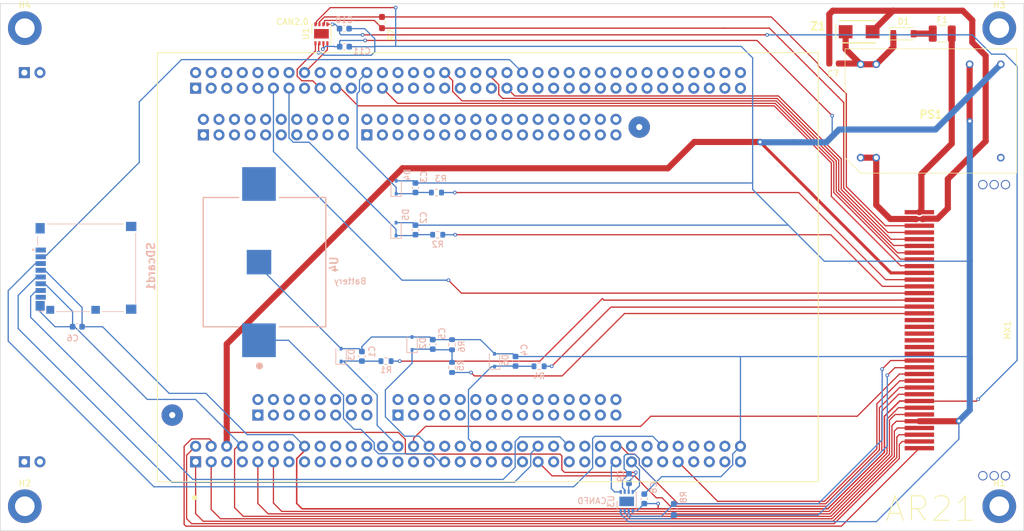
<source format=kicad_pcb>
(kicad_pcb (version 20171130) (host pcbnew "(5.1.8)-1")

  (general
    (thickness 1.6)
    (drawings 8)
    (tracks 595)
    (zones 0)
    (modules 38)
    (nets 47)
  )

  (page A4)
  (layers
    (0 Front_GND signal)
    (31 Back_GND signal)
    (32 B.Adhes user)
    (33 F.Adhes user)
    (34 B.Paste user)
    (35 F.Paste user)
    (36 B.SilkS user)
    (37 F.SilkS user)
    (38 B.Mask user)
    (39 F.Mask user)
    (40 Dwgs.User user)
    (41 Cmts.User user)
    (42 Eco1.User user)
    (43 Eco2.User user)
    (44 Edge.Cuts user)
    (45 Margin user)
    (46 B.CrtYd user)
    (47 F.CrtYd user)
    (48 B.Fab user hide)
    (49 F.Fab user hide)
  )

  (setup
    (last_trace_width 0.2)
    (user_trace_width 0.25)
    (user_trace_width 0.5)
    (user_trace_width 1)
    (user_trace_width 1.65)
    (trace_clearance 0.2)
    (zone_clearance 0.508)
    (zone_45_only no)
    (trace_min 0.2)
    (via_size 0.6)
    (via_drill 0.3)
    (via_min_size 0.6)
    (via_min_drill 0.3)
    (user_via 0.6 0.3)
    (user_via 0.8 0.4)
    (user_via 1 0.5)
    (user_via 2 1)
    (uvia_size 0.8)
    (uvia_drill 0.4)
    (uvias_allowed no)
    (uvia_min_size 0.4)
    (uvia_min_drill 0.3)
    (edge_width 0.1)
    (segment_width 0.2)
    (pcb_text_width 0.3)
    (pcb_text_size 1.5 1.5)
    (mod_edge_width 0.15)
    (mod_text_size 1 1)
    (mod_text_width 0.15)
    (pad_size 1.524 1.524)
    (pad_drill 0.762)
    (pad_to_mask_clearance 0.0508)
    (solder_mask_min_width 0.25)
    (aux_axis_origin 0 0)
    (visible_elements 7FFFF7FF)
    (pcbplotparams
      (layerselection 0x010fc_ffffffff)
      (usegerberextensions false)
      (usegerberattributes true)
      (usegerberadvancedattributes true)
      (creategerberjobfile true)
      (excludeedgelayer true)
      (linewidth 0.100000)
      (plotframeref false)
      (viasonmask false)
      (mode 1)
      (useauxorigin false)
      (hpglpennumber 1)
      (hpglpenspeed 20)
      (hpglpendiameter 15.000000)
      (psnegative false)
      (psa4output false)
      (plotreference true)
      (plotvalue true)
      (plotinvisibletext false)
      (padsonsilk false)
      (subtractmaskfromsilk false)
      (outputformat 1)
      (mirror false)
      (drillshape 1)
      (scaleselection 1)
      (outputdirectory ""))
  )

  (net 0 "")
  (net 1 GND)
  (net 2 SusDipsFiltered-FR)
  (net 3 SusDipsFiltered-FL)
  (net 4 SusDipsFiltered-RR)
  (net 5 SusDipsFiltered-RL)
  (net 6 ClutchPSFiltered)
  (net 7 12V_IN)
  (net 8 +3V3)
  (net 9 +5V)
  (net 10 "Net-(D1-Pad2)")
  (net 11 12V_safe)
  (net 12 4G-RX)
  (net 13 4G-TX)
  (net 14 VN-RX)
  (net 15 VN-TX)
  (net 16 GearPS-MISO)
  (net 17 GearPS-MOSI)
  (net 18 CAN2.0-CANL)
  (net 19 CAN2.0-CANH)
  (net 20 CANFD-CANL)
  (net 21 CANFD-CANH)
  (net 22 Servo-IO)
  (net 23 Servo-RX)
  (net 24 Servo-TX)
  (net 25 SD-CS)
  (net 26 SD-MOSI)
  (net 27 SD-SCK)
  (net 28 SD-MISO)
  (net 29 CAN2.0-RX)
  (net 30 CAN2.0-TX)
  (net 31 CANFD-TX)
  (net 32 CANFD-RX)
  (net 33 12V_GND)
  (net 34 "Net-(U2-PadCN11_33)")
  (net 35 SusDips-FR)
  (net 36 SusDips-FL)
  (net 37 SusDips-RR)
  (net 38 SusDips-RL)
  (net 39 ClutchPS)
  (net 40 WSHE-RL)
  (net 41 GearPS-SCK)
  (net 42 WSHE-FL)
  (net 43 WSHE-FR)
  (net 44 StearingAS)
  (net 45 GearPS-CS)
  (net 46 WSHE-RR)

  (net_class Default "This is the default net class."
    (clearance 0.2)
    (trace_width 0.2)
    (via_dia 0.6)
    (via_drill 0.3)
    (uvia_dia 0.8)
    (uvia_drill 0.4)
    (diff_pair_width 0.3)
    (diff_pair_gap 0.25)
    (add_net +3V3)
    (add_net +5V)
    (add_net 12V_GND)
    (add_net 12V_IN)
    (add_net 12V_safe)
    (add_net 4G-RX)
    (add_net 4G-TX)
    (add_net 5V_ut)
    (add_net CAN2.0-CANH)
    (add_net CAN2.0-CANL)
    (add_net CAN2.0-RX)
    (add_net CAN2.0-TX)
    (add_net CANFD-CANH)
    (add_net CANFD-CANL)
    (add_net CANFD-RX)
    (add_net CANFD-TX)
    (add_net ClutchPS)
    (add_net ClutchPSFiltered)
    (add_net GND)
    (add_net GearPS-CS)
    (add_net GearPS-MISO)
    (add_net GearPS-MOSI)
    (add_net GearPS-SCK)
    (add_net "Net-(D1-Pad2)")
    (add_net "Net-(MX1-Pad15)")
    (add_net "Net-(MX1-Pad16)")
    (add_net "Net-(MX1-Pad17)")
    (add_net "Net-(MX1-Pad18)")
    (add_net "Net-(MX1-Pad19)")
    (add_net "Net-(MX1-Pad20)")
    (add_net "Net-(PS1-Pad11)")
    (add_net "Net-(SDcard1-Pad1)")
    (add_net "Net-(SDcard1-Pad8)")
    (add_net "Net-(U2-PadCN11_33)")
    (add_net "Net-(U2-PadCN12_72)")
    (add_net "Net-(U4-Pad2)")
    (add_net SD-CS)
    (add_net SD-MISO)
    (add_net SD-MOSI)
    (add_net SD-SCK)
    (add_net Servo-IO)
    (add_net Servo-RX)
    (add_net Servo-TX)
    (add_net StearingAS)
    (add_net SusDips-FL)
    (add_net SusDips-FR)
    (add_net SusDips-RL)
    (add_net SusDips-RR)
    (add_net SusDipsFiltered-FL)
    (add_net SusDipsFiltered-FR)
    (add_net SusDipsFiltered-RL)
    (add_net SusDipsFiltered-RR)
    (add_net VN-RX)
    (add_net VN-TX)
    (add_net WSHE-FL)
    (add_net WSHE-FR)
    (add_net WSHE-RL)
    (add_net WSHE-RR)
  )

  (module Capacitor_SMD:C_0603_1608Metric (layer Back_GND) (tedit 5F68FEEE) (tstamp 5FF64335)
    (at 110.0582 33.3756 180)
    (descr "Capacitor SMD 0603 (1608 Metric), square (rectangular) end terminal, IPC_7351 nominal, (Body size source: IPC-SM-782 page 76, https://www.pcb-3d.com/wordpress/wp-content/uploads/ipc-sm-782a_amendment_1_and_2.pdf), generated with kicad-footprint-generator")
    (tags capacitor)
    (path /5FDBD09A)
    (attr smd)
    (fp_text reference C10 (at 0 1.43) (layer B.SilkS)
      (effects (font (size 1 1) (thickness 0.15)) (justify mirror))
    )
    (fp_text value 10uF (at 0 -1.43) (layer B.Fab)
      (effects (font (size 1 1) (thickness 0.15)) (justify mirror))
    )
    (fp_line (start 1.48 -0.73) (end -1.48 -0.73) (layer B.CrtYd) (width 0.05))
    (fp_line (start 1.48 0.73) (end 1.48 -0.73) (layer B.CrtYd) (width 0.05))
    (fp_line (start -1.48 0.73) (end 1.48 0.73) (layer B.CrtYd) (width 0.05))
    (fp_line (start -1.48 -0.73) (end -1.48 0.73) (layer B.CrtYd) (width 0.05))
    (fp_line (start -0.14058 -0.51) (end 0.14058 -0.51) (layer B.SilkS) (width 0.12))
    (fp_line (start -0.14058 0.51) (end 0.14058 0.51) (layer B.SilkS) (width 0.12))
    (fp_line (start 0.8 -0.4) (end -0.8 -0.4) (layer B.Fab) (width 0.1))
    (fp_line (start 0.8 0.4) (end 0.8 -0.4) (layer B.Fab) (width 0.1))
    (fp_line (start -0.8 0.4) (end 0.8 0.4) (layer B.Fab) (width 0.1))
    (fp_line (start -0.8 -0.4) (end -0.8 0.4) (layer B.Fab) (width 0.1))
    (fp_text user %R (at 0 0) (layer B.Fab)
      (effects (font (size 0.4 0.4) (thickness 0.06)) (justify mirror))
    )
    (pad 2 smd roundrect (at 0.775 0 180) (size 0.9 0.95) (layers Back_GND B.Paste B.Mask) (roundrect_rratio 0.25)
      (net 8 +3V3))
    (pad 1 smd roundrect (at -0.775 0 180) (size 0.9 0.95) (layers Back_GND B.Paste B.Mask) (roundrect_rratio 0.25)
      (net 1 GND))
    (model ${KISYS3DMOD}/Capacitor_SMD.3dshapes/C_0603_1608Metric.wrl
      (at (xyz 0 0 0))
      (scale (xyz 1 1 1))
      (rotate (xyz 0 0 0))
    )
  )

  (module Teensy_Footprint_Library:D_SOD-323-MM3Z3V6T1G (layer Back_GND) (tedit 5FE9EDD2) (tstamp 5FF69A46)
    (at 109.5248 86.6394 90)
    (descr SOD-323-MM3Z3V6T1G)
    (tags SOD-323-MM3Z3V6T1G)
    (path /5DE81E30/5FE76A9F)
    (attr smd)
    (fp_text reference D3 (at 0.0508 1.7018 270) (layer B.SilkS)
      (effects (font (size 1 1) (thickness 0.15)) (justify mirror))
    )
    (fp_text value D_Zener_MM3Z3V6T1G (at 0.1 -1.9 270) (layer B.Fab)
      (effects (font (size 1 1) (thickness 0.15)) (justify mirror))
    )
    (fp_line (start -1.5 0.85) (end -1.5 -0.85) (layer B.SilkS) (width 0.12))
    (fp_line (start 0.2 0) (end 0.45 0) (layer B.Fab) (width 0.1))
    (fp_line (start 0.2 -0.35) (end -0.3 0) (layer B.Fab) (width 0.1))
    (fp_line (start 0.2 0.35) (end 0.2 -0.35) (layer B.Fab) (width 0.1))
    (fp_line (start -0.3 0) (end 0.2 0.35) (layer B.Fab) (width 0.1))
    (fp_line (start -0.3 0) (end -0.5 0) (layer B.Fab) (width 0.1))
    (fp_line (start -0.3 0.35) (end -0.3 -0.35) (layer B.Fab) (width 0.1))
    (fp_line (start -0.9 -0.7) (end -0.9 0.7) (layer B.Fab) (width 0.1))
    (fp_line (start 0.9 -0.7) (end -0.9 -0.7) (layer B.Fab) (width 0.1))
    (fp_line (start 0.9 0.7) (end 0.9 -0.7) (layer B.Fab) (width 0.1))
    (fp_line (start -0.9 0.7) (end 0.9 0.7) (layer B.Fab) (width 0.1))
    (fp_line (start -1.6 0.95) (end 1.6 0.95) (layer B.CrtYd) (width 0.05))
    (fp_line (start 1.6 0.95) (end 1.6 -0.95) (layer B.CrtYd) (width 0.05))
    (fp_line (start -1.6 -0.95) (end 1.6 -0.95) (layer B.CrtYd) (width 0.05))
    (fp_line (start -1.6 0.95) (end -1.6 -0.95) (layer B.CrtYd) (width 0.05))
    (fp_line (start -1.5 -0.85) (end 1.05 -0.85) (layer B.SilkS) (width 0.12))
    (fp_line (start -1.5 0.85) (end 1.05 0.85) (layer B.SilkS) (width 0.12))
    (fp_text user %R (at 0 1.85 270) (layer B.Fab)
      (effects (font (size 1 1) (thickness 0.15)) (justify mirror))
    )
    (pad 1 smd rect (at -1.05 0 90) (size 0.6 0.45) (layers Back_GND B.Paste B.Mask)
      (net 2 SusDipsFiltered-FR))
    (pad 2 smd rect (at 1.05 0 90) (size 0.6 0.45) (layers Back_GND B.Paste B.Mask)
      (net 1 GND))
    (model ${KISYS3DMOD}/Diode_SMD.3dshapes/D_SOD-323.wrl
      (at (xyz 0 0 0))
      (scale (xyz 1 1 1))
      (rotate (xyz 0 0 0))
    )
  )

  (module Resistor_SMD:R_0603_1608Metric (layer Back_GND) (tedit 5F68FEEE) (tstamp 5FF643C8)
    (at 116.8654 87.63)
    (descr "Resistor SMD 0603 (1608 Metric), square (rectangular) end terminal, IPC_7351 nominal, (Body size source: IPC-SM-782 page 72, https://www.pcb-3d.com/wordpress/wp-content/uploads/ipc-sm-782a_amendment_1_and_2.pdf), generated with kicad-footprint-generator")
    (tags resistor)
    (path /5DE81E30/5FF130DC)
    (attr smd)
    (fp_text reference R1 (at 0 1.43) (layer B.SilkS)
      (effects (font (size 1 1) (thickness 0.15)) (justify mirror))
    )
    (fp_text value 10k (at 0 -1.43) (layer B.Fab)
      (effects (font (size 1 1) (thickness 0.15)) (justify mirror))
    )
    (fp_line (start -0.8 -0.4125) (end -0.8 0.4125) (layer B.Fab) (width 0.1))
    (fp_line (start -0.8 0.4125) (end 0.8 0.4125) (layer B.Fab) (width 0.1))
    (fp_line (start 0.8 0.4125) (end 0.8 -0.4125) (layer B.Fab) (width 0.1))
    (fp_line (start 0.8 -0.4125) (end -0.8 -0.4125) (layer B.Fab) (width 0.1))
    (fp_line (start -0.237258 0.5225) (end 0.237258 0.5225) (layer B.SilkS) (width 0.12))
    (fp_line (start -0.237258 -0.5225) (end 0.237258 -0.5225) (layer B.SilkS) (width 0.12))
    (fp_line (start -1.48 -0.73) (end -1.48 0.73) (layer B.CrtYd) (width 0.05))
    (fp_line (start -1.48 0.73) (end 1.48 0.73) (layer B.CrtYd) (width 0.05))
    (fp_line (start 1.48 0.73) (end 1.48 -0.73) (layer B.CrtYd) (width 0.05))
    (fp_line (start 1.48 -0.73) (end -1.48 -0.73) (layer B.CrtYd) (width 0.05))
    (fp_text user %R (at 0 0) (layer B.Fab)
      (effects (font (size 0.4 0.4) (thickness 0.06)) (justify mirror))
    )
    (pad 1 smd roundrect (at -0.825 0) (size 0.8 0.95) (layers Back_GND B.Paste B.Mask) (roundrect_rratio 0.25)
      (net 2 SusDipsFiltered-FR))
    (pad 2 smd roundrect (at 0.825 0) (size 0.8 0.95) (layers Back_GND B.Paste B.Mask) (roundrect_rratio 0.25)
      (net 35 SusDips-FR))
    (model ${KISYS3DMOD}/Resistor_SMD.3dshapes/R_0603_1608Metric.wrl
      (at (xyz 0 0 0))
      (scale (xyz 1 1 1))
      (rotate (xyz 0 0 0))
    )
  )

  (module Capacitor_SMD:C_0603_1608Metric (layer Back_GND) (tedit 5F68FEEE) (tstamp 5FF642AD)
    (at 112.9284 86.8426 90)
    (descr "Capacitor SMD 0603 (1608 Metric), square (rectangular) end terminal, IPC_7351 nominal, (Body size source: IPC-SM-782 page 76, https://www.pcb-3d.com/wordpress/wp-content/uploads/ipc-sm-782a_amendment_1_and_2.pdf), generated with kicad-footprint-generator")
    (tags capacitor)
    (path /5DE81E30/5FF15FA2)
    (attr smd)
    (fp_text reference C1 (at 0.7366 1.651 270) (layer B.SilkS)
      (effects (font (size 1 1) (thickness 0.15)) (justify mirror))
    )
    (fp_text value 15n (at 0 -1.43 270) (layer B.Fab)
      (effects (font (size 1 1) (thickness 0.15)) (justify mirror))
    )
    (fp_line (start 1.48 -0.73) (end -1.48 -0.73) (layer B.CrtYd) (width 0.05))
    (fp_line (start 1.48 0.73) (end 1.48 -0.73) (layer B.CrtYd) (width 0.05))
    (fp_line (start -1.48 0.73) (end 1.48 0.73) (layer B.CrtYd) (width 0.05))
    (fp_line (start -1.48 -0.73) (end -1.48 0.73) (layer B.CrtYd) (width 0.05))
    (fp_line (start -0.14058 -0.51) (end 0.14058 -0.51) (layer B.SilkS) (width 0.12))
    (fp_line (start -0.14058 0.51) (end 0.14058 0.51) (layer B.SilkS) (width 0.12))
    (fp_line (start 0.8 -0.4) (end -0.8 -0.4) (layer B.Fab) (width 0.1))
    (fp_line (start 0.8 0.4) (end 0.8 -0.4) (layer B.Fab) (width 0.1))
    (fp_line (start -0.8 0.4) (end 0.8 0.4) (layer B.Fab) (width 0.1))
    (fp_line (start -0.8 -0.4) (end -0.8 0.4) (layer B.Fab) (width 0.1))
    (fp_text user %R (at 0 0 270) (layer B.Fab)
      (effects (font (size 0.4 0.4) (thickness 0.06)) (justify mirror))
    )
    (pad 2 smd roundrect (at 0.775 0 90) (size 0.9 0.95) (layers Back_GND B.Paste B.Mask) (roundrect_rratio 0.25)
      (net 1 GND))
    (pad 1 smd roundrect (at -0.775 0 90) (size 0.9 0.95) (layers Back_GND B.Paste B.Mask) (roundrect_rratio 0.25)
      (net 2 SusDipsFiltered-FR))
    (model ${KISYS3DMOD}/Capacitor_SMD.3dshapes/C_0603_1608Metric.wrl
      (at (xyz 0 0 0))
      (scale (xyz 1 1 1))
      (rotate (xyz 0 0 0))
    )
  )

  (module Resistor_SMD:R_0603_1608Metric (layer Back_GND) (tedit 5F68FEEE) (tstamp 5FF643FB)
    (at 141.8336 88.4682)
    (descr "Resistor SMD 0603 (1608 Metric), square (rectangular) end terminal, IPC_7351 nominal, (Body size source: IPC-SM-782 page 72, https://www.pcb-3d.com/wordpress/wp-content/uploads/ipc-sm-782a_amendment_1_and_2.pdf), generated with kicad-footprint-generator")
    (tags resistor)
    (path /5DE81E30/5FF7A700)
    (attr smd)
    (fp_text reference R4 (at 0 1.6256) (layer B.SilkS)
      (effects (font (size 1 1) (thickness 0.15)) (justify mirror))
    )
    (fp_text value 10k (at 0 -1.43) (layer B.Fab)
      (effects (font (size 1 1) (thickness 0.15)) (justify mirror))
    )
    (fp_line (start -0.8 -0.4125) (end -0.8 0.4125) (layer B.Fab) (width 0.1))
    (fp_line (start -0.8 0.4125) (end 0.8 0.4125) (layer B.Fab) (width 0.1))
    (fp_line (start 0.8 0.4125) (end 0.8 -0.4125) (layer B.Fab) (width 0.1))
    (fp_line (start 0.8 -0.4125) (end -0.8 -0.4125) (layer B.Fab) (width 0.1))
    (fp_line (start -0.237258 0.5225) (end 0.237258 0.5225) (layer B.SilkS) (width 0.12))
    (fp_line (start -0.237258 -0.5225) (end 0.237258 -0.5225) (layer B.SilkS) (width 0.12))
    (fp_line (start -1.48 -0.73) (end -1.48 0.73) (layer B.CrtYd) (width 0.05))
    (fp_line (start -1.48 0.73) (end 1.48 0.73) (layer B.CrtYd) (width 0.05))
    (fp_line (start 1.48 0.73) (end 1.48 -0.73) (layer B.CrtYd) (width 0.05))
    (fp_line (start 1.48 -0.73) (end -1.48 -0.73) (layer B.CrtYd) (width 0.05))
    (fp_text user %R (at 0 0) (layer B.Fab)
      (effects (font (size 0.4 0.4) (thickness 0.06)) (justify mirror))
    )
    (pad 1 smd roundrect (at -0.825 0) (size 0.8 0.95) (layers Back_GND B.Paste B.Mask) (roundrect_rratio 0.25)
      (net 5 SusDipsFiltered-RL))
    (pad 2 smd roundrect (at 0.825 0) (size 0.8 0.95) (layers Back_GND B.Paste B.Mask) (roundrect_rratio 0.25)
      (net 38 SusDips-RL))
    (model ${KISYS3DMOD}/Resistor_SMD.3dshapes/R_0603_1608Metric.wrl
      (at (xyz 0 0 0))
      (scale (xyz 1 1 1))
      (rotate (xyz 0 0 0))
    )
  )

  (module Teensy_Footprint_Library:MODULE_NUCLEO-F429ZI locked (layer Front_GND) (tedit 5FAC434D) (tstamp 5FF65FD3)
    (at 130.8862 72.3028 90)
    (path /5FF9575F)
    (fp_text reference U2 (at -30.955 -52.749 90) (layer F.SilkS)
      (effects (font (size 1.4 1.4) (thickness 0.015)))
    )
    (fp_text value NUCLEO-H745ZI-Q (at -17.693 57.876 90) (layer F.Fab)
      (effects (font (size 1.4 1.4) (thickness 0.015)))
    )
    (fp_line (start 35 56.51) (end -35 56.51) (layer F.CrtYd) (width 0.05))
    (fp_line (start 35 -76.83) (end 35 56.51) (layer F.CrtYd) (width 0.05))
    (fp_line (start -35 -76.83) (end 35 -76.83) (layer F.CrtYd) (width 0.05))
    (fp_line (start -35 56.51) (end -35 -76.83) (layer F.CrtYd) (width 0.05))
    (fp_circle (center -37.6 -45.26) (end -37.4 -45.26) (layer F.Fab) (width 0.4))
    (fp_circle (center -37.6 -45.26) (end -37.4 -45.26) (layer F.SilkS) (width 0.4))
    (fp_line (start 35 56.51) (end -35 56.51) (layer F.SilkS) (width 0.127))
    (fp_line (start 35 -51.33) (end 35 56.51) (layer F.SilkS) (width 0.127))
    (fp_line (start -35 -51.33) (end 35 -51.33) (layer F.SilkS) (width 0.127))
    (fp_line (start -35 56.51) (end -35 -51.33) (layer F.SilkS) (width 0.127))
    (fp_line (start -35 -51.33) (end 35 -51.33) (layer F.Fab) (width 0.127))
    (fp_line (start 35 56.51) (end -35 56.51) (layer F.Fab) (width 0.127))
    (fp_line (start 35 -51.33) (end 35 56.51) (layer F.Fab) (width 0.127))
    (fp_line (start -35 56.51) (end -35 -51.33) (layer F.Fab) (width 0.127))
    (fp_line (start 1.24 44.91) (end 17.28 44.91) (layer F.CrtYd) (width 0.12))
    (fp_line (start 17.28 44.91) (end 17.28 60.15) (layer F.CrtYd) (width 0.12))
    (fp_line (start 1.24 44.91) (end 1.24 60.15) (layer F.CrtYd) (width 0.12))
    (fp_line (start 1.24 60.15) (end 17.28 60.15) (layer F.CrtYd) (width 0.12))
    (pad CN11_1 thru_hole rect (at -31.75 -45.09 90) (size 1.8 1.8) (drill 1) (layers *.Cu *.Mask)
      (net 15 VN-TX))
    (pad CN11_2 thru_hole circle (at -29.21 -45.09 90) (size 1.8 1.8) (drill 1) (layers *.Cu *.Mask)
      (net 14 VN-RX))
    (pad CN11_3 thru_hole circle (at -31.75 -42.55 90) (size 1.8 1.8) (drill 1) (layers *.Cu *.Mask)
      (net 13 4G-TX))
    (pad CN11_4 thru_hole circle (at -29.21 -42.55 90) (size 1.8 1.8) (drill 1) (layers *.Cu *.Mask)
      (net 12 4G-RX))
    (pad CN11_5 thru_hole circle (at -31.75 -40.01 90) (size 1.8 1.8) (drill 1) (layers *.Cu *.Mask))
    (pad CN11_6 thru_hole circle (at -29.21 -40.01 90) (size 1.8 1.8) (drill 1) (layers *.Cu *.Mask)
      (net 9 +5V))
    (pad CN11_7 thru_hole circle (at -31.75 -37.47 90) (size 1.8 1.8) (drill 1) (layers *.Cu *.Mask))
    (pad CN11_8 thru_hole circle (at -29.21 -37.47 90) (size 1.8 1.8) (drill 1) (layers *.Cu *.Mask)
      (net 1 GND))
    (pad CN11_9 thru_hole circle (at -31.75 -34.93 90) (size 1.8 1.8) (drill 1) (layers *.Cu *.Mask)
      (net 23 Servo-RX))
    (pad CN11_10 thru_hole circle (at -29.21 -34.93 90) (size 1.8 1.8) (drill 1) (layers *.Cu *.Mask))
    (pad CN11_11 thru_hole circle (at -31.75 -32.39 90) (size 1.8 1.8) (drill 1) (layers *.Cu *.Mask)
      (net 24 Servo-TX))
    (pad CN11_12 thru_hole circle (at -29.21 -32.39 90) (size 1.8 1.8) (drill 1) (layers *.Cu *.Mask))
    (pad CN11_13 thru_hole circle (at -31.75 -29.85 90) (size 1.8 1.8) (drill 1) (layers *.Cu *.Mask))
    (pad CN11_14 thru_hole circle (at -29.21 -29.85 90) (size 1.8 1.8) (drill 1) (layers *.Cu *.Mask))
    (pad CN11_15 thru_hole circle (at -31.75 -27.31 90) (size 1.8 1.8) (drill 1) (layers *.Cu *.Mask))
    (pad CN11_16 thru_hole circle (at -29.21 -27.31 90) (size 1.8 1.8) (drill 1) (layers *.Cu *.Mask)
      (net 8 +3V3))
    (pad CN11_17 thru_hole circle (at -31.75 -24.77 90) (size 1.8 1.8) (drill 1) (layers *.Cu *.Mask))
    (pad CN11_18 thru_hole circle (at -29.21 -24.77 90) (size 1.8 1.8) (drill 1) (layers *.Cu *.Mask))
    (pad CN11_19 thru_hole circle (at -31.75 -22.23 90) (size 1.8 1.8) (drill 1) (layers *.Cu *.Mask))
    (pad CN11_20 thru_hole circle (at -29.21 -22.23 90) (size 1.8 1.8) (drill 1) (layers *.Cu *.Mask))
    (pad CN11_21 thru_hole circle (at -31.75 -19.69 90) (size 1.8 1.8) (drill 1) (layers *.Cu *.Mask))
    (pad CN11_22 thru_hole circle (at -29.21 -19.69 90) (size 1.8 1.8) (drill 1) (layers *.Cu *.Mask))
    (pad CN11_23 thru_hole circle (at -31.75 -17.15 90) (size 1.8 1.8) (drill 1) (layers *.Cu *.Mask))
    (pad CN11_24 thru_hole circle (at -29.21 -17.15 90) (size 1.8 1.8) (drill 1) (layers *.Cu *.Mask))
    (pad CN11_25 thru_hole circle (at -31.75 -14.61 90) (size 1.8 1.8) (drill 1) (layers *.Cu *.Mask))
    (pad CN11_26 thru_hole circle (at -29.21 -14.61 90) (size 1.8 1.8) (drill 1) (layers *.Cu *.Mask))
    (pad CN11_27 thru_hole circle (at -31.75 -12.07 90) (size 1.8 1.8) (drill 1) (layers *.Cu *.Mask))
    (pad CN11_28 thru_hole circle (at -29.21 -12.07 90) (size 1.8 1.8) (drill 1) (layers *.Cu *.Mask)
      (net 2 SusDipsFiltered-FR))
    (pad CN11_29 thru_hole circle (at -31.75 -9.53 90) (size 1.8 1.8) (drill 1) (layers *.Cu *.Mask))
    (pad CN11_30 thru_hole circle (at -29.21 -9.53 90) (size 1.8 1.8) (drill 1) (layers *.Cu *.Mask)
      (net 40 WSHE-RL))
    (pad CN11_31 thru_hole circle (at -31.75 -6.99 90) (size 1.8 1.8) (drill 1) (layers *.Cu *.Mask))
    (pad CN11_32 thru_hole circle (at -29.21 -6.99 90) (size 1.8 1.8) (drill 1) (layers *.Cu *.Mask)
      (net 6 ClutchPSFiltered))
    (pad CN11_33 thru_hole circle (at -31.75 -4.45 90) (size 1.8 1.8) (drill 1) (layers *.Cu *.Mask)
      (net 34 "Net-(U2-PadCN11_33)"))
    (pad CN11_34 thru_hole circle (at -29.21 -4.45 90) (size 1.8 1.8) (drill 1) (layers *.Cu *.Mask))
    (pad CN11_35 thru_hole circle (at -31.75 -1.91 90) (size 1.8 1.8) (drill 1) (layers *.Cu *.Mask))
    (pad CN11_36 thru_hole circle (at -29.21 -1.91 90) (size 1.8 1.8) (drill 1) (layers *.Cu *.Mask))
    (pad CN11_37 thru_hole circle (at -31.75 0.63 90) (size 1.8 1.8) (drill 1) (layers *.Cu *.Mask))
    (pad CN11_38 thru_hole circle (at -29.21 0.63 90) (size 1.8 1.8) (drill 1) (layers *.Cu *.Mask)
      (net 5 SusDipsFiltered-RL))
    (pad CN11_39 thru_hole circle (at -31.75 3.17 90) (size 1.8 1.8) (drill 1) (layers *.Cu *.Mask))
    (pad CN11_40 thru_hole circle (at -29.21 3.17 90) (size 1.8 1.8) (drill 1) (layers *.Cu *.Mask))
    (pad CN11_41 thru_hole circle (at -31.75 5.71 90) (size 1.8 1.8) (drill 1) (layers *.Cu *.Mask))
    (pad CN11_42 thru_hole circle (at -29.21 5.71 90) (size 1.8 1.8) (drill 1) (layers *.Cu *.Mask))
    (pad CN11_43 thru_hole circle (at -31.75 8.25 90) (size 1.8 1.8) (drill 1) (layers *.Cu *.Mask))
    (pad CN11_44 thru_hole circle (at -29.21 8.25 90) (size 1.8 1.8) (drill 1) (layers *.Cu *.Mask))
    (pad CN11_45 thru_hole circle (at -31.75 10.79 90) (size 1.8 1.8) (drill 1) (layers *.Cu *.Mask)
      (net 17 GearPS-MOSI))
    (pad CN11_46 thru_hole circle (at -29.21 10.79 90) (size 1.8 1.8) (drill 1) (layers *.Cu *.Mask)
      (net 27 SD-SCK))
    (pad CN11_47 thru_hole circle (at -31.75 13.33 90) (size 1.8 1.8) (drill 1) (layers *.Cu *.Mask))
    (pad CN11_48 thru_hole circle (at -29.21 13.33 90) (size 1.8 1.8) (drill 1) (layers *.Cu *.Mask))
    (pad CN11_49 thru_hole circle (at -31.75 15.87 90) (size 1.8 1.8) (drill 1) (layers *.Cu *.Mask))
    (pad CN11_50 thru_hole circle (at -29.21 15.87 90) (size 1.8 1.8) (drill 1) (layers *.Cu *.Mask)
      (net 28 SD-MISO))
    (pad CN11_51 thru_hole circle (at -31.75 18.41 90) (size 1.8 1.8) (drill 1) (layers *.Cu *.Mask))
    (pad CN11_52 thru_hole circle (at -29.21 18.41 90) (size 1.8 1.8) (drill 1) (layers *.Cu *.Mask))
    (pad CN11_53 thru_hole circle (at -31.75 20.95 90) (size 1.8 1.8) (drill 1) (layers *.Cu *.Mask))
    (pad CN11_54 thru_hole circle (at -29.21 20.95 90) (size 1.8 1.8) (drill 1) (layers *.Cu *.Mask))
    (pad CN11_55 thru_hole circle (at -31.75 23.49 90) (size 1.8 1.8) (drill 1) (layers *.Cu *.Mask)
      (net 31 CANFD-TX))
    (pad CN11_56 thru_hole circle (at -29.21 23.49 90) (size 1.8 1.8) (drill 1) (layers *.Cu *.Mask)
      (net 22 Servo-IO))
    (pad CN11_57 thru_hole circle (at -31.75 26.03 90) (size 1.8 1.8) (drill 1) (layers *.Cu *.Mask)
      (net 32 CANFD-RX))
    (pad CN11_58 thru_hole circle (at -29.21 26.03 90) (size 1.8 1.8) (drill 1) (layers *.Cu *.Mask))
    (pad CN11_59 thru_hole circle (at -31.75 28.57 90) (size 1.8 1.8) (drill 1) (layers *.Cu *.Mask))
    (pad CN11_60 thru_hole circle (at -29.21 28.57 90) (size 1.8 1.8) (drill 1) (layers *.Cu *.Mask))
    (pad CN11_61 thru_hole circle (at -31.75 31.11 90) (size 1.8 1.8) (drill 1) (layers *.Cu *.Mask))
    (pad CN11_62 thru_hole circle (at -29.21 31.11 90) (size 1.8 1.8) (drill 1) (layers *.Cu *.Mask)
      (net 26 SD-MOSI))
    (pad CN11_63 thru_hole circle (at -31.75 33.65 90) (size 1.8 1.8) (drill 1) (layers *.Cu *.Mask)
      (net 16 GearPS-MISO))
    (pad CN11_64 thru_hole circle (at -29.21 33.65 90) (size 1.8 1.8) (drill 1) (layers *.Cu *.Mask))
    (pad CN11_65 thru_hole circle (at -31.75 36.19 90) (size 1.8 1.8) (drill 1) (layers *.Cu *.Mask))
    (pad CN11_66 thru_hole circle (at -29.21 36.19 90) (size 1.8 1.8) (drill 1) (layers *.Cu *.Mask))
    (pad CN11_67 thru_hole circle (at -31.75 38.73 90) (size 1.8 1.8) (drill 1) (layers *.Cu *.Mask))
    (pad CN11_68 thru_hole circle (at -29.21 38.73 90) (size 1.8 1.8) (drill 1) (layers *.Cu *.Mask))
    (pad CN11_69 thru_hole circle (at -31.75 41.27 90) (size 1.8 1.8) (drill 1) (layers *.Cu *.Mask))
    (pad CN11_70 thru_hole circle (at -29.21 41.27 90) (size 1.8 1.8) (drill 1) (layers *.Cu *.Mask))
    (pad CN11_71 thru_hole circle (at -31.75 43.81 90) (size 1.8 1.8) (drill 1) (layers *.Cu *.Mask))
    (pad CN11_72 thru_hole circle (at -29.21 43.81 90) (size 1.8 1.8) (drill 1) (layers *.Cu *.Mask)
      (net 1 GND))
    (pad CN8_1 thru_hole rect (at -24.13 -34.93 90) (size 1.8 1.8) (drill 1) (layers *.Cu *.Mask))
    (pad CN8_2 thru_hole circle (at -21.59 -34.93 90) (size 1.8 1.8) (drill 1) (layers *.Cu *.Mask))
    (pad CN8_3 thru_hole circle (at -24.13 -32.39 90) (size 1.8 1.8) (drill 1) (layers *.Cu *.Mask))
    (pad CN8_4 thru_hole circle (at -21.59 -32.39 90) (size 1.8 1.8) (drill 1) (layers *.Cu *.Mask))
    (pad CN8_5 thru_hole circle (at -24.13 -29.85 90) (size 1.8 1.8) (drill 1) (layers *.Cu *.Mask))
    (pad CN8_6 thru_hole circle (at -21.59 -29.85 90) (size 1.8 1.8) (drill 1) (layers *.Cu *.Mask))
    (pad CN8_7 thru_hole circle (at -24.13 -27.31 90) (size 1.8 1.8) (drill 1) (layers *.Cu *.Mask))
    (pad CN8_8 thru_hole circle (at -21.59 -27.31 90) (size 1.8 1.8) (drill 1) (layers *.Cu *.Mask))
    (pad CN8_9 thru_hole circle (at -24.13 -24.77 90) (size 1.8 1.8) (drill 1) (layers *.Cu *.Mask))
    (pad CN8_10 thru_hole circle (at -21.59 -24.77 90) (size 1.8 1.8) (drill 1) (layers *.Cu *.Mask))
    (pad CN8_11 thru_hole circle (at -24.13 -22.23 90) (size 1.8 1.8) (drill 1) (layers *.Cu *.Mask))
    (pad CN8_12 thru_hole circle (at -21.59 -22.23 90) (size 1.8 1.8) (drill 1) (layers *.Cu *.Mask))
    (pad CN8_13 thru_hole circle (at -24.13 -19.69 90) (size 1.8 1.8) (drill 1) (layers *.Cu *.Mask))
    (pad CN8_14 thru_hole circle (at -21.59 -19.69 90) (size 1.8 1.8) (drill 1) (layers *.Cu *.Mask))
    (pad CN8_15 thru_hole circle (at -24.13 -17.15 90) (size 1.8 1.8) (drill 1) (layers *.Cu *.Mask))
    (pad CN8_16 thru_hole circle (at -21.59 -17.15 90) (size 1.8 1.8) (drill 1) (layers *.Cu *.Mask))
    (pad CN9_1 thru_hole rect (at -24.13 -12.07 90) (size 1.8 1.8) (drill 1) (layers *.Cu *.Mask))
    (pad CN9_2 thru_hole circle (at -21.59 -12.07 90) (size 1.8 1.8) (drill 1) (layers *.Cu *.Mask))
    (pad CN9_3 thru_hole circle (at -24.13 -9.53 90) (size 1.8 1.8) (drill 1) (layers *.Cu *.Mask))
    (pad CN9_4 thru_hole circle (at -21.59 -9.53 90) (size 1.8 1.8) (drill 1) (layers *.Cu *.Mask))
    (pad CN9_5 thru_hole circle (at -24.13 -6.99 90) (size 1.8 1.8) (drill 1) (layers *.Cu *.Mask))
    (pad CN9_6 thru_hole circle (at -21.59 -6.99 90) (size 1.8 1.8) (drill 1) (layers *.Cu *.Mask))
    (pad CN9_7 thru_hole circle (at -24.13 -4.45 90) (size 1.8 1.8) (drill 1) (layers *.Cu *.Mask))
    (pad CN9_8 thru_hole circle (at -21.59 -4.45 90) (size 1.8 1.8) (drill 1) (layers *.Cu *.Mask))
    (pad CN9_9 thru_hole circle (at -24.13 -1.91 90) (size 1.8 1.8) (drill 1) (layers *.Cu *.Mask))
    (pad CN9_10 thru_hole circle (at -21.59 -1.91 90) (size 1.8 1.8) (drill 1) (layers *.Cu *.Mask))
    (pad CN9_11 thru_hole circle (at -24.13 0.63 90) (size 1.8 1.8) (drill 1) (layers *.Cu *.Mask))
    (pad CN9_12 thru_hole circle (at -21.59 0.63 90) (size 1.8 1.8) (drill 1) (layers *.Cu *.Mask))
    (pad CN9_13 thru_hole circle (at -24.13 3.17 90) (size 1.8 1.8) (drill 1) (layers *.Cu *.Mask))
    (pad CN9_14 thru_hole circle (at -21.59 3.17 90) (size 1.8 1.8) (drill 1) (layers *.Cu *.Mask))
    (pad CN9_15 thru_hole circle (at -24.13 5.71 90) (size 1.8 1.8) (drill 1) (layers *.Cu *.Mask))
    (pad CN9_16 thru_hole circle (at -21.59 5.71 90) (size 1.8 1.8) (drill 1) (layers *.Cu *.Mask))
    (pad CN9_17 thru_hole circle (at -24.13 8.25 90) (size 1.8 1.8) (drill 1) (layers *.Cu *.Mask))
    (pad CN9_18 thru_hole circle (at -21.59 8.25 90) (size 1.8 1.8) (drill 1) (layers *.Cu *.Mask))
    (pad CN9_19 thru_hole circle (at -24.13 10.79 90) (size 1.8 1.8) (drill 1) (layers *.Cu *.Mask))
    (pad CN9_20 thru_hole circle (at -21.59 10.79 90) (size 1.8 1.8) (drill 1) (layers *.Cu *.Mask))
    (pad CN9_21 thru_hole circle (at -24.13 13.33 90) (size 1.8 1.8) (drill 1) (layers *.Cu *.Mask))
    (pad CN9_22 thru_hole circle (at -21.59 13.33 90) (size 1.8 1.8) (drill 1) (layers *.Cu *.Mask))
    (pad CN9_23 thru_hole circle (at -24.13 15.87 90) (size 1.8 1.8) (drill 1) (layers *.Cu *.Mask))
    (pad CN9_24 thru_hole circle (at -21.59 15.87 90) (size 1.8 1.8) (drill 1) (layers *.Cu *.Mask))
    (pad CN9_25 thru_hole circle (at -24.13 18.41 90) (size 1.8 1.8) (drill 1) (layers *.Cu *.Mask))
    (pad CN9_26 thru_hole circle (at -21.59 18.41 90) (size 1.8 1.8) (drill 1) (layers *.Cu *.Mask))
    (pad CN9_27 thru_hole circle (at -24.13 20.95 90) (size 1.8 1.8) (drill 1) (layers *.Cu *.Mask))
    (pad CN9_28 thru_hole circle (at -21.59 20.95 90) (size 1.8 1.8) (drill 1) (layers *.Cu *.Mask))
    (pad CN9_29 thru_hole circle (at -24.13 23.49 90) (size 1.8 1.8) (drill 1) (layers *.Cu *.Mask))
    (pad CN9_30 thru_hole circle (at -21.59 23.49 90) (size 1.8 1.8) (drill 1) (layers *.Cu *.Mask))
    (pad CN7_1 thru_hole rect (at 21.59 -43.82 90) (size 1.8 1.8) (drill 1) (layers *.Cu *.Mask))
    (pad CN7_2 thru_hole circle (at 24.13 -43.82 90) (size 1.8 1.8) (drill 1) (layers *.Cu *.Mask))
    (pad CN7_3 thru_hole circle (at 21.59 -41.28 90) (size 1.8 1.8) (drill 1) (layers *.Cu *.Mask))
    (pad CN7_4 thru_hole circle (at 24.13 -41.28 90) (size 1.8 1.8) (drill 1) (layers *.Cu *.Mask))
    (pad CN7_5 thru_hole circle (at 21.59 -38.74 90) (size 1.8 1.8) (drill 1) (layers *.Cu *.Mask))
    (pad CN7_6 thru_hole circle (at 24.13 -38.74 90) (size 1.8 1.8) (drill 1) (layers *.Cu *.Mask))
    (pad CN7_7 thru_hole circle (at 21.59 -36.2 90) (size 1.8 1.8) (drill 1) (layers *.Cu *.Mask))
    (pad CN7_8 thru_hole circle (at 24.13 -36.2 90) (size 1.8 1.8) (drill 1) (layers *.Cu *.Mask))
    (pad CN7_9 thru_hole circle (at 21.59 -33.66 90) (size 1.8 1.8) (drill 1) (layers *.Cu *.Mask))
    (pad CN7_10 thru_hole circle (at 24.13 -33.66 90) (size 1.8 1.8) (drill 1) (layers *.Cu *.Mask))
    (pad CN7_11 thru_hole circle (at 21.59 -31.12 90) (size 1.8 1.8) (drill 1) (layers *.Cu *.Mask))
    (pad CN7_12 thru_hole circle (at 24.13 -31.12 90) (size 1.8 1.8) (drill 1) (layers *.Cu *.Mask))
    (pad CN7_13 thru_hole circle (at 21.59 -28.58 90) (size 1.8 1.8) (drill 1) (layers *.Cu *.Mask))
    (pad CN7_14 thru_hole circle (at 24.13 -28.58 90) (size 1.8 1.8) (drill 1) (layers *.Cu *.Mask))
    (pad CN7_15 thru_hole circle (at 21.59 -26.04 90) (size 1.8 1.8) (drill 1) (layers *.Cu *.Mask))
    (pad CN7_16 thru_hole circle (at 24.13 -26.04 90) (size 1.8 1.8) (drill 1) (layers *.Cu *.Mask))
    (pad CN7_17 thru_hole circle (at 21.59 -23.5 90) (size 1.8 1.8) (drill 1) (layers *.Cu *.Mask))
    (pad CN7_18 thru_hole circle (at 24.13 -23.5 90) (size 1.8 1.8) (drill 1) (layers *.Cu *.Mask))
    (pad CN7_19 thru_hole circle (at 21.59 -20.96 90) (size 1.8 1.8) (drill 1) (layers *.Cu *.Mask))
    (pad CN7_20 thru_hole circle (at 24.13 -20.96 90) (size 1.8 1.8) (drill 1) (layers *.Cu *.Mask))
    (pad CN10_1 thru_hole rect (at 21.59 -17.15 90) (size 1.8 1.8) (drill 1) (layers *.Cu *.Mask))
    (pad CN10_2 thru_hole circle (at 24.13 -17.15 90) (size 1.8 1.8) (drill 1) (layers *.Cu *.Mask))
    (pad CN10_3 thru_hole circle (at 21.59 -14.61 90) (size 1.8 1.8) (drill 1) (layers *.Cu *.Mask))
    (pad CN10_4 thru_hole circle (at 24.13 -14.61 90) (size 1.8 1.8) (drill 1) (layers *.Cu *.Mask))
    (pad CN10_5 thru_hole circle (at 21.59 -12.07 90) (size 1.8 1.8) (drill 1) (layers *.Cu *.Mask))
    (pad CN10_6 thru_hole circle (at 24.13 -12.07 90) (size 1.8 1.8) (drill 1) (layers *.Cu *.Mask))
    (pad CN10_7 thru_hole circle (at 21.59 -9.53 90) (size 1.8 1.8) (drill 1) (layers *.Cu *.Mask))
    (pad CN10_8 thru_hole circle (at 24.13 -9.53 90) (size 1.8 1.8) (drill 1) (layers *.Cu *.Mask))
    (pad CN10_9 thru_hole circle (at 21.59 -6.99 90) (size 1.8 1.8) (drill 1) (layers *.Cu *.Mask))
    (pad CN10_10 thru_hole circle (at 24.13 -6.99 90) (size 1.8 1.8) (drill 1) (layers *.Cu *.Mask))
    (pad CN10_11 thru_hole circle (at 21.59 -4.45 90) (size 1.8 1.8) (drill 1) (layers *.Cu *.Mask))
    (pad CN10_12 thru_hole circle (at 24.13 -4.45 90) (size 1.8 1.8) (drill 1) (layers *.Cu *.Mask))
    (pad CN10_13 thru_hole circle (at 21.59 -1.91 90) (size 1.8 1.8) (drill 1) (layers *.Cu *.Mask))
    (pad CN10_14 thru_hole circle (at 24.13 -1.91 90) (size 1.8 1.8) (drill 1) (layers *.Cu *.Mask))
    (pad CN10_15 thru_hole circle (at 21.59 0.63 90) (size 1.8 1.8) (drill 1) (layers *.Cu *.Mask))
    (pad CN10_16 thru_hole circle (at 24.13 0.63 90) (size 1.8 1.8) (drill 1) (layers *.Cu *.Mask))
    (pad CN10_17 thru_hole circle (at 21.59 3.17 90) (size 1.8 1.8) (drill 1) (layers *.Cu *.Mask))
    (pad CN10_18 thru_hole circle (at 24.13 3.17 90) (size 1.8 1.8) (drill 1) (layers *.Cu *.Mask))
    (pad CN10_19 thru_hole circle (at 21.59 5.71 90) (size 1.8 1.8) (drill 1) (layers *.Cu *.Mask))
    (pad CN10_20 thru_hole circle (at 24.13 5.71 90) (size 1.8 1.8) (drill 1) (layers *.Cu *.Mask))
    (pad CN10_21 thru_hole circle (at 21.59 8.25 90) (size 1.8 1.8) (drill 1) (layers *.Cu *.Mask))
    (pad CN10_22 thru_hole circle (at 24.13 8.25 90) (size 1.8 1.8) (drill 1) (layers *.Cu *.Mask))
    (pad CN10_23 thru_hole circle (at 21.59 10.79 90) (size 1.8 1.8) (drill 1) (layers *.Cu *.Mask))
    (pad CN10_24 thru_hole circle (at 24.13 10.79 90) (size 1.8 1.8) (drill 1) (layers *.Cu *.Mask))
    (pad CN10_25 thru_hole circle (at 21.59 13.33 90) (size 1.8 1.8) (drill 1) (layers *.Cu *.Mask))
    (pad CN10_26 thru_hole circle (at 24.13 13.33 90) (size 1.8 1.8) (drill 1) (layers *.Cu *.Mask))
    (pad CN10_27 thru_hole circle (at 21.59 15.87 90) (size 1.8 1.8) (drill 1) (layers *.Cu *.Mask))
    (pad CN10_28 thru_hole circle (at 24.13 15.87 90) (size 1.8 1.8) (drill 1) (layers *.Cu *.Mask))
    (pad CN10_29 thru_hole circle (at 21.59 18.41 90) (size 1.8 1.8) (drill 1) (layers *.Cu *.Mask))
    (pad CN10_30 thru_hole circle (at 24.13 18.41 90) (size 1.8 1.8) (drill 1) (layers *.Cu *.Mask))
    (pad CN10_31 thru_hole circle (at 21.59 20.95 90) (size 1.8 1.8) (drill 1) (layers *.Cu *.Mask))
    (pad CN10_32 thru_hole circle (at 24.13 20.95 90) (size 1.8 1.8) (drill 1) (layers *.Cu *.Mask))
    (pad CN10_33 thru_hole circle (at 21.59 23.49 90) (size 1.8 1.8) (drill 1) (layers *.Cu *.Mask))
    (pad CN10_34 thru_hole circle (at 24.13 23.49 90) (size 1.8 1.8) (drill 1) (layers *.Cu *.Mask))
    (pad CN12_1 thru_hole rect (at 29.21 -45.09 90) (size 1.8 1.8) (drill 1) (layers *.Cu *.Mask))
    (pad CN12_2 thru_hole circle (at 31.75 -45.09 90) (size 1.8 1.8) (drill 1) (layers *.Cu *.Mask))
    (pad CN12_3 thru_hole circle (at 29.21 -42.55 90) (size 1.8 1.8) (drill 1) (layers *.Cu *.Mask))
    (pad CN12_4 thru_hole circle (at 31.75 -42.55 90) (size 1.8 1.8) (drill 1) (layers *.Cu *.Mask))
    (pad CN12_5 thru_hole circle (at 29.21 -40.01 90) (size 1.8 1.8) (drill 1) (layers *.Cu *.Mask))
    (pad CN12_6 thru_hole circle (at 31.75 -40.01 90) (size 1.8 1.8) (drill 1) (layers *.Cu *.Mask))
    (pad CN12_7 thru_hole circle (at 29.21 -37.47 90) (size 1.8 1.8) (drill 1) (layers *.Cu *.Mask))
    (pad CN12_8 thru_hole circle (at 31.75 -37.47 90) (size 1.8 1.8) (drill 1) (layers *.Cu *.Mask))
    (pad CN12_9 thru_hole circle (at 29.21 -34.93 90) (size 1.8 1.8) (drill 1) (layers *.Cu *.Mask))
    (pad CN12_10 thru_hole circle (at 31.75 -34.93 90) (size 1.8 1.8) (drill 1) (layers *.Cu *.Mask))
    (pad CN12_11 thru_hole circle (at 29.21 -32.39 90) (size 1.8 1.8) (drill 1) (layers *.Cu *.Mask)
      (net 41 GearPS-SCK))
    (pad CN12_12 thru_hole circle (at 31.75 -32.39 90) (size 1.8 1.8) (drill 1) (layers *.Cu *.Mask))
    (pad CN12_13 thru_hole circle (at 29.21 -29.85 90) (size 1.8 1.8) (drill 1) (layers *.Cu *.Mask)
      (net 3 SusDipsFiltered-FL))
    (pad CN12_14 thru_hole circle (at 31.75 -29.85 90) (size 1.8 1.8) (drill 1) (layers *.Cu *.Mask))
    (pad CN12_15 thru_hole circle (at 29.21 -27.31 90) (size 1.8 1.8) (drill 1) (layers *.Cu *.Mask))
    (pad CN12_16 thru_hole circle (at 31.75 -27.31 90) (size 1.8 1.8) (drill 1) (layers *.Cu *.Mask)
      (net 29 CAN2.0-RX))
    (pad CN12_17 thru_hole circle (at 29.21 -24.77 90) (size 1.8 1.8) (drill 1) (layers *.Cu *.Mask)
      (net 30 CAN2.0-TX))
    (pad CN12_18 thru_hole circle (at 31.75 -24.77 90) (size 1.8 1.8) (drill 1) (layers *.Cu *.Mask))
    (pad CN12_19 thru_hole circle (at 29.21 -22.23 90) (size 1.8 1.8) (drill 1) (layers *.Cu *.Mask)
      (net 42 WSHE-FL))
    (pad CN12_20 thru_hole circle (at 31.75 -22.23 90) (size 1.8 1.8) (drill 1) (layers *.Cu *.Mask))
    (pad CN12_21 thru_hole circle (at 29.21 -19.69 90) (size 1.8 1.8) (drill 1) (layers *.Cu *.Mask))
    (pad CN12_22 thru_hole circle (at 31.75 -19.69 90) (size 1.8 1.8) (drill 1) (layers *.Cu *.Mask))
    (pad CN12_23 thru_hole circle (at 29.21 -17.15 90) (size 1.8 1.8) (drill 1) (layers *.Cu *.Mask))
    (pad CN12_24 thru_hole circle (at 31.75 -17.15 90) (size 1.8 1.8) (drill 1) (layers *.Cu *.Mask)
      (net 4 SusDipsFiltered-RR))
    (pad CN12_25 thru_hole circle (at 29.21 -14.61 90) (size 1.8 1.8) (drill 1) (layers *.Cu *.Mask)
      (net 43 WSHE-FR))
    (pad CN12_26 thru_hole circle (at 31.75 -14.61 90) (size 1.8 1.8) (drill 1) (layers *.Cu *.Mask))
    (pad CN12_27 thru_hole circle (at 29.21 -12.07 90) (size 1.8 1.8) (drill 1) (layers *.Cu *.Mask))
    (pad CN12_28 thru_hole circle (at 31.75 -12.07 90) (size 1.8 1.8) (drill 1) (layers *.Cu *.Mask))
    (pad CN12_29 thru_hole circle (at 29.21 -9.53 90) (size 1.8 1.8) (drill 1) (layers *.Cu *.Mask))
    (pad CN12_30 thru_hole circle (at 31.75 -9.53 90) (size 1.8 1.8) (drill 1) (layers *.Cu *.Mask))
    (pad CN12_31 thru_hole circle (at 29.21 -6.99 90) (size 1.8 1.8) (drill 1) (layers *.Cu *.Mask))
    (pad CN12_32 thru_hole circle (at 31.75 -6.99 90) (size 1.8 1.8) (drill 1) (layers *.Cu *.Mask))
    (pad CN12_33 thru_hole circle (at 29.21 -4.45 90) (size 1.8 1.8) (drill 1) (layers *.Cu *.Mask))
    (pad CN12_34 thru_hole circle (at 31.75 -4.45 90) (size 1.8 1.8) (drill 1) (layers *.Cu *.Mask)
      (net 44 StearingAS))
    (pad CN12_35 thru_hole circle (at 29.21 -1.91 90) (size 1.8 1.8) (drill 1) (layers *.Cu *.Mask))
    (pad CN12_36 thru_hole circle (at 31.75 -1.91 90) (size 1.8 1.8) (drill 1) (layers *.Cu *.Mask))
    (pad CN12_37 thru_hole circle (at 29.21 0.63 90) (size 1.8 1.8) (drill 1) (layers *.Cu *.Mask))
    (pad CN12_38 thru_hole circle (at 31.75 0.63 90) (size 1.8 1.8) (drill 1) (layers *.Cu *.Mask))
    (pad CN12_39 thru_hole circle (at 29.21 3.17 90) (size 1.8 1.8) (drill 1) (layers *.Cu *.Mask))
    (pad CN12_40 thru_hole circle (at 31.75 3.17 90) (size 1.8 1.8) (drill 1) (layers *.Cu *.Mask)
      (net 45 GearPS-CS))
    (pad CN12_41 thru_hole circle (at 29.21 5.71 90) (size 1.8 1.8) (drill 1) (layers *.Cu *.Mask)
      (net 46 WSHE-RR))
    (pad CN12_42 thru_hole circle (at 31.75 5.71 90) (size 1.8 1.8) (drill 1) (layers *.Cu *.Mask))
    (pad CN12_43 thru_hole circle (at 29.21 8.25 90) (size 1.8 1.8) (drill 1) (layers *.Cu *.Mask))
    (pad CN12_44 thru_hole circle (at 31.75 8.25 90) (size 1.8 1.8) (drill 1) (layers *.Cu *.Mask)
      (net 25 SD-CS))
    (pad CN12_45 thru_hole circle (at 29.21 10.79 90) (size 1.8 1.8) (drill 1) (layers *.Cu *.Mask))
    (pad CN12_46 thru_hole circle (at 31.75 10.79 90) (size 1.8 1.8) (drill 1) (layers *.Cu *.Mask))
    (pad CN12_47 thru_hole circle (at 29.21 13.33 90) (size 1.8 1.8) (drill 1) (layers *.Cu *.Mask))
    (pad CN12_48 thru_hole circle (at 31.75 13.33 90) (size 1.8 1.8) (drill 1) (layers *.Cu *.Mask))
    (pad CN12_49 thru_hole circle (at 29.21 15.87 90) (size 1.8 1.8) (drill 1) (layers *.Cu *.Mask))
    (pad CN12_50 thru_hole circle (at 31.75 15.87 90) (size 1.8 1.8) (drill 1) (layers *.Cu *.Mask))
    (pad CN12_51 thru_hole circle (at 29.21 18.41 90) (size 1.8 1.8) (drill 1) (layers *.Cu *.Mask))
    (pad CN12_52 thru_hole circle (at 31.75 18.41 90) (size 1.8 1.8) (drill 1) (layers *.Cu *.Mask))
    (pad CN12_53 thru_hole circle (at 29.21 20.95 90) (size 1.8 1.8) (drill 1) (layers *.Cu *.Mask))
    (pad CN12_54 thru_hole circle (at 31.75 20.95 90) (size 1.8 1.8) (drill 1) (layers *.Cu *.Mask))
    (pad CN12_55 thru_hole circle (at 29.21 23.49 90) (size 1.8 1.8) (drill 1) (layers *.Cu *.Mask))
    (pad CN12_56 thru_hole circle (at 31.75 23.49 90) (size 1.8 1.8) (drill 1) (layers *.Cu *.Mask))
    (pad CN12_57 thru_hole circle (at 29.21 26.03 90) (size 1.8 1.8) (drill 1) (layers *.Cu *.Mask))
    (pad CN12_58 thru_hole circle (at 31.75 26.03 90) (size 1.8 1.8) (drill 1) (layers *.Cu *.Mask))
    (pad CN12_59 thru_hole circle (at 29.21 28.57 90) (size 1.8 1.8) (drill 1) (layers *.Cu *.Mask))
    (pad CN12_60 thru_hole circle (at 31.75 28.57 90) (size 1.8 1.8) (drill 1) (layers *.Cu *.Mask))
    (pad CN12_61 thru_hole circle (at 29.21 31.11 90) (size 1.8 1.8) (drill 1) (layers *.Cu *.Mask))
    (pad CN12_62 thru_hole circle (at 31.75 31.11 90) (size 1.8 1.8) (drill 1) (layers *.Cu *.Mask))
    (pad CN12_63 thru_hole circle (at 29.21 33.65 90) (size 1.8 1.8) (drill 1) (layers *.Cu *.Mask))
    (pad CN12_64 thru_hole circle (at 31.75 33.65 90) (size 1.8 1.8) (drill 1) (layers *.Cu *.Mask))
    (pad CN12_65 thru_hole circle (at 29.21 36.19 90) (size 1.8 1.8) (drill 1) (layers *.Cu *.Mask))
    (pad CN12_66 thru_hole circle (at 31.75 36.19 90) (size 1.8 1.8) (drill 1) (layers *.Cu *.Mask))
    (pad CN12_67 thru_hole circle (at 29.21 38.73 90) (size 1.8 1.8) (drill 1) (layers *.Cu *.Mask))
    (pad CN12_68 thru_hole circle (at 31.75 38.73 90) (size 1.8 1.8) (drill 1) (layers *.Cu *.Mask))
    (pad CN12_69 thru_hole circle (at 29.21 41.27 90) (size 1.8 1.8) (drill 1) (layers *.Cu *.Mask))
    (pad CN12_70 thru_hole circle (at 31.75 41.27 90) (size 1.8 1.8) (drill 1) (layers *.Cu *.Mask))
    (pad CN12_71 thru_hole circle (at 29.21 43.81 90) (size 1.8 1.8) (drill 1) (layers *.Cu *.Mask))
    (pad CN12_72 thru_hole circle (at 31.75 43.81 90) (size 1.8 1.8) (drill 1) (layers *.Cu *.Mask))
    (pad GND thru_hole circle (at -31.75 -70.49 90) (size 1.8 1.8) (drill 1) (layers *.Cu *.Mask))
    (pad GND thru_hole rect (at -31.75 -73.03 90) (size 1.8 1.8) (drill 1) (layers *.Cu *.Mask))
    (pad GND thru_hole rect (at 31.75 -73.03 90) (size 1.8 1.8) (drill 1) (layers *.Cu *.Mask))
    (pad GND thru_hole circle (at 31.75 -70.49 90) (size 1.8 1.8) (drill 1) (layers *.Cu *.Mask))
    (pad "" np_thru_hole circle (at -24.13 -48.9 90) (size 3.5 3.5) (drill 1) (layers *.Cu *.Mask))
    (pad "" np_thru_hole circle (at 22.86 27.3 90) (size 3.5 3.5) (drill 1) (layers *.Cu *.Mask))
  )

  (module Capacitor_SMD:C_0603_1608Metric (layer Back_GND) (tedit 5F68FEEE) (tstamp 5FF6E589)
    (at 66.4972 82.0166)
    (descr "Capacitor SMD 0603 (1608 Metric), square (rectangular) end terminal, IPC_7351 nominal, (Body size source: IPC-SM-782 page 76, https://www.pcb-3d.com/wordpress/wp-content/uploads/ipc-sm-782a_amendment_1_and_2.pdf), generated with kicad-footprint-generator")
    (tags capacitor)
    (path /5FFF97B6)
    (attr smd)
    (fp_text reference C6 (at -0.762 1.8796 180) (layer B.SilkS)
      (effects (font (size 1 1) (thickness 0.15)) (justify mirror))
    )
    (fp_text value 10uF (at 0 -1.43 180) (layer B.Fab)
      (effects (font (size 1 1) (thickness 0.15)) (justify mirror))
    )
    (fp_line (start 1.48 -0.73) (end -1.48 -0.73) (layer B.CrtYd) (width 0.05))
    (fp_line (start 1.48 0.73) (end 1.48 -0.73) (layer B.CrtYd) (width 0.05))
    (fp_line (start -1.48 0.73) (end 1.48 0.73) (layer B.CrtYd) (width 0.05))
    (fp_line (start -1.48 -0.73) (end -1.48 0.73) (layer B.CrtYd) (width 0.05))
    (fp_line (start -0.14058 -0.51) (end 0.14058 -0.51) (layer B.SilkS) (width 0.12))
    (fp_line (start -0.14058 0.51) (end 0.14058 0.51) (layer B.SilkS) (width 0.12))
    (fp_line (start 0.8 -0.4) (end -0.8 -0.4) (layer B.Fab) (width 0.1))
    (fp_line (start 0.8 0.4) (end 0.8 -0.4) (layer B.Fab) (width 0.1))
    (fp_line (start -0.8 0.4) (end 0.8 0.4) (layer B.Fab) (width 0.1))
    (fp_line (start -0.8 -0.4) (end -0.8 0.4) (layer B.Fab) (width 0.1))
    (fp_text user %R (at 0 0 180) (layer B.Fab)
      (effects (font (size 0.4 0.4) (thickness 0.06)) (justify mirror))
    )
    (pad 2 smd roundrect (at 0.775 0) (size 0.9 0.95) (layers Back_GND B.Paste B.Mask) (roundrect_rratio 0.25)
      (net 8 +3V3))
    (pad 1 smd roundrect (at -0.775 0) (size 0.9 0.95) (layers Back_GND B.Paste B.Mask) (roundrect_rratio 0.25)
      (net 1 GND))
    (model ${KISYS3DMOD}/Capacitor_SMD.3dshapes/C_0603_1608Metric.wrl
      (at (xyz 0 0 0))
      (scale (xyz 1 1 1))
      (rotate (xyz 0 0 0))
    )
  )

  (module Teensy_Footprint_Library:D_SOD-323-MM3Z3V6T1G (layer Back_GND) (tedit 5FE9EDD2) (tstamp 5FF69A8E)
    (at 134.5692 87.4776 90)
    (descr SOD-323-MM3Z3V6T1G)
    (tags SOD-323-MM3Z3V6T1G)
    (path /5DE81E30/5FE778C8)
    (attr smd)
    (fp_text reference D6 (at 0 1.7526 -90) (layer B.SilkS)
      (effects (font (size 1 1) (thickness 0.15)) (justify mirror))
    )
    (fp_text value D_Zener_MM3Z3V6T1G (at 0.1 -1.9 -90) (layer B.Fab)
      (effects (font (size 1 1) (thickness 0.15)) (justify mirror))
    )
    (fp_line (start -1.5 0.85) (end -1.5 -0.85) (layer B.SilkS) (width 0.12))
    (fp_line (start 0.2 0) (end 0.45 0) (layer B.Fab) (width 0.1))
    (fp_line (start 0.2 -0.35) (end -0.3 0) (layer B.Fab) (width 0.1))
    (fp_line (start 0.2 0.35) (end 0.2 -0.35) (layer B.Fab) (width 0.1))
    (fp_line (start -0.3 0) (end 0.2 0.35) (layer B.Fab) (width 0.1))
    (fp_line (start -0.3 0) (end -0.5 0) (layer B.Fab) (width 0.1))
    (fp_line (start -0.3 0.35) (end -0.3 -0.35) (layer B.Fab) (width 0.1))
    (fp_line (start -0.9 -0.7) (end -0.9 0.7) (layer B.Fab) (width 0.1))
    (fp_line (start 0.9 -0.7) (end -0.9 -0.7) (layer B.Fab) (width 0.1))
    (fp_line (start 0.9 0.7) (end 0.9 -0.7) (layer B.Fab) (width 0.1))
    (fp_line (start -0.9 0.7) (end 0.9 0.7) (layer B.Fab) (width 0.1))
    (fp_line (start -1.6 0.95) (end 1.6 0.95) (layer B.CrtYd) (width 0.05))
    (fp_line (start 1.6 0.95) (end 1.6 -0.95) (layer B.CrtYd) (width 0.05))
    (fp_line (start -1.6 -0.95) (end 1.6 -0.95) (layer B.CrtYd) (width 0.05))
    (fp_line (start -1.6 0.95) (end -1.6 -0.95) (layer B.CrtYd) (width 0.05))
    (fp_line (start -1.5 -0.85) (end 1.05 -0.85) (layer B.SilkS) (width 0.12))
    (fp_line (start -1.5 0.85) (end 1.05 0.85) (layer B.SilkS) (width 0.12))
    (fp_text user %R (at 0 1.85 -90) (layer B.Fab)
      (effects (font (size 1 1) (thickness 0.15)) (justify mirror))
    )
    (pad 1 smd rect (at -1.05 0 90) (size 0.6 0.45) (layers Back_GND B.Paste B.Mask)
      (net 5 SusDipsFiltered-RL))
    (pad 2 smd rect (at 1.05 0 90) (size 0.6 0.45) (layers Back_GND B.Paste B.Mask)
      (net 1 GND))
    (model ${KISYS3DMOD}/Diode_SMD.3dshapes/D_SOD-323.wrl
      (at (xyz 0 0 0))
      (scale (xyz 1 1 1))
      (rotate (xyz 0 0 0))
    )
  )

  (module Teensy_Footprint_Library:D_SOD-323-MM3Z3V6T1G (layer Back_GND) (tedit 5FE9EDD2) (tstamp 5FF69A76)
    (at 118.491 66.0908 90)
    (descr SOD-323-MM3Z3V6T1G)
    (tags SOD-323-MM3Z3V6T1G)
    (path /5DE81E30/5FE77F85)
    (attr smd)
    (fp_text reference D5 (at 2.3622 1.5748 -90) (layer B.SilkS)
      (effects (font (size 1 1) (thickness 0.15)) (justify mirror))
    )
    (fp_text value D_Zener_MM3Z3V6T1G (at 0.1 -1.9 -90) (layer B.Fab)
      (effects (font (size 1 1) (thickness 0.15)) (justify mirror))
    )
    (fp_line (start -1.5 0.85) (end -1.5 -0.85) (layer B.SilkS) (width 0.12))
    (fp_line (start 0.2 0) (end 0.45 0) (layer B.Fab) (width 0.1))
    (fp_line (start 0.2 -0.35) (end -0.3 0) (layer B.Fab) (width 0.1))
    (fp_line (start 0.2 0.35) (end 0.2 -0.35) (layer B.Fab) (width 0.1))
    (fp_line (start -0.3 0) (end 0.2 0.35) (layer B.Fab) (width 0.1))
    (fp_line (start -0.3 0) (end -0.5 0) (layer B.Fab) (width 0.1))
    (fp_line (start -0.3 0.35) (end -0.3 -0.35) (layer B.Fab) (width 0.1))
    (fp_line (start -0.9 -0.7) (end -0.9 0.7) (layer B.Fab) (width 0.1))
    (fp_line (start 0.9 -0.7) (end -0.9 -0.7) (layer B.Fab) (width 0.1))
    (fp_line (start 0.9 0.7) (end 0.9 -0.7) (layer B.Fab) (width 0.1))
    (fp_line (start -0.9 0.7) (end 0.9 0.7) (layer B.Fab) (width 0.1))
    (fp_line (start -1.6 0.95) (end 1.6 0.95) (layer B.CrtYd) (width 0.05))
    (fp_line (start 1.6 0.95) (end 1.6 -0.95) (layer B.CrtYd) (width 0.05))
    (fp_line (start -1.6 -0.95) (end 1.6 -0.95) (layer B.CrtYd) (width 0.05))
    (fp_line (start -1.6 0.95) (end -1.6 -0.95) (layer B.CrtYd) (width 0.05))
    (fp_line (start -1.5 -0.85) (end 1.05 -0.85) (layer B.SilkS) (width 0.12))
    (fp_line (start -1.5 0.85) (end 1.05 0.85) (layer B.SilkS) (width 0.12))
    (fp_text user %R (at 0 1.85 -90) (layer B.Fab)
      (effects (font (size 1 1) (thickness 0.15)) (justify mirror))
    )
    (pad 1 smd rect (at -1.05 0 90) (size 0.6 0.45) (layers Back_GND B.Paste B.Mask)
      (net 3 SusDipsFiltered-FL))
    (pad 2 smd rect (at 1.05 0 90) (size 0.6 0.45) (layers Back_GND B.Paste B.Mask)
      (net 1 GND))
    (model ${KISYS3DMOD}/Diode_SMD.3dshapes/D_SOD-323.wrl
      (at (xyz 0 0 0))
      (scale (xyz 1 1 1))
      (rotate (xyz 0 0 0))
    )
  )

  (module Teensy_Footprint_Library:D_SOD-323-MM3Z3V6T1G (layer Back_GND) (tedit 5FE9EDD2) (tstamp 5FF69A5E)
    (at 118.5164 59.2582 90)
    (descr SOD-323-MM3Z3V6T1G)
    (tags SOD-323-MM3Z3V6T1G)
    (path /5DE81E30/5FE7712F)
    (attr smd)
    (fp_text reference D4 (at 2.032 1.8034 -90) (layer B.SilkS)
      (effects (font (size 1 1) (thickness 0.15)) (justify mirror))
    )
    (fp_text value D_Zener_MM3Z3V6T1G (at 0.1 -1.9 -90) (layer B.Fab)
      (effects (font (size 1 1) (thickness 0.15)) (justify mirror))
    )
    (fp_line (start -1.5 0.85) (end -1.5 -0.85) (layer B.SilkS) (width 0.12))
    (fp_line (start 0.2 0) (end 0.45 0) (layer B.Fab) (width 0.1))
    (fp_line (start 0.2 -0.35) (end -0.3 0) (layer B.Fab) (width 0.1))
    (fp_line (start 0.2 0.35) (end 0.2 -0.35) (layer B.Fab) (width 0.1))
    (fp_line (start -0.3 0) (end 0.2 0.35) (layer B.Fab) (width 0.1))
    (fp_line (start -0.3 0) (end -0.5 0) (layer B.Fab) (width 0.1))
    (fp_line (start -0.3 0.35) (end -0.3 -0.35) (layer B.Fab) (width 0.1))
    (fp_line (start -0.9 -0.7) (end -0.9 0.7) (layer B.Fab) (width 0.1))
    (fp_line (start 0.9 -0.7) (end -0.9 -0.7) (layer B.Fab) (width 0.1))
    (fp_line (start 0.9 0.7) (end 0.9 -0.7) (layer B.Fab) (width 0.1))
    (fp_line (start -0.9 0.7) (end 0.9 0.7) (layer B.Fab) (width 0.1))
    (fp_line (start -1.6 0.95) (end 1.6 0.95) (layer B.CrtYd) (width 0.05))
    (fp_line (start 1.6 0.95) (end 1.6 -0.95) (layer B.CrtYd) (width 0.05))
    (fp_line (start -1.6 -0.95) (end 1.6 -0.95) (layer B.CrtYd) (width 0.05))
    (fp_line (start -1.6 0.95) (end -1.6 -0.95) (layer B.CrtYd) (width 0.05))
    (fp_line (start -1.5 -0.85) (end 1.05 -0.85) (layer B.SilkS) (width 0.12))
    (fp_line (start -1.5 0.85) (end 1.05 0.85) (layer B.SilkS) (width 0.12))
    (fp_text user %R (at 0 1.85 -90) (layer B.Fab)
      (effects (font (size 1 1) (thickness 0.15)) (justify mirror))
    )
    (pad 1 smd rect (at -1.05 0 90) (size 0.6 0.45) (layers Back_GND B.Paste B.Mask)
      (net 4 SusDipsFiltered-RR))
    (pad 2 smd rect (at 1.05 0 90) (size 0.6 0.45) (layers Back_GND B.Paste B.Mask)
      (net 1 GND))
    (model ${KISYS3DMOD}/Diode_SMD.3dshapes/D_SOD-323.wrl
      (at (xyz 0 0 0))
      (scale (xyz 1 1 1))
      (rotate (xyz 0 0 0))
    )
  )

  (module Teensy_Footprint_Library:D_SOD-323-MM3Z3V6T1G (layer Back_GND) (tedit 5FE9EDD2) (tstamp 5FF69A2E)
    (at 121.1072 84.743 90)
    (descr SOD-323-MM3Z3V6T1G)
    (tags SOD-323-MM3Z3V6T1G)
    (path /5DE81E30/5FE744BC)
    (attr smd)
    (fp_text reference D2 (at 0.034 1.7526 -90) (layer B.SilkS)
      (effects (font (size 1 1) (thickness 0.15)) (justify mirror))
    )
    (fp_text value D_Zener_MM3Z3V6T1G (at 0.1 -1.9 -90) (layer B.Fab)
      (effects (font (size 1 1) (thickness 0.15)) (justify mirror))
    )
    (fp_line (start -1.5 0.85) (end -1.5 -0.85) (layer B.SilkS) (width 0.12))
    (fp_line (start 0.2 0) (end 0.45 0) (layer B.Fab) (width 0.1))
    (fp_line (start 0.2 -0.35) (end -0.3 0) (layer B.Fab) (width 0.1))
    (fp_line (start 0.2 0.35) (end 0.2 -0.35) (layer B.Fab) (width 0.1))
    (fp_line (start -0.3 0) (end 0.2 0.35) (layer B.Fab) (width 0.1))
    (fp_line (start -0.3 0) (end -0.5 0) (layer B.Fab) (width 0.1))
    (fp_line (start -0.3 0.35) (end -0.3 -0.35) (layer B.Fab) (width 0.1))
    (fp_line (start -0.9 -0.7) (end -0.9 0.7) (layer B.Fab) (width 0.1))
    (fp_line (start 0.9 -0.7) (end -0.9 -0.7) (layer B.Fab) (width 0.1))
    (fp_line (start 0.9 0.7) (end 0.9 -0.7) (layer B.Fab) (width 0.1))
    (fp_line (start -0.9 0.7) (end 0.9 0.7) (layer B.Fab) (width 0.1))
    (fp_line (start -1.6 0.95) (end 1.6 0.95) (layer B.CrtYd) (width 0.05))
    (fp_line (start 1.6 0.95) (end 1.6 -0.95) (layer B.CrtYd) (width 0.05))
    (fp_line (start -1.6 -0.95) (end 1.6 -0.95) (layer B.CrtYd) (width 0.05))
    (fp_line (start -1.6 0.95) (end -1.6 -0.95) (layer B.CrtYd) (width 0.05))
    (fp_line (start -1.5 -0.85) (end 1.05 -0.85) (layer B.SilkS) (width 0.12))
    (fp_line (start -1.5 0.85) (end 1.05 0.85) (layer B.SilkS) (width 0.12))
    (fp_text user %R (at 0 1.85 -90) (layer B.Fab)
      (effects (font (size 1 1) (thickness 0.15)) (justify mirror))
    )
    (pad 1 smd rect (at -1.05 0 90) (size 0.6 0.45) (layers Back_GND B.Paste B.Mask)
      (net 6 ClutchPSFiltered))
    (pad 2 smd rect (at 1.05 0 90) (size 0.6 0.45) (layers Back_GND B.Paste B.Mask)
      (net 1 GND))
    (model ${KISYS3DMOD}/Diode_SMD.3dshapes/D_SOD-323.wrl
      (at (xyz 0 0 0))
      (scale (xyz 1 1 1))
      (rotate (xyz 0 0 0))
    )
  )

  (module MountingHole:MountingHole_3.2mm_M3_ISO14580_Pad_TopBottom locked (layer Front_GND) (tedit 56D1B4CB) (tstamp 5FF6859B)
    (at 57.9292 33.3028)
    (descr "Mounting Hole 3.2mm, M3, ISO14580")
    (tags "mounting hole 3.2mm m3 iso14580")
    (path /5FFAE6AE)
    (attr virtual)
    (fp_text reference H4 (at 0 -3.75) (layer F.SilkS)
      (effects (font (size 1 1) (thickness 0.15)))
    )
    (fp_text value MountingHole (at 0 3.75) (layer F.Fab)
      (effects (font (size 1 1) (thickness 0.15)))
    )
    (fp_circle (center 0 0) (end 2.75 0) (layer Cmts.User) (width 0.15))
    (fp_circle (center 0 0) (end 3 0) (layer F.CrtYd) (width 0.05))
    (fp_text user %R (at 0.3 0) (layer F.Fab)
      (effects (font (size 1 1) (thickness 0.15)))
    )
    (pad 1 thru_hole circle (at 0 0) (size 3.6 3.6) (drill 3.2) (layers *.Cu *.Mask))
    (pad 1 connect circle (at 0 0) (size 5.5 5.5) (layers Front_GND F.Mask))
    (pad 1 connect circle (at 0 0) (size 5.5 5.5) (layers Back_GND B.Mask))
  )

  (module MountingHole:MountingHole_3.2mm_M3_ISO14580_Pad_TopBottom (layer Front_GND) (tedit 56D1B4CB) (tstamp 5FF68591)
    (at 216.9292 33.3028)
    (descr "Mounting Hole 3.2mm, M3, ISO14580")
    (tags "mounting hole 3.2mm m3 iso14580")
    (path /5FFAB05C)
    (attr virtual)
    (fp_text reference H3 (at 0 -3.75) (layer F.SilkS)
      (effects (font (size 1 1) (thickness 0.15)))
    )
    (fp_text value MountingHole (at 0 3.75) (layer F.Fab)
      (effects (font (size 1 1) (thickness 0.15)))
    )
    (fp_circle (center 0 0) (end 2.75 0) (layer Cmts.User) (width 0.15))
    (fp_circle (center 0 0) (end 3 0) (layer F.CrtYd) (width 0.05))
    (fp_text user %R (at 0.3 0) (layer F.Fab)
      (effects (font (size 1 1) (thickness 0.15)))
    )
    (pad 1 thru_hole circle (at 0 0) (size 3.6 3.6) (drill 3.2) (layers *.Cu *.Mask))
    (pad 1 connect circle (at 0 0) (size 5.5 5.5) (layers Front_GND F.Mask))
    (pad 1 connect circle (at 0 0) (size 5.5 5.5) (layers Back_GND B.Mask))
  )

  (module MountingHole:MountingHole_3.2mm_M3_ISO14580_Pad_TopBottom (layer Front_GND) (tedit 56D1B4CB) (tstamp 5FF68587)
    (at 57.9292 111.3028)
    (descr "Mounting Hole 3.2mm, M3, ISO14580")
    (tags "mounting hole 3.2mm m3 iso14580")
    (path /5FFACC93)
    (attr virtual)
    (fp_text reference H2 (at 0 -3.75) (layer F.SilkS)
      (effects (font (size 1 1) (thickness 0.15)))
    )
    (fp_text value MountingHole (at 0 3.75) (layer F.Fab)
      (effects (font (size 1 1) (thickness 0.15)))
    )
    (fp_circle (center 0 0) (end 2.75 0) (layer Cmts.User) (width 0.15))
    (fp_circle (center 0 0) (end 3 0) (layer F.CrtYd) (width 0.05))
    (fp_text user %R (at 0.3 0) (layer F.Fab)
      (effects (font (size 1 1) (thickness 0.15)))
    )
    (pad 1 thru_hole circle (at 0 0) (size 3.6 3.6) (drill 3.2) (layers *.Cu *.Mask))
    (pad 1 connect circle (at 0 0) (size 5.5 5.5) (layers Front_GND F.Mask))
    (pad 1 connect circle (at 0 0) (size 5.5 5.5) (layers Back_GND B.Mask))
  )

  (module MountingHole:MountingHole_3.2mm_M3_ISO14580_Pad_TopBottom (layer Front_GND) (tedit 56D1B4CB) (tstamp 5FF6857D)
    (at 216.9292 111.3028)
    (descr "Mounting Hole 3.2mm, M3, ISO14580")
    (tags "mounting hole 3.2mm m3 iso14580")
    (path /5FFA8781)
    (attr virtual)
    (fp_text reference H1 (at 0 -3.75) (layer F.SilkS)
      (effects (font (size 1 1) (thickness 0.15)))
    )
    (fp_text value MountingHole (at 0 3.75) (layer F.Fab)
      (effects (font (size 1 1) (thickness 0.15)))
    )
    (fp_circle (center 0 0) (end 2.75 0) (layer Cmts.User) (width 0.15))
    (fp_circle (center 0 0) (end 3 0) (layer F.CrtYd) (width 0.05))
    (fp_text user %R (at 0.3 0) (layer F.Fab)
      (effects (font (size 1 1) (thickness 0.15)))
    )
    (pad 1 thru_hole circle (at 0 0) (size 3.6 3.6) (drill 3.2) (layers *.Cu *.Mask))
    (pad 1 connect circle (at 0 0) (size 5.5 5.5) (layers Front_GND F.Mask))
    (pad 1 connect circle (at 0 0) (size 5.5 5.5) (layers Back_GND B.Mask))
  )

  (module Teensy_Footprint_Library:DIOM5436X247N (layer Front_GND) (tedit 5FF5AF6D) (tstamp 5FF6F11F)
    (at 194.056 33.8836)
    (descr "SMB CASE 403A-03 ISSUE J_1")
    (tags "Zener Diode")
    (path /5FECA0A5)
    (attr smd)
    (fp_text reference Z1 (at -6.7056 -0.9144) (layer F.SilkS)
      (effects (font (size 1.27 1.27) (thickness 0.254)))
    )
    (fp_text value 1SMB5930BT3G (at -8.6614 -3.3782) (layer F.SilkS) hide
      (effects (font (size 1.27 1.27) (thickness 0.254)))
    )
    (fp_line (start -3.81 -1.27) (end -3.81 1.27) (layer F.SilkS) (width 0.12))
    (fp_line (start -2.702 1.812) (end 2.702 1.812) (layer F.SilkS) (width 0.2))
    (fp_line (start 2.702 -1.812) (end -3.275 -1.812) (layer F.SilkS) (width 0.2))
    (fp_line (start -2.702 -0.738) (end -1.628 -1.812) (layer F.Fab) (width 0.1))
    (fp_line (start -2.702 1.812) (end -2.702 -1.812) (layer F.Fab) (width 0.1))
    (fp_line (start 2.702 1.812) (end -2.702 1.812) (layer F.Fab) (width 0.1))
    (fp_line (start 2.702 -1.812) (end 2.702 1.812) (layer F.Fab) (width 0.1))
    (fp_line (start -2.702 -1.812) (end 2.702 -1.812) (layer F.Fab) (width 0.1))
    (fp_line (start -3.575 2.225) (end -3.575 -2.225) (layer F.CrtYd) (width 0.05))
    (fp_line (start 3.575 2.225) (end -3.575 2.225) (layer F.CrtYd) (width 0.05))
    (fp_line (start 3.575 -2.225) (end 3.575 2.225) (layer F.CrtYd) (width 0.05))
    (fp_line (start -3.575 -2.225) (end 3.575 -2.225) (layer F.CrtYd) (width 0.05))
    (fp_text user %R (at 0 0) (layer F.Fab)
      (effects (font (size 1.27 1.27) (thickness 0.254)))
    )
    (pad 1 smd rect (at -2.2 0 90) (size 2.15 2.25) (layers Front_GND F.Paste F.Mask)
      (net 11 12V_safe))
    (pad 2 smd rect (at 2.2 0 90) (size 2.15 2.25) (layers Front_GND F.Paste F.Mask)
      (net 33 12V_GND))
    (model 1SMB5930BT3G.stp
      (at (xyz 0 0 0))
      (scale (xyz 1 1 1))
      (rotate (xyz 0 0 0))
    )
  )

  (module Teensy_Footprint_Library:S8211-46R (layer Back_GND) (tedit 0) (tstamp 5FF646E6)
    (at 96.139 71.4756 90)
    (descr S8211-46R)
    (tags "Undefined or Miscellaneous")
    (path /60084389)
    (attr smd)
    (fp_text reference U4 (at -0.381 12.2428 90) (layer B.SilkS)
      (effects (font (size 1.27 1.27) (thickness 0.254)) (justify mirror))
    )
    (fp_text value S8211-46R (at -0.476 7.523 90) (layer B.SilkS) hide
      (effects (font (size 1.27 1.27) (thickness 0.254)) (justify mirror))
    )
    (fp_circle (center -16.944 0.08) (end -16.944 -0.08905) (layer B.SilkS) (width 0.4))
    (fp_circle (center -16.944 -0.002) (end -16.944 -0.023) (layer B.SilkS) (width 0.4))
    (fp_line (start 10.55 -9.1) (end 10.55 -3.324) (layer B.SilkS) (width 0.2))
    (fp_line (start 10.55 10.9) (end 10.55 3.324) (layer B.SilkS) (width 0.2))
    (fp_line (start -10.55 -9.1) (end -10.55 -3.324) (layer B.SilkS) (width 0.2))
    (fp_line (start -10.55 10.9) (end -10.55 3.324) (layer B.SilkS) (width 0.2))
    (fp_line (start -10.55 -9.1) (end 10.55 -9.1) (layer B.SilkS) (width 0.2))
    (fp_line (start -10.55 10.9) (end 10.55 10.9) (layer B.SilkS) (width 0.2))
    (fp_line (start -10.55 -9.1) (end -10.55 10.9) (layer B.Fab) (width 0.2))
    (fp_line (start 10.55 -9.1) (end -10.55 -9.1) (layer B.Fab) (width 0.2))
    (fp_line (start 10.55 10.9) (end 10.55 -9.1) (layer B.Fab) (width 0.2))
    (fp_line (start -10.55 10.9) (end 10.55 10.9) (layer B.Fab) (width 0.2))
    (fp_text user %R (at -0.476 7.523 90) (layer B.Fab)
      (effects (font (size 1.27 1.27) (thickness 0.254)) (justify mirror))
    )
    (pad 3 smd rect (at 0 0) (size 4 4) (layers Back_GND B.Paste B.Mask)
      (net 1 GND))
    (pad 2 smd rect (at 12.75 0) (size 5.5 5.5) (layers Back_GND B.Paste B.Mask))
    (pad 1 smd rect (at -12.75 0) (size 5.5 5.5) (layers Back_GND B.Paste B.Mask)
      (net 34 "Net-(U2-PadCN11_33)"))
  )

  (module Package_DFN_QFN:DFN-8-1EP_3x3mm_P0.65mm_EP1.55x2.4mm (layer Back_GND) (tedit 5EA4BDEC) (tstamp 5FF646D2)
    (at 156.1338 110.5154 270)
    (descr "8-Lead Plastic Dual Flat, No Lead Package (MF) - 3x3x0.9 mm Body [DFN] (see Microchip Packaging Specification 00000049BS.pdf)")
    (tags "DFN 0.65")
    (path /5FE7D74C)
    (attr smd)
    (fp_text reference U3 (at 0 2.55 90) (layer B.SilkS)
      (effects (font (size 1 1) (thickness 0.15)) (justify mirror))
    )
    (fp_text value MCP2542WFDxMF (at 0 -2.55 90) (layer B.Fab)
      (effects (font (size 1 1) (thickness 0.15)) (justify mirror))
    )
    (fp_line (start 1.75 -1.4) (end 2.13 -1.4) (layer B.CrtYd) (width 0.05))
    (fp_line (start 1.75 -1.75) (end 1.75 -1.4) (layer B.CrtYd) (width 0.05))
    (fp_line (start 1.56 -1.56) (end 1.56 -1.41) (layer B.SilkS) (width 0.12))
    (fp_line (start -0.75 1.5) (end 1.5 1.5) (layer B.Fab) (width 0.1))
    (fp_line (start 1.5 1.5) (end 1.5 -1.5) (layer B.Fab) (width 0.1))
    (fp_line (start 1.5 -1.5) (end -1.5 -1.5) (layer B.Fab) (width 0.1))
    (fp_line (start -1.5 -1.5) (end -1.5 0.75) (layer B.Fab) (width 0.1))
    (fp_line (start -1.5 0.75) (end -0.75 1.5) (layer B.Fab) (width 0.1))
    (fp_line (start 2.13 1.4) (end 2.13 -1.4) (layer B.CrtYd) (width 0.05))
    (fp_line (start -1.75 -1.75) (end 1.75 -1.75) (layer B.CrtYd) (width 0.05))
    (fp_line (start -1.56 -1.56) (end 1.56 -1.56) (layer B.SilkS) (width 0.12))
    (fp_line (start 0 1.56) (end 1.56 1.56) (layer B.SilkS) (width 0.12))
    (fp_line (start -1.56 -1.56) (end -1.56 -1.41) (layer B.SilkS) (width 0.12))
    (fp_line (start 1.56 1.56) (end 1.56 1.41) (layer B.SilkS) (width 0.12))
    (fp_line (start 1.75 1.4) (end 2.13 1.4) (layer B.CrtYd) (width 0.05))
    (fp_line (start 1.75 1.75) (end 1.75 1.4) (layer B.CrtYd) (width 0.05))
    (fp_line (start -1.75 1.75) (end 1.75 1.75) (layer B.CrtYd) (width 0.05))
    (fp_line (start -1.75 1.75) (end -1.75 1.4) (layer B.CrtYd) (width 0.05))
    (fp_line (start -1.75 1.4) (end -2.13 1.4) (layer B.CrtYd) (width 0.05))
    (fp_line (start -2.13 1.4) (end -2.13 -1.4) (layer B.CrtYd) (width 0.05))
    (fp_line (start -1.75 -1.4) (end -2.13 -1.4) (layer B.CrtYd) (width 0.05))
    (fp_line (start -1.75 -1.75) (end -1.75 -1.4) (layer B.CrtYd) (width 0.05))
    (fp_text user %R (at 0 0 90) (layer B.Fab)
      (effects (font (size 0.7 0.7) (thickness 0.105)) (justify mirror))
    )
    (pad 1 smd rect (at -1.55 0.975 270) (size 0.65 0.35) (layers Back_GND B.Paste B.Mask)
      (net 31 CANFD-TX))
    (pad 2 smd rect (at -1.55 0.325 270) (size 0.65 0.35) (layers Back_GND B.Paste B.Mask)
      (net 1 GND))
    (pad 3 smd rect (at -1.55 -0.325 270) (size 0.65 0.35) (layers Back_GND B.Paste B.Mask)
      (net 9 +5V))
    (pad 4 smd rect (at -1.55 -0.975 270) (size 0.65 0.35) (layers Back_GND B.Paste B.Mask)
      (net 32 CANFD-RX))
    (pad 5 smd rect (at 1.55 -0.975 270) (size 0.65 0.35) (layers Back_GND B.Paste B.Mask)
      (net 8 +3V3))
    (pad 6 smd rect (at 1.55 -0.325 270) (size 0.65 0.35) (layers Back_GND B.Paste B.Mask)
      (net 20 CANFD-CANL))
    (pad 7 smd rect (at 1.55 0.325 270) (size 0.65 0.35) (layers Back_GND B.Paste B.Mask)
      (net 21 CANFD-CANH))
    (pad 8 smd rect (at 1.55 0.975 270) (size 0.65 0.35) (layers Back_GND B.Paste B.Mask)
      (net 1 GND))
    (pad "" smd rect (at -0.3875 -0.6 270) (size 0.6 1) (layers B.Paste))
    (pad 9 smd rect (at 0 0 270) (size 1.55 2.4) (layers Back_GND B.Mask)
      (net 1 GND))
    (pad "" smd rect (at 0.3875 -0.6 270) (size 0.6 1) (layers B.Paste))
    (pad "" smd rect (at 0.3875 0.6 270) (size 0.6 1) (layers B.Paste))
    (pad "" smd rect (at -0.3875 0.6 270) (size 0.6 1) (layers B.Paste))
    (model ${KISYS3DMOD}/Package_DFN_QFN.3dshapes/DFN-8-1EP_3x3mm_P0.65mm_EP1.55x2.4mm.wrl
      (at (xyz 0 0 0))
      (scale (xyz 1 1 1))
      (rotate (xyz 0 0 0))
    )
  )

  (module Package_DFN_QFN:DFN-8-1EP_3x3mm_P0.65mm_EP1.55x2.4mm (layer Front_GND) (tedit 5EA4BDEC) (tstamp 5FF6448C)
    (at 106.3244 34.2138 90)
    (descr "8-Lead Plastic Dual Flat, No Lead Package (MF) - 3x3x0.9 mm Body [DFN] (see Microchip Packaging Specification 00000049BS.pdf)")
    (tags "DFN 0.65")
    (path /5FDB496D)
    (attr smd)
    (fp_text reference U1 (at 0 -2.55 90) (layer F.SilkS)
      (effects (font (size 1 1) (thickness 0.15)))
    )
    (fp_text value MCP2542WFDxMF (at 0 2.55 90) (layer F.Fab)
      (effects (font (size 1 1) (thickness 0.15)))
    )
    (fp_line (start 1.75 1.4) (end 2.13 1.4) (layer F.CrtYd) (width 0.05))
    (fp_line (start 1.75 1.75) (end 1.75 1.4) (layer F.CrtYd) (width 0.05))
    (fp_line (start 1.56 1.56) (end 1.56 1.41) (layer F.SilkS) (width 0.12))
    (fp_line (start -0.75 -1.5) (end 1.5 -1.5) (layer F.Fab) (width 0.1))
    (fp_line (start 1.5 -1.5) (end 1.5 1.5) (layer F.Fab) (width 0.1))
    (fp_line (start 1.5 1.5) (end -1.5 1.5) (layer F.Fab) (width 0.1))
    (fp_line (start -1.5 1.5) (end -1.5 -0.75) (layer F.Fab) (width 0.1))
    (fp_line (start -1.5 -0.75) (end -0.75 -1.5) (layer F.Fab) (width 0.1))
    (fp_line (start 2.13 -1.4) (end 2.13 1.4) (layer F.CrtYd) (width 0.05))
    (fp_line (start -1.75 1.75) (end 1.75 1.75) (layer F.CrtYd) (width 0.05))
    (fp_line (start -1.56 1.56) (end 1.56 1.56) (layer F.SilkS) (width 0.12))
    (fp_line (start 0 -1.56) (end 1.56 -1.56) (layer F.SilkS) (width 0.12))
    (fp_line (start -1.56 1.56) (end -1.56 1.41) (layer F.SilkS) (width 0.12))
    (fp_line (start 1.56 -1.56) (end 1.56 -1.41) (layer F.SilkS) (width 0.12))
    (fp_line (start 1.75 -1.4) (end 2.13 -1.4) (layer F.CrtYd) (width 0.05))
    (fp_line (start 1.75 -1.75) (end 1.75 -1.4) (layer F.CrtYd) (width 0.05))
    (fp_line (start -1.75 -1.75) (end 1.75 -1.75) (layer F.CrtYd) (width 0.05))
    (fp_line (start -1.75 -1.75) (end -1.75 -1.4) (layer F.CrtYd) (width 0.05))
    (fp_line (start -1.75 -1.4) (end -2.13 -1.4) (layer F.CrtYd) (width 0.05))
    (fp_line (start -2.13 -1.4) (end -2.13 1.4) (layer F.CrtYd) (width 0.05))
    (fp_line (start -1.75 1.4) (end -2.13 1.4) (layer F.CrtYd) (width 0.05))
    (fp_line (start -1.75 1.75) (end -1.75 1.4) (layer F.CrtYd) (width 0.05))
    (fp_text user %R (at 0 0 90) (layer F.Fab)
      (effects (font (size 0.7 0.7) (thickness 0.105)))
    )
    (pad 1 smd rect (at -1.55 -0.975 90) (size 0.65 0.35) (layers Front_GND F.Paste F.Mask)
      (net 30 CAN2.0-TX))
    (pad 2 smd rect (at -1.55 -0.325 90) (size 0.65 0.35) (layers Front_GND F.Paste F.Mask)
      (net 1 GND))
    (pad 3 smd rect (at -1.55 0.325 90) (size 0.65 0.35) (layers Front_GND F.Paste F.Mask)
      (net 9 +5V))
    (pad 4 smd rect (at -1.55 0.975 90) (size 0.65 0.35) (layers Front_GND F.Paste F.Mask)
      (net 29 CAN2.0-RX))
    (pad 5 smd rect (at 1.55 0.975 90) (size 0.65 0.35) (layers Front_GND F.Paste F.Mask)
      (net 8 +3V3))
    (pad 6 smd rect (at 1.55 0.325 90) (size 0.65 0.35) (layers Front_GND F.Paste F.Mask)
      (net 18 CAN2.0-CANL))
    (pad 7 smd rect (at 1.55 -0.325 90) (size 0.65 0.35) (layers Front_GND F.Paste F.Mask)
      (net 19 CAN2.0-CANH))
    (pad 8 smd rect (at 1.55 -0.975 90) (size 0.65 0.35) (layers Front_GND F.Paste F.Mask)
      (net 1 GND))
    (pad "" smd rect (at -0.3875 0.6 90) (size 0.6 1) (layers F.Paste))
    (pad 9 smd rect (at 0 0 90) (size 1.55 2.4) (layers Front_GND F.Mask)
      (net 1 GND))
    (pad "" smd rect (at 0.3875 0.6 90) (size 0.6 1) (layers F.Paste))
    (pad "" smd rect (at 0.3875 -0.6 90) (size 0.6 1) (layers F.Paste))
    (pad "" smd rect (at -0.3875 -0.6 90) (size 0.6 1) (layers F.Paste))
    (model ${KISYS3DMOD}/Package_DFN_QFN.3dshapes/DFN-8-1EP_3x3mm_P0.65mm_EP1.55x2.4mm.wrl
      (at (xyz 0 0 0))
      (scale (xyz 1 1 1))
      (rotate (xyz 0 0 0))
    )
  )

  (module Teensy_Footprint_Library:Molex_502774-0891 (layer Back_GND) (tedit 5FAC237B) (tstamp 5FF64464)
    (at 60.0202 65.2526 90)
    (tags Connector)
    (path /5FE5A448)
    (attr smd)
    (fp_text reference SDcard1 (at -6.9342 18.4912 270) (layer B.SilkS)
      (effects (font (size 1.27 1.27) (thickness 0.254)) (justify mirror))
    )
    (fp_text value Micro_SD_Card (at -7.15 7.655 270) (layer B.SilkS) hide
      (effects (font (size 1.27 1.27) (thickness 0.254)) (justify mirror))
    )
    (fp_line (start -4.1 -0.7) (end -4.1 -0.7) (layer B.SilkS) (width 0.2))
    (fp_line (start -4.3 -0.7) (end -4.3 -0.7) (layer B.SilkS) (width 0.2))
    (fp_line (start 0 1.5) (end 0 14) (layer B.SilkS) (width 0.1))
    (fp_line (start -3.5 0) (end -2 0) (layer B.SilkS) (width 0.1))
    (fp_line (start -14.3 1) (end -14.3 0) (layer B.SilkS) (width 0.1))
    (fp_line (start -14.3 8.5) (end -14.3 3) (layer B.SilkS) (width 0.1))
    (fp_line (start -14.3 14) (end -14.3 10.5) (layer B.SilkS) (width 0.1))
    (fp_line (start -13 16) (end -1.5 16) (layer B.SilkS) (width 0.1))
    (fp_line (start -15.65 -1.8) (end -15.65 17.11) (layer B.CrtYd) (width 0.1))
    (fp_line (start 1.35 -1.8) (end -15.65 -1.8) (layer B.CrtYd) (width 0.1))
    (fp_line (start 1.35 17.11) (end 1.35 -1.8) (layer B.CrtYd) (width 0.1))
    (fp_line (start -15.65 17.11) (end 1.35 17.11) (layer B.CrtYd) (width 0.1))
    (fp_line (start -14.3 0) (end -14.3 16) (layer B.Fab) (width 0.2))
    (fp_line (start 0 0) (end -14.3 0) (layer B.Fab) (width 0.2))
    (fp_line (start 0 16) (end 0 0) (layer B.Fab) (width 0.2))
    (fp_line (start -14.3 16) (end 0 16) (layer B.Fab) (width 0.2))
    (fp_text user %R (at -7.15 7.655 270) (layer B.Fab)
      (effects (font (size 1.27 1.27) (thickness 0.254)) (justify mirror))
    )
    (fp_arc (start -4.2 -0.7) (end -4.3 -0.7) (angle -180) (layer B.SilkS) (width 0.2))
    (fp_arc (start -4.2 -0.7) (end -4.1 -0.7) (angle -180) (layer B.SilkS) (width 0.2))
    (pad 1 smd rect (at -4.25 0.5 90) (size 0.8 1.68) (layers Back_GND B.Paste B.Mask))
    (pad 2 smd rect (at -5.35 0.5 90) (size 0.8 1.68) (layers Back_GND B.Paste B.Mask)
      (net 25 SD-CS))
    (pad 3 smd rect (at -6.45 0.5 90) (size 0.8 1.68) (layers Back_GND B.Paste B.Mask)
      (net 26 SD-MOSI))
    (pad 4 smd rect (at -7.55 0.5 90) (size 0.8 1.68) (layers Back_GND B.Paste B.Mask)
      (net 8 +3V3))
    (pad 5 smd rect (at -8.65 0.5 90) (size 0.8 1.68) (layers Back_GND B.Paste B.Mask)
      (net 27 SD-SCK))
    (pad 6 smd rect (at -9.75 0.5 90) (size 0.8 1.68) (layers Back_GND B.Paste B.Mask)
      (net 1 GND))
    (pad 7 smd rect (at -10.85 0.5 90) (size 0.8 1.68) (layers Back_GND B.Paste B.Mask)
      (net 28 SD-MISO))
    (pad 8 smd rect (at -11.95 0.5 90) (size 0.8 1.68) (layers Back_GND B.Paste B.Mask))
    (pad 9 smd rect (at -13.35 0.41) (size 1.5 1.6) (layers Back_GND B.Paste B.Mask)
      (net 1 GND))
    (pad 10 smd rect (at -14.005 2.06 90) (size 1.29 1.3) (layers Back_GND B.Paste B.Mask))
    (pad 11 smd rect (at -14.005 9.46 90) (size 1.29 1.4) (layers Back_GND B.Paste B.Mask))
    (pad 12 smd rect (at -13.9 15.26 90) (size 1.5 1.7) (layers Back_GND B.Paste B.Mask))
    (pad 13 smd rect (at -0.4 15.26 90) (size 1.5 1.7) (layers Back_GND B.Paste B.Mask))
    (pad 14 smd rect (at -0.7 0.41) (size 1.5 1.7) (layers Back_GND B.Paste B.Mask))
    (model 5027740891.stp
      (offset (xyz -10.60000022227363 7.21999968175824 -0.3300000081569273))
      (scale (xyz 1 1 1))
      (rotate (xyz -180 0 0))
    )
  )

  (module Resistor_SMD:R_0603_1608Metric_Pad0.98x0.95mm_HandSolder (layer Back_GND) (tedit 5F68FEEE) (tstamp 5FF6443F)
    (at 163.83 111.8343 90)
    (descr "Resistor SMD 0603 (1608 Metric), square (rectangular) end terminal, IPC_7351 nominal with elongated pad for handsoldering. (Body size source: IPC-SM-782 page 72, https://www.pcb-3d.com/wordpress/wp-content/uploads/ipc-sm-782a_amendment_1_and_2.pdf), generated with kicad-footprint-generator")
    (tags "resistor handsolder")
    (path /5FE7D71D)
    (attr smd)
    (fp_text reference R8 (at 2.0047 1.5748 90) (layer B.SilkS)
      (effects (font (size 1 1) (thickness 0.15)) (justify mirror))
    )
    (fp_text value 120 (at 0 -1.43 90) (layer B.Fab)
      (effects (font (size 1 1) (thickness 0.15)) (justify mirror))
    )
    (fp_line (start 1.65 -0.73) (end -1.65 -0.73) (layer B.CrtYd) (width 0.05))
    (fp_line (start 1.65 0.73) (end 1.65 -0.73) (layer B.CrtYd) (width 0.05))
    (fp_line (start -1.65 0.73) (end 1.65 0.73) (layer B.CrtYd) (width 0.05))
    (fp_line (start -1.65 -0.73) (end -1.65 0.73) (layer B.CrtYd) (width 0.05))
    (fp_line (start -0.254724 -0.5225) (end 0.254724 -0.5225) (layer B.SilkS) (width 0.12))
    (fp_line (start -0.254724 0.5225) (end 0.254724 0.5225) (layer B.SilkS) (width 0.12))
    (fp_line (start 0.8 -0.4125) (end -0.8 -0.4125) (layer B.Fab) (width 0.1))
    (fp_line (start 0.8 0.4125) (end 0.8 -0.4125) (layer B.Fab) (width 0.1))
    (fp_line (start -0.8 0.4125) (end 0.8 0.4125) (layer B.Fab) (width 0.1))
    (fp_line (start -0.8 -0.4125) (end -0.8 0.4125) (layer B.Fab) (width 0.1))
    (fp_text user %R (at 0 0 90) (layer B.Fab)
      (effects (font (size 0.4 0.4) (thickness 0.06)) (justify mirror))
    )
    (pad 2 smd roundrect (at 0.9125 0 90) (size 0.975 0.95) (layers Back_GND B.Paste B.Mask) (roundrect_rratio 0.25)
      (net 20 CANFD-CANL))
    (pad 1 smd roundrect (at -0.9125 0 90) (size 0.975 0.95) (layers Back_GND B.Paste B.Mask) (roundrect_rratio 0.25)
      (net 21 CANFD-CANH))
    (model ${KISYS3DMOD}/Resistor_SMD.3dshapes/R_0603_1608Metric.wrl
      (at (xyz 0 0 0))
      (scale (xyz 1 1 1))
      (rotate (xyz 0 0 0))
    )
  )

  (module Resistor_SMD:R_0603_1608Metric_Pad0.98x0.95mm_HandSolder (layer Front_GND) (tedit 5F68FEEE) (tstamp 5FF6442E)
    (at 116.205 32.385 270)
    (descr "Resistor SMD 0603 (1608 Metric), square (rectangular) end terminal, IPC_7351 nominal with elongated pad for handsoldering. (Body size source: IPC-SM-782 page 72, https://www.pcb-3d.com/wordpress/wp-content/uploads/ipc-sm-782a_amendment_1_and_2.pdf), generated with kicad-footprint-generator")
    (tags "resistor handsolder")
    (path /5FDBB226)
    (attr smd)
    (fp_text reference R7 (at 2.032 -1.4986 90) (layer F.SilkS)
      (effects (font (size 1 1) (thickness 0.15)))
    )
    (fp_text value 120 (at 0 1.43 90) (layer F.Fab)
      (effects (font (size 1 1) (thickness 0.15)))
    )
    (fp_line (start 1.65 0.73) (end -1.65 0.73) (layer F.CrtYd) (width 0.05))
    (fp_line (start 1.65 -0.73) (end 1.65 0.73) (layer F.CrtYd) (width 0.05))
    (fp_line (start -1.65 -0.73) (end 1.65 -0.73) (layer F.CrtYd) (width 0.05))
    (fp_line (start -1.65 0.73) (end -1.65 -0.73) (layer F.CrtYd) (width 0.05))
    (fp_line (start -0.254724 0.5225) (end 0.254724 0.5225) (layer F.SilkS) (width 0.12))
    (fp_line (start -0.254724 -0.5225) (end 0.254724 -0.5225) (layer F.SilkS) (width 0.12))
    (fp_line (start 0.8 0.4125) (end -0.8 0.4125) (layer F.Fab) (width 0.1))
    (fp_line (start 0.8 -0.4125) (end 0.8 0.4125) (layer F.Fab) (width 0.1))
    (fp_line (start -0.8 -0.4125) (end 0.8 -0.4125) (layer F.Fab) (width 0.1))
    (fp_line (start -0.8 0.4125) (end -0.8 -0.4125) (layer F.Fab) (width 0.1))
    (fp_text user %R (at 0 0 90) (layer F.Fab)
      (effects (font (size 0.4 0.4) (thickness 0.06)))
    )
    (pad 2 smd roundrect (at 0.9125 0 270) (size 0.975 0.95) (layers Front_GND F.Paste F.Mask) (roundrect_rratio 0.25)
      (net 18 CAN2.0-CANL))
    (pad 1 smd roundrect (at -0.9125 0 270) (size 0.975 0.95) (layers Front_GND F.Paste F.Mask) (roundrect_rratio 0.25)
      (net 19 CAN2.0-CANH))
    (model ${KISYS3DMOD}/Resistor_SMD.3dshapes/R_0603_1608Metric.wrl
      (at (xyz 0 0 0))
      (scale (xyz 1 1 1))
      (rotate (xyz 0 0 0))
    )
  )

  (module Resistor_SMD:R_0603_1608Metric (layer Back_GND) (tedit 5F68FEEE) (tstamp 5FF6441D)
    (at 127.635 84.9498 90)
    (descr "Resistor SMD 0603 (1608 Metric), square (rectangular) end terminal, IPC_7351 nominal, (Body size source: IPC-SM-782 page 72, https://www.pcb-3d.com/wordpress/wp-content/uploads/ipc-sm-782a_amendment_1_and_2.pdf), generated with kicad-footprint-generator")
    (tags resistor)
    (path /5DE81E30/5FECE6CF)
    (attr smd)
    (fp_text reference R6 (at -0.2926 1.5748 -90) (layer B.SilkS)
      (effects (font (size 1 1) (thickness 0.15)) (justify mirror))
    )
    (fp_text value 20k (at 0 -1.43 -90) (layer B.Fab)
      (effects (font (size 1 1) (thickness 0.15)) (justify mirror))
    )
    (fp_line (start 1.48 -0.73) (end -1.48 -0.73) (layer B.CrtYd) (width 0.05))
    (fp_line (start 1.48 0.73) (end 1.48 -0.73) (layer B.CrtYd) (width 0.05))
    (fp_line (start -1.48 0.73) (end 1.48 0.73) (layer B.CrtYd) (width 0.05))
    (fp_line (start -1.48 -0.73) (end -1.48 0.73) (layer B.CrtYd) (width 0.05))
    (fp_line (start -0.237258 -0.5225) (end 0.237258 -0.5225) (layer B.SilkS) (width 0.12))
    (fp_line (start -0.237258 0.5225) (end 0.237258 0.5225) (layer B.SilkS) (width 0.12))
    (fp_line (start 0.8 -0.4125) (end -0.8 -0.4125) (layer B.Fab) (width 0.1))
    (fp_line (start 0.8 0.4125) (end 0.8 -0.4125) (layer B.Fab) (width 0.1))
    (fp_line (start -0.8 0.4125) (end 0.8 0.4125) (layer B.Fab) (width 0.1))
    (fp_line (start -0.8 -0.4125) (end -0.8 0.4125) (layer B.Fab) (width 0.1))
    (fp_text user %R (at 0 0 -90) (layer B.Fab)
      (effects (font (size 0.4 0.4) (thickness 0.06)) (justify mirror))
    )
    (pad 2 smd roundrect (at 0.825 0 90) (size 0.8 0.95) (layers Back_GND B.Paste B.Mask) (roundrect_rratio 0.25)
      (net 1 GND))
    (pad 1 smd roundrect (at -0.825 0 90) (size 0.8 0.95) (layers Back_GND B.Paste B.Mask) (roundrect_rratio 0.25)
      (net 6 ClutchPSFiltered))
    (model ${KISYS3DMOD}/Resistor_SMD.3dshapes/R_0603_1608Metric.wrl
      (at (xyz 0 0 0))
      (scale (xyz 1 1 1))
      (rotate (xyz 0 0 0))
    )
  )

  (module Resistor_SMD:R_0603_1608Metric (layer Back_GND) (tedit 5F68FEEE) (tstamp 5FF6440C)
    (at 127.635 88.6582 90)
    (descr "Resistor SMD 0603 (1608 Metric), square (rectangular) end terminal, IPC_7351 nominal, (Body size source: IPC-SM-782 page 72, https://www.pcb-3d.com/wordpress/wp-content/uploads/ipc-sm-782a_amendment_1_and_2.pdf), generated with kicad-footprint-generator")
    (tags resistor)
    (path /5DE81E30/5FECDFA5)
    (attr smd)
    (fp_text reference R5 (at 0.3678 1.397 -90) (layer B.SilkS)
      (effects (font (size 1 1) (thickness 0.15)) (justify mirror))
    )
    (fp_text value 10k (at 0 -1.43 -90) (layer B.Fab)
      (effects (font (size 1 1) (thickness 0.15)) (justify mirror))
    )
    (fp_line (start -0.8 -0.4125) (end -0.8 0.4125) (layer B.Fab) (width 0.1))
    (fp_line (start -0.8 0.4125) (end 0.8 0.4125) (layer B.Fab) (width 0.1))
    (fp_line (start 0.8 0.4125) (end 0.8 -0.4125) (layer B.Fab) (width 0.1))
    (fp_line (start 0.8 -0.4125) (end -0.8 -0.4125) (layer B.Fab) (width 0.1))
    (fp_line (start -0.237258 0.5225) (end 0.237258 0.5225) (layer B.SilkS) (width 0.12))
    (fp_line (start -0.237258 -0.5225) (end 0.237258 -0.5225) (layer B.SilkS) (width 0.12))
    (fp_line (start -1.48 -0.73) (end -1.48 0.73) (layer B.CrtYd) (width 0.05))
    (fp_line (start -1.48 0.73) (end 1.48 0.73) (layer B.CrtYd) (width 0.05))
    (fp_line (start 1.48 0.73) (end 1.48 -0.73) (layer B.CrtYd) (width 0.05))
    (fp_line (start 1.48 -0.73) (end -1.48 -0.73) (layer B.CrtYd) (width 0.05))
    (fp_text user %R (at 0 0 -90) (layer B.Fab)
      (effects (font (size 0.4 0.4) (thickness 0.06)) (justify mirror))
    )
    (pad 1 smd roundrect (at -0.825 0 90) (size 0.8 0.95) (layers Back_GND B.Paste B.Mask) (roundrect_rratio 0.25)
      (net 39 ClutchPS))
    (pad 2 smd roundrect (at 0.825 0 90) (size 0.8 0.95) (layers Back_GND B.Paste B.Mask) (roundrect_rratio 0.25)
      (net 6 ClutchPSFiltered))
    (model ${KISYS3DMOD}/Resistor_SMD.3dshapes/R_0603_1608Metric.wrl
      (at (xyz 0 0 0))
      (scale (xyz 1 1 1))
      (rotate (xyz 0 0 0))
    )
  )

  (module Resistor_SMD:R_0603_1608Metric (layer Back_GND) (tedit 5F68FEEE) (tstamp 5FF643EA)
    (at 125.095 60.1218)
    (descr "Resistor SMD 0603 (1608 Metric), square (rectangular) end terminal, IPC_7351 nominal, (Body size source: IPC-SM-782 page 72, https://www.pcb-3d.com/wordpress/wp-content/uploads/ipc-sm-782a_amendment_1_and_2.pdf), generated with kicad-footprint-generator")
    (tags resistor)
    (path /5DE81E30/5FF77387)
    (attr smd)
    (fp_text reference R3 (at 0.7112 -2.2606) (layer B.SilkS)
      (effects (font (size 1 1) (thickness 0.15)) (justify mirror))
    )
    (fp_text value 10k (at 0 -1.43) (layer B.Fab)
      (effects (font (size 1 1) (thickness 0.15)) (justify mirror))
    )
    (fp_line (start 1.48 -0.73) (end -1.48 -0.73) (layer B.CrtYd) (width 0.05))
    (fp_line (start 1.48 0.73) (end 1.48 -0.73) (layer B.CrtYd) (width 0.05))
    (fp_line (start -1.48 0.73) (end 1.48 0.73) (layer B.CrtYd) (width 0.05))
    (fp_line (start -1.48 -0.73) (end -1.48 0.73) (layer B.CrtYd) (width 0.05))
    (fp_line (start -0.237258 -0.5225) (end 0.237258 -0.5225) (layer B.SilkS) (width 0.12))
    (fp_line (start -0.237258 0.5225) (end 0.237258 0.5225) (layer B.SilkS) (width 0.12))
    (fp_line (start 0.8 -0.4125) (end -0.8 -0.4125) (layer B.Fab) (width 0.1))
    (fp_line (start 0.8 0.4125) (end 0.8 -0.4125) (layer B.Fab) (width 0.1))
    (fp_line (start -0.8 0.4125) (end 0.8 0.4125) (layer B.Fab) (width 0.1))
    (fp_line (start -0.8 -0.4125) (end -0.8 0.4125) (layer B.Fab) (width 0.1))
    (fp_text user %R (at 0 0) (layer B.Fab)
      (effects (font (size 0.4 0.4) (thickness 0.06)) (justify mirror))
    )
    (pad 2 smd roundrect (at 0.825 0) (size 0.8 0.95) (layers Back_GND B.Paste B.Mask) (roundrect_rratio 0.25)
      (net 37 SusDips-RR))
    (pad 1 smd roundrect (at -0.825 0) (size 0.8 0.95) (layers Back_GND B.Paste B.Mask) (roundrect_rratio 0.25)
      (net 4 SusDipsFiltered-RR))
    (model ${KISYS3DMOD}/Resistor_SMD.3dshapes/R_0603_1608Metric.wrl
      (at (xyz 0 0 0))
      (scale (xyz 1 1 1))
      (rotate (xyz 0 0 0))
    )
  )

  (module Resistor_SMD:R_0603_1608Metric (layer Back_GND) (tedit 5F68FEEE) (tstamp 5FF643D9)
    (at 125.2982 67.0052)
    (descr "Resistor SMD 0603 (1608 Metric), square (rectangular) end terminal, IPC_7351 nominal, (Body size source: IPC-SM-782 page 72, https://www.pcb-3d.com/wordpress/wp-content/uploads/ipc-sm-782a_amendment_1_and_2.pdf), generated with kicad-footprint-generator")
    (tags resistor)
    (path /5DE81E30/5FF61DE5)
    (attr smd)
    (fp_text reference R2 (at 0 1.5748) (layer B.SilkS)
      (effects (font (size 1 1) (thickness 0.15)) (justify mirror))
    )
    (fp_text value 10k (at 0 -1.43) (layer B.Fab)
      (effects (font (size 1 1) (thickness 0.15)) (justify mirror))
    )
    (fp_line (start -0.8 -0.4125) (end -0.8 0.4125) (layer B.Fab) (width 0.1))
    (fp_line (start -0.8 0.4125) (end 0.8 0.4125) (layer B.Fab) (width 0.1))
    (fp_line (start 0.8 0.4125) (end 0.8 -0.4125) (layer B.Fab) (width 0.1))
    (fp_line (start 0.8 -0.4125) (end -0.8 -0.4125) (layer B.Fab) (width 0.1))
    (fp_line (start -0.237258 0.5225) (end 0.237258 0.5225) (layer B.SilkS) (width 0.12))
    (fp_line (start -0.237258 -0.5225) (end 0.237258 -0.5225) (layer B.SilkS) (width 0.12))
    (fp_line (start -1.48 -0.73) (end -1.48 0.73) (layer B.CrtYd) (width 0.05))
    (fp_line (start -1.48 0.73) (end 1.48 0.73) (layer B.CrtYd) (width 0.05))
    (fp_line (start 1.48 0.73) (end 1.48 -0.73) (layer B.CrtYd) (width 0.05))
    (fp_line (start 1.48 -0.73) (end -1.48 -0.73) (layer B.CrtYd) (width 0.05))
    (fp_text user %R (at 0 0) (layer B.Fab)
      (effects (font (size 0.4 0.4) (thickness 0.06)) (justify mirror))
    )
    (pad 1 smd roundrect (at -0.825 0) (size 0.8 0.95) (layers Back_GND B.Paste B.Mask) (roundrect_rratio 0.25)
      (net 3 SusDipsFiltered-FL))
    (pad 2 smd roundrect (at 0.825 0) (size 0.8 0.95) (layers Back_GND B.Paste B.Mask) (roundrect_rratio 0.25)
      (net 36 SusDips-FL))
    (model ${KISYS3DMOD}/Resistor_SMD.3dshapes/R_0603_1608Metric.wrl
      (at (xyz 0 0 0))
      (scale (xyz 1 1 1))
      (rotate (xyz 0 0 0))
    )
  )

  (module Teensy_Footprint_Library:TEL51211 locked (layer Front_GND) (tedit 5FAAD683) (tstamp 5FF643B7)
    (at 194.31 54.4322)
    (descr "TEL 5_Single")
    (tags "Power Supply")
    (path /5FAC174D)
    (fp_text reference PS1 (at 11.46 -7.041) (layer F.SilkS)
      (effects (font (size 1.27 1.27) (thickness 0.254)))
    )
    (fp_text value TEL_5-1211 (at 11.46 -7.041) (layer F.SilkS) hide
      (effects (font (size 1.27 1.27) (thickness 0.254)))
    )
    (fp_line (start 0 2.53) (end -2.54 0) (layer F.SilkS) (width 0.1))
    (fp_line (start -2.54 -17.77) (end 25.46 -17.77) (layer F.Fab) (width 0.2))
    (fp_line (start 25.46 -17.77) (end 25.46 2.53) (layer F.Fab) (width 0.2))
    (fp_line (start 25.46 2.53) (end -2.54 2.53) (layer F.Fab) (width 0.2))
    (fp_line (start -2.54 2.53) (end -2.54 -17.77) (layer F.Fab) (width 0.2))
    (fp_line (start -2.54 -17.77) (end 25.46 -17.77) (layer F.SilkS) (width 0.1))
    (fp_line (start 25.46 -17.77) (end 25.46 2.53) (layer F.SilkS) (width 0.1))
    (fp_line (start 25.46 2.53) (end 0 2.53) (layer F.SilkS) (width 0.1))
    (fp_line (start -2.54 0) (end -2.54 -17.77) (layer F.SilkS) (width 0.1))
    (fp_line (start -2.54 -17.78) (end 25.4762 -17.78) (layer F.CrtYd) (width 0.1))
    (fp_line (start 25.4762 -17.78) (end 25.4762 2.54) (layer F.CrtYd) (width 0.1))
    (fp_line (start 25.4762 2.54) (end -2.54 2.54) (layer F.CrtYd) (width 0.1))
    (fp_line (start -2.54 2.54) (end -2.54 -17.78) (layer F.CrtYd) (width 0.1))
    (fp_text user %R (at 11.46 -7.041) (layer F.Fab)
      (effects (font (size 1.27 1.27) (thickness 0.254)))
    )
    (pad 2 thru_hole circle (at 0 0) (size 1.25 1.25) (drill 0.75) (layers *.Cu *.Mask)
      (net 33 12V_GND))
    (pad 3 thru_hole circle (at 2.54 0) (size 1.25 1.25) (drill 0.75) (layers *.Cu *.Mask)
      (net 33 12V_GND))
    (pad 11 thru_hole circle (at 22.86 0) (size 1.25 1.25) (drill 0.75) (layers *.Cu *.Mask))
    (pad 14 thru_hole circle (at 22.86 -15.24) (size 1.25 1.25) (drill 0.75) (layers *.Cu *.Mask)
      (net 9 +5V))
    (pad 16 thru_hole circle (at 17.78 -15.24) (size 1.25 1.25) (drill 0.75) (layers *.Cu *.Mask)
      (net 1 GND))
    (pad 22 thru_hole circle (at 2.54 -15.24) (size 1.25 1.25) (drill 0.75) (layers *.Cu *.Mask)
      (net 11 12V_safe))
    (pad 23 thru_hole circle (at 0 -15.24) (size 1.25 1.25) (drill 0.75) (layers *.Cu *.Mask)
      (net 11 12V_safe))
    (model TEL_5-1211.stp
      (offset (xyz 11.45999986603494 7.689999941728119 10.10000022978284))
      (scale (xyz 1 1 1))
      (rotate (xyz -90 0 0))
    )
  )

  (module Teensy_Footprint_Library:Connector_MX34_36pins locked (layer Front_GND) (tedit 5E5B60BC) (tstamp 5FF6439E)
    (at 214.4776 82.5754 90)
    (path /5FDDB1C5)
    (fp_text reference MX1 (at 0 3.81 90) (layer F.SilkS)
      (effects (font (size 1 1) (thickness 0.15)))
    )
    (fp_text value MX34_36_pins (at -8.8392 0.31242 90) (layer F.Fab)
      (effects (font (size 1 1) (thickness 0.15)))
    )
    (pad 36 smd rect (at 19.24172 -10.58926 90) (size 0.7 4.8) (layers Front_GND F.Paste F.Mask)
      (net 7 12V_IN))
    (pad 35 smd rect (at 18.14172 -10.58926 90) (size 0.7 4.8) (layers Front_GND F.Paste F.Mask)
      (net 33 12V_GND))
    (pad 34 smd rect (at 17.04172 -10.58926 90) (size 0.7 4.8) (layers Front_GND F.Paste F.Mask)
      (net 19 CAN2.0-CANH))
    (pad 33 smd rect (at 15.94172 -10.58926 90) (size 0.7 4.8) (layers Front_GND F.Paste F.Mask)
      (net 18 CAN2.0-CANL))
    (pad 32 smd rect (at 14.84172 -10.58926 90) (size 0.7 4.8) (layers Front_GND F.Paste F.Mask)
      (net 46 WSHE-RR))
    (pad 31 smd rect (at 13.74172 -10.58926 90) (size 0.7 4.8) (layers Front_GND F.Paste F.Mask)
      (net 45 GearPS-CS))
    (pad 30 smd rect (at 12.64172 -10.58926 90) (size 0.7 4.8) (layers Front_GND F.Paste F.Mask)
      (net 44 StearingAS))
    (pad 29 smd rect (at 11.54172 -10.58926 90) (size 0.7 4.8) (layers Front_GND F.Paste F.Mask)
      (net 43 WSHE-FR))
    (pad 28 smd rect (at 10.44172 -10.58926 90) (size 0.7 4.8) (layers Front_GND F.Paste F.Mask)
      (net 42 WSHE-FL))
    (pad 27 smd rect (at 9.34172 -10.58926 90) (size 0.7 4.8) (layers Front_GND F.Paste F.Mask)
      (net 9 +5V))
    (pad 26 smd rect (at 8.24172 -10.58926 90) (size 0.7 4.8) (layers Front_GND F.Paste F.Mask)
      (net 37 SusDips-RR))
    (pad 25 smd rect (at 7.14172 -10.58926 90) (size 0.7 4.8) (layers Front_GND F.Paste F.Mask)
      (net 36 SusDips-FL))
    (pad 24 smd rect (at 6.04172 -10.58926 90) (size 0.7 4.8) (layers Front_GND F.Paste F.Mask)
      (net 41 GearPS-SCK))
    (pad 23 smd rect (at 4.94172 -10.58926 90) (size 0.7 4.8) (layers Front_GND F.Paste F.Mask)
      (net 35 SusDips-FR))
    (pad 22 smd rect (at 3.84172 -10.58926 90) (size 0.7 4.8) (layers Front_GND F.Paste F.Mask)
      (net 38 SusDips-RL))
    (pad 21 smd rect (at 2.74172 -10.58926 90) (size 0.7 4.8) (layers Front_GND F.Paste F.Mask)
      (net 39 ClutchPS))
    (pad 20 smd rect (at 1.64172 -10.58926 90) (size 0.7 4.8) (layers Front_GND F.Paste F.Mask))
    (pad 19 smd rect (at 0.54172 -10.58926 90) (size 0.7 4.8) (layers Front_GND F.Paste F.Mask))
    (pad 18 smd rect (at -0.55828 -10.58926 90) (size 0.7 4.8) (layers Front_GND F.Paste F.Mask))
    (pad 17 smd rect (at -1.65828 -10.58926 90) (size 0.7 4.8) (layers Front_GND F.Paste F.Mask))
    (pad 16 smd rect (at -2.75828 -10.58926 90) (size 0.7 4.8) (layers Front_GND F.Paste F.Mask))
    (pad 15 smd rect (at -3.85828 -10.58926 90) (size 0.7 4.8) (layers Front_GND F.Paste F.Mask))
    (pad 14 smd rect (at -4.95828 -10.58926 90) (size 0.7 4.8) (layers Front_GND F.Paste F.Mask)
      (net 20 CANFD-CANL))
    (pad 13 smd rect (at -6.05828 -10.58926 90) (size 0.7 4.8) (layers Front_GND F.Paste F.Mask)
      (net 21 CANFD-CANH))
    (pad 12 smd rect (at -7.15828 -10.58926 90) (size 0.7 4.8) (layers Front_GND F.Paste F.Mask)
      (net 40 WSHE-RL))
    (pad 11 smd rect (at -8.25828 -10.58926 90) (size 0.7 4.8) (layers Front_GND F.Paste F.Mask)
      (net 16 GearPS-MISO))
    (pad 10 smd rect (at -9.35828 -10.58926 90) (size 0.7 4.8) (layers Front_GND F.Paste F.Mask)
      (net 22 Servo-IO))
    (pad 9 smd rect (at -10.45828 -10.58926 90) (size 0.7 4.8) (layers Front_GND F.Paste F.Mask)
      (net 17 GearPS-MOSI))
    (pad 8 smd rect (at -11.55828 -10.58926 90) (size 0.7 4.8) (layers Front_GND F.Paste F.Mask)
      (net 8 +3V3))
    (pad 7 smd rect (at -12.65828 -10.58926 90) (size 0.7 4.8) (layers Front_GND F.Paste F.Mask)
      (net 24 Servo-TX))
    (pad 6 smd rect (at -13.75828 -10.58926 90) (size 0.7 4.8) (layers Front_GND F.Paste F.Mask)
      (net 23 Servo-RX))
    (pad 5 smd rect (at -14.85828 -10.58926 90) (size 0.7 4.8) (layers Front_GND F.Paste F.Mask)
      (net 1 GND))
    (pad 4 smd rect (at -15.95828 -10.58926 90) (size 0.7 4.8) (layers Front_GND F.Paste F.Mask)
      (net 13 4G-TX))
    (pad 3 smd rect (at -17.05828 -10.58926 90) (size 0.7 4.8) (layers Front_GND F.Paste F.Mask)
      (net 15 VN-TX))
    (pad 2 smd rect (at -18.15828 -10.58926 90) (size 0.7 4.8) (layers Front_GND F.Paste F.Mask)
      (net 14 VN-RX))
    (pad 1 smd rect (at -19.25828 -10.58926 90) (size 0.7 4.8) (layers Front_GND F.Paste F.Mask)
      (net 12 4G-RX))
    (pad 60 thru_hole circle (at -23.75 -0.23642 90) (size 1.524 1.524) (drill 1.2) (layers *.Cu *.Mask))
    (pad 90 thru_hole circle (at 23.75 -0.23642 90) (size 1.524 1.524) (drill 1.2) (layers *.Cu *.Mask))
    (pad 70 thru_hole circle (at -23.75 1.61358 90) (size 1.524 1.524) (drill 1.2) (layers *.Cu *.Mask))
    (pad 100 thru_hole circle (at 23.75 1.61358 90) (size 1.524 1.524) (drill 1.2) (layers *.Cu *.Mask))
    (pad 80 thru_hole circle (at -23.75 3.46358 90) (size 1.524 1.524) (drill 1.2) (layers *.Cu *.Mask))
    (pad 110 thru_hole circle (at 23.75 3.46358 90) (size 1.524 1.524) (drill 1.2) (layers *.Cu *.Mask))
  )

  (module Resistor_SMD:R_1210_3225Metric_Pad1.30x2.65mm_HandSolder (layer Front_GND) (tedit 5F68FEEE) (tstamp 5FF64370)
    (at 207.6196 34.1884 180)
    (descr "Resistor SMD 1210 (3225 Metric), square (rectangular) end terminal, IPC_7351 nominal with elongated pad for handsoldering. (Body size source: IPC-SM-782 page 72, https://www.pcb-3d.com/wordpress/wp-content/uploads/ipc-sm-782a_amendment_1_and_2.pdf), generated with kicad-footprint-generator")
    (tags "resistor handsolder")
    (path /5FE68BD1)
    (attr smd)
    (fp_text reference F1 (at 0 2.2606) (layer F.SilkS)
      (effects (font (size 1 1) (thickness 0.15)))
    )
    (fp_text value Polyfuse_Small (at 0 2.28) (layer F.Fab)
      (effects (font (size 1 1) (thickness 0.15)))
    )
    (fp_line (start 2.45 1.58) (end -2.45 1.58) (layer F.CrtYd) (width 0.05))
    (fp_line (start 2.45 -1.58) (end 2.45 1.58) (layer F.CrtYd) (width 0.05))
    (fp_line (start -2.45 -1.58) (end 2.45 -1.58) (layer F.CrtYd) (width 0.05))
    (fp_line (start -2.45 1.58) (end -2.45 -1.58) (layer F.CrtYd) (width 0.05))
    (fp_line (start -0.723737 1.355) (end 0.723737 1.355) (layer F.SilkS) (width 0.12))
    (fp_line (start -0.723737 -1.355) (end 0.723737 -1.355) (layer F.SilkS) (width 0.12))
    (fp_line (start 1.6 1.245) (end -1.6 1.245) (layer F.Fab) (width 0.1))
    (fp_line (start 1.6 -1.245) (end 1.6 1.245) (layer F.Fab) (width 0.1))
    (fp_line (start -1.6 -1.245) (end 1.6 -1.245) (layer F.Fab) (width 0.1))
    (fp_line (start -1.6 1.245) (end -1.6 -1.245) (layer F.Fab) (width 0.1))
    (fp_text user %R (at 0 0) (layer F.Fab)
      (effects (font (size 0.8 0.8) (thickness 0.12)))
    )
    (pad 2 smd roundrect (at 1.55 0 180) (size 1.3 2.65) (layers Front_GND F.Paste F.Mask) (roundrect_rratio 0.192308)
      (net 10 "Net-(D1-Pad2)"))
    (pad 1 smd roundrect (at -1.55 0 180) (size 1.3 2.65) (layers Front_GND F.Paste F.Mask) (roundrect_rratio 0.192308)
      (net 7 12V_IN))
    (model ${KISYS3DMOD}/Resistor_SMD.3dshapes/R_1210_3225Metric.wrl
      (at (xyz 0 0 0))
      (scale (xyz 1 1 1))
      (rotate (xyz 0 0 0))
    )
  )

  (module Teensy_Footprint_Library:D_SOD-123-MBR0520LT1G (layer Front_GND) (tedit 5FE9EE83) (tstamp 5FF6435F)
    (at 201.295 34.2138)
    (descr SOD-123-MBR0520LT1G)
    (tags SOD-123-MBR0520LT1G)
    (path /5FEC37F3)
    (attr smd)
    (fp_text reference D1 (at 0 -2) (layer F.SilkS)
      (effects (font (size 1 1) (thickness 0.15)))
    )
    (fp_text value D_Schottky_MBR0520LT1G (at 0 2.1) (layer F.Fab)
      (effects (font (size 1 1) (thickness 0.15)))
    )
    (fp_line (start -2.25 -1) (end -2.25 1) (layer F.SilkS) (width 0.12))
    (fp_line (start 0.25 0) (end 0.75 0) (layer F.Fab) (width 0.1))
    (fp_line (start 0.25 0.4) (end -0.35 0) (layer F.Fab) (width 0.1))
    (fp_line (start 0.25 -0.4) (end 0.25 0.4) (layer F.Fab) (width 0.1))
    (fp_line (start -0.35 0) (end 0.25 -0.4) (layer F.Fab) (width 0.1))
    (fp_line (start -0.35 0) (end -0.35 0.55) (layer F.Fab) (width 0.1))
    (fp_line (start -0.35 0) (end -0.35 -0.55) (layer F.Fab) (width 0.1))
    (fp_line (start -0.75 0) (end -0.35 0) (layer F.Fab) (width 0.1))
    (fp_line (start -1.4 0.9) (end -1.4 -0.9) (layer F.Fab) (width 0.1))
    (fp_line (start 1.4 0.9) (end -1.4 0.9) (layer F.Fab) (width 0.1))
    (fp_line (start 1.4 -0.9) (end 1.4 0.9) (layer F.Fab) (width 0.1))
    (fp_line (start -1.4 -0.9) (end 1.4 -0.9) (layer F.Fab) (width 0.1))
    (fp_line (start -2.35 -1.15) (end 2.35 -1.15) (layer F.CrtYd) (width 0.05))
    (fp_line (start 2.35 -1.15) (end 2.35 1.15) (layer F.CrtYd) (width 0.05))
    (fp_line (start 2.35 1.15) (end -2.35 1.15) (layer F.CrtYd) (width 0.05))
    (fp_line (start -2.35 -1.15) (end -2.35 1.15) (layer F.CrtYd) (width 0.05))
    (fp_line (start -2.25 1) (end 1.65 1) (layer F.SilkS) (width 0.12))
    (fp_line (start -2.25 -1) (end 1.65 -1) (layer F.SilkS) (width 0.12))
    (fp_text user %R (at 0 -2) (layer F.Fab)
      (effects (font (size 1 1) (thickness 0.15)))
    )
    (pad 1 smd rect (at -1.65 0) (size 0.9 1.2) (layers Front_GND F.Paste F.Mask)
      (net 11 12V_safe))
    (pad 2 smd rect (at 1.65 0) (size 0.9 1.2) (layers Front_GND F.Paste F.Mask)
      (net 10 "Net-(D1-Pad2)"))
    (model ${KISYS3DMOD}/Diode_SMD.3dshapes/D_SOD-123.wrl
      (at (xyz 0 0 0))
      (scale (xyz 1 1 1))
      (rotate (xyz 0 0 0))
    )
  )

  (module Capacitor_SMD:C_0603_1608Metric (layer Back_GND) (tedit 5F68FEEE) (tstamp 5FF64346)
    (at 110.0836 36.322)
    (descr "Capacitor SMD 0603 (1608 Metric), square (rectangular) end terminal, IPC_7351 nominal, (Body size source: IPC-SM-782 page 76, https://www.pcb-3d.com/wordpress/wp-content/uploads/ipc-sm-782a_amendment_1_and_2.pdf), generated with kicad-footprint-generator")
    (tags capacitor)
    (path /5FDBE6B8)
    (attr smd)
    (fp_text reference C11 (at 2.8194 0.7366) (layer B.SilkS)
      (effects (font (size 1 1) (thickness 0.15)) (justify mirror))
    )
    (fp_text value 10uF (at 0 -1.43) (layer B.Fab)
      (effects (font (size 1 1) (thickness 0.15)) (justify mirror))
    )
    (fp_line (start 1.48 -0.73) (end -1.48 -0.73) (layer B.CrtYd) (width 0.05))
    (fp_line (start 1.48 0.73) (end 1.48 -0.73) (layer B.CrtYd) (width 0.05))
    (fp_line (start -1.48 0.73) (end 1.48 0.73) (layer B.CrtYd) (width 0.05))
    (fp_line (start -1.48 -0.73) (end -1.48 0.73) (layer B.CrtYd) (width 0.05))
    (fp_line (start -0.14058 -0.51) (end 0.14058 -0.51) (layer B.SilkS) (width 0.12))
    (fp_line (start -0.14058 0.51) (end 0.14058 0.51) (layer B.SilkS) (width 0.12))
    (fp_line (start 0.8 -0.4) (end -0.8 -0.4) (layer B.Fab) (width 0.1))
    (fp_line (start 0.8 0.4) (end 0.8 -0.4) (layer B.Fab) (width 0.1))
    (fp_line (start -0.8 0.4) (end 0.8 0.4) (layer B.Fab) (width 0.1))
    (fp_line (start -0.8 -0.4) (end -0.8 0.4) (layer B.Fab) (width 0.1))
    (fp_text user %R (at 0 0) (layer B.Fab)
      (effects (font (size 0.4 0.4) (thickness 0.06)) (justify mirror))
    )
    (pad 2 smd roundrect (at 0.775 0) (size 0.9 0.95) (layers Back_GND B.Paste B.Mask) (roundrect_rratio 0.25)
      (net 1 GND))
    (pad 1 smd roundrect (at -0.775 0) (size 0.9 0.95) (layers Back_GND B.Paste B.Mask) (roundrect_rratio 0.25)
      (net 9 +5V))
    (model ${KISYS3DMOD}/Capacitor_SMD.3dshapes/C_0603_1608Metric.wrl
      (at (xyz 0 0 0))
      (scale (xyz 1 1 1))
      (rotate (xyz 0 0 0))
    )
  )

  (module Capacitor_SMD:C_0603_1608Metric (layer Back_GND) (tedit 5F68FEEE) (tstamp 5FF6CE13)
    (at 156.5148 106.7816 90)
    (descr "Capacitor SMD 0603 (1608 Metric), square (rectangular) end terminal, IPC_7351 nominal, (Body size source: IPC-SM-782 page 76, https://www.pcb-3d.com/wordpress/wp-content/uploads/ipc-sm-782a_amendment_1_and_2.pdf), generated with kicad-footprint-generator")
    (tags capacitor)
    (path /5FE7D729)
    (attr smd)
    (fp_text reference C9 (at 0.4318 -1.3716 90) (layer B.SilkS)
      (effects (font (size 1 1) (thickness 0.15)) (justify mirror))
    )
    (fp_text value 10uF (at 0 -1.43 90) (layer B.Fab)
      (effects (font (size 1 1) (thickness 0.15)) (justify mirror))
    )
    (fp_line (start 1.48 -0.73) (end -1.48 -0.73) (layer B.CrtYd) (width 0.05))
    (fp_line (start 1.48 0.73) (end 1.48 -0.73) (layer B.CrtYd) (width 0.05))
    (fp_line (start -1.48 0.73) (end 1.48 0.73) (layer B.CrtYd) (width 0.05))
    (fp_line (start -1.48 -0.73) (end -1.48 0.73) (layer B.CrtYd) (width 0.05))
    (fp_line (start -0.14058 -0.51) (end 0.14058 -0.51) (layer B.SilkS) (width 0.12))
    (fp_line (start -0.14058 0.51) (end 0.14058 0.51) (layer B.SilkS) (width 0.12))
    (fp_line (start 0.8 -0.4) (end -0.8 -0.4) (layer B.Fab) (width 0.1))
    (fp_line (start 0.8 0.4) (end 0.8 -0.4) (layer B.Fab) (width 0.1))
    (fp_line (start -0.8 0.4) (end 0.8 0.4) (layer B.Fab) (width 0.1))
    (fp_line (start -0.8 -0.4) (end -0.8 0.4) (layer B.Fab) (width 0.1))
    (fp_text user %R (at 0 0 90) (layer B.Fab)
      (effects (font (size 0.4 0.4) (thickness 0.06)) (justify mirror))
    )
    (pad 2 smd roundrect (at 0.775 0 90) (size 0.9 0.95) (layers Back_GND B.Paste B.Mask) (roundrect_rratio 0.25)
      (net 1 GND))
    (pad 1 smd roundrect (at -0.775 0 90) (size 0.9 0.95) (layers Back_GND B.Paste B.Mask) (roundrect_rratio 0.25)
      (net 9 +5V))
    (model ${KISYS3DMOD}/Capacitor_SMD.3dshapes/C_0603_1608Metric.wrl
      (at (xyz 0 0 0))
      (scale (xyz 1 1 1))
      (rotate (xyz 0 0 0))
    )
  )

  (module Capacitor_SMD:C_0603_1608Metric (layer Back_GND) (tedit 5F68FEEE) (tstamp 5FF64313)
    (at 159.004 110.096 270)
    (descr "Capacitor SMD 0603 (1608 Metric), square (rectangular) end terminal, IPC_7351 nominal, (Body size source: IPC-SM-782 page 76, https://www.pcb-3d.com/wordpress/wp-content/uploads/ipc-sm-782a_amendment_1_and_2.pdf), generated with kicad-footprint-generator")
    (tags capacitor)
    (path /5FE7D723)
    (attr smd)
    (fp_text reference C8 (at -1.8412 -1.524 90) (layer B.SilkS)
      (effects (font (size 1 1) (thickness 0.15)) (justify mirror))
    )
    (fp_text value 10uF (at 0 -1.43 90) (layer B.Fab)
      (effects (font (size 1 1) (thickness 0.15)) (justify mirror))
    )
    (fp_line (start 1.48 -0.73) (end -1.48 -0.73) (layer B.CrtYd) (width 0.05))
    (fp_line (start 1.48 0.73) (end 1.48 -0.73) (layer B.CrtYd) (width 0.05))
    (fp_line (start -1.48 0.73) (end 1.48 0.73) (layer B.CrtYd) (width 0.05))
    (fp_line (start -1.48 -0.73) (end -1.48 0.73) (layer B.CrtYd) (width 0.05))
    (fp_line (start -0.14058 -0.51) (end 0.14058 -0.51) (layer B.SilkS) (width 0.12))
    (fp_line (start -0.14058 0.51) (end 0.14058 0.51) (layer B.SilkS) (width 0.12))
    (fp_line (start 0.8 -0.4) (end -0.8 -0.4) (layer B.Fab) (width 0.1))
    (fp_line (start 0.8 0.4) (end 0.8 -0.4) (layer B.Fab) (width 0.1))
    (fp_line (start -0.8 0.4) (end 0.8 0.4) (layer B.Fab) (width 0.1))
    (fp_line (start -0.8 -0.4) (end -0.8 0.4) (layer B.Fab) (width 0.1))
    (fp_text user %R (at 0 0 90) (layer B.Fab)
      (effects (font (size 0.4 0.4) (thickness 0.06)) (justify mirror))
    )
    (pad 2 smd roundrect (at 0.775 0 270) (size 0.9 0.95) (layers Back_GND B.Paste B.Mask) (roundrect_rratio 0.25)
      (net 8 +3V3))
    (pad 1 smd roundrect (at -0.775 0 270) (size 0.9 0.95) (layers Back_GND B.Paste B.Mask) (roundrect_rratio 0.25)
      (net 1 GND))
    (model ${KISYS3DMOD}/Capacitor_SMD.3dshapes/C_0603_1608Metric.wrl
      (at (xyz 0 0 0))
      (scale (xyz 1 1 1))
      (rotate (xyz 0 0 0))
    )
  )

  (module Capacitor_SMD:C_0603_1608Metric (layer Front_GND) (tedit 5F68FEEE) (tstamp 5FF64302)
    (at 189.9666 39.0652)
    (descr "Capacitor SMD 0603 (1608 Metric), square (rectangular) end terminal, IPC_7351 nominal, (Body size source: IPC-SM-782 page 76, https://www.pcb-3d.com/wordpress/wp-content/uploads/ipc-sm-782a_amendment_1_and_2.pdf), generated with kicad-footprint-generator")
    (tags capacitor)
    (path /5FDDB1BE)
    (attr smd)
    (fp_text reference C7 (at -0.1524 1.651) (layer F.SilkS)
      (effects (font (size 1 1) (thickness 0.15)))
    )
    (fp_text value 10uF (at 0 1.43) (layer F.Fab)
      (effects (font (size 1 1) (thickness 0.15)))
    )
    (fp_line (start -0.8 0.4) (end -0.8 -0.4) (layer F.Fab) (width 0.1))
    (fp_line (start -0.8 -0.4) (end 0.8 -0.4) (layer F.Fab) (width 0.1))
    (fp_line (start 0.8 -0.4) (end 0.8 0.4) (layer F.Fab) (width 0.1))
    (fp_line (start 0.8 0.4) (end -0.8 0.4) (layer F.Fab) (width 0.1))
    (fp_line (start -0.14058 -0.51) (end 0.14058 -0.51) (layer F.SilkS) (width 0.12))
    (fp_line (start -0.14058 0.51) (end 0.14058 0.51) (layer F.SilkS) (width 0.12))
    (fp_line (start -1.48 0.73) (end -1.48 -0.73) (layer F.CrtYd) (width 0.05))
    (fp_line (start -1.48 -0.73) (end 1.48 -0.73) (layer F.CrtYd) (width 0.05))
    (fp_line (start 1.48 -0.73) (end 1.48 0.73) (layer F.CrtYd) (width 0.05))
    (fp_line (start 1.48 0.73) (end -1.48 0.73) (layer F.CrtYd) (width 0.05))
    (fp_text user %R (at 0 0) (layer F.Fab)
      (effects (font (size 0.4 0.4) (thickness 0.06)))
    )
    (pad 1 smd roundrect (at -0.775 0) (size 0.9 0.95) (layers Front_GND F.Paste F.Mask) (roundrect_rratio 0.25)
      (net 33 12V_GND))
    (pad 2 smd roundrect (at 0.775 0) (size 0.9 0.95) (layers Front_GND F.Paste F.Mask) (roundrect_rratio 0.25)
      (net 11 12V_safe))
    (model ${KISYS3DMOD}/Capacitor_SMD.3dshapes/C_0603_1608Metric.wrl
      (at (xyz 0 0 0))
      (scale (xyz 1 1 1))
      (rotate (xyz 0 0 0))
    )
  )

  (module Capacitor_SMD:C_0603_1608Metric (layer Back_GND) (tedit 5F68FEEE) (tstamp 5FF642F1)
    (at 124.4854 84.8998 90)
    (descr "Capacitor SMD 0603 (1608 Metric), square (rectangular) end terminal, IPC_7351 nominal, (Body size source: IPC-SM-782 page 76, https://www.pcb-3d.com/wordpress/wp-content/uploads/ipc-sm-782a_amendment_1_and_2.pdf), generated with kicad-footprint-generator")
    (tags capacitor)
    (path /5DE81E30/5FED38C4)
    (attr smd)
    (fp_text reference C5 (at 1.7656 1.524 -90) (layer B.SilkS)
      (effects (font (size 1 1) (thickness 0.15)) (justify mirror))
    )
    (fp_text value 15n (at 0 -1.43 -90) (layer B.Fab)
      (effects (font (size 1 1) (thickness 0.15)) (justify mirror))
    )
    (fp_line (start 1.48 -0.73) (end -1.48 -0.73) (layer B.CrtYd) (width 0.05))
    (fp_line (start 1.48 0.73) (end 1.48 -0.73) (layer B.CrtYd) (width 0.05))
    (fp_line (start -1.48 0.73) (end 1.48 0.73) (layer B.CrtYd) (width 0.05))
    (fp_line (start -1.48 -0.73) (end -1.48 0.73) (layer B.CrtYd) (width 0.05))
    (fp_line (start -0.14058 -0.51) (end 0.14058 -0.51) (layer B.SilkS) (width 0.12))
    (fp_line (start -0.14058 0.51) (end 0.14058 0.51) (layer B.SilkS) (width 0.12))
    (fp_line (start 0.8 -0.4) (end -0.8 -0.4) (layer B.Fab) (width 0.1))
    (fp_line (start 0.8 0.4) (end 0.8 -0.4) (layer B.Fab) (width 0.1))
    (fp_line (start -0.8 0.4) (end 0.8 0.4) (layer B.Fab) (width 0.1))
    (fp_line (start -0.8 -0.4) (end -0.8 0.4) (layer B.Fab) (width 0.1))
    (fp_text user %R (at 0 0 -90) (layer B.Fab)
      (effects (font (size 0.4 0.4) (thickness 0.06)) (justify mirror))
    )
    (pad 2 smd roundrect (at 0.775 0 90) (size 0.9 0.95) (layers Back_GND B.Paste B.Mask) (roundrect_rratio 0.25)
      (net 1 GND))
    (pad 1 smd roundrect (at -0.775 0 90) (size 0.9 0.95) (layers Back_GND B.Paste B.Mask) (roundrect_rratio 0.25)
      (net 6 ClutchPSFiltered))
    (model ${KISYS3DMOD}/Capacitor_SMD.3dshapes/C_0603_1608Metric.wrl
      (at (xyz 0 0 0))
      (scale (xyz 1 1 1))
      (rotate (xyz 0 0 0))
    )
  )

  (module Capacitor_SMD:C_0603_1608Metric (layer Back_GND) (tedit 5F68FEEE) (tstamp 5FF642E0)
    (at 137.9982 87.6554 90)
    (descr "Capacitor SMD 0603 (1608 Metric), square (rectangular) end terminal, IPC_7351 nominal, (Body size source: IPC-SM-782 page 76, https://www.pcb-3d.com/wordpress/wp-content/uploads/ipc-sm-782a_amendment_1_and_2.pdf), generated with kicad-footprint-generator")
    (tags capacitor)
    (path /5DE81E30/5FF7A706)
    (attr smd)
    (fp_text reference C4 (at 1.8542 1.4224 -90) (layer B.SilkS)
      (effects (font (size 1 1) (thickness 0.15)) (justify mirror))
    )
    (fp_text value 15n (at 0 -1.43 -90) (layer B.Fab)
      (effects (font (size 1 1) (thickness 0.15)) (justify mirror))
    )
    (fp_line (start 1.48 -0.73) (end -1.48 -0.73) (layer B.CrtYd) (width 0.05))
    (fp_line (start 1.48 0.73) (end 1.48 -0.73) (layer B.CrtYd) (width 0.05))
    (fp_line (start -1.48 0.73) (end 1.48 0.73) (layer B.CrtYd) (width 0.05))
    (fp_line (start -1.48 -0.73) (end -1.48 0.73) (layer B.CrtYd) (width 0.05))
    (fp_line (start -0.14058 -0.51) (end 0.14058 -0.51) (layer B.SilkS) (width 0.12))
    (fp_line (start -0.14058 0.51) (end 0.14058 0.51) (layer B.SilkS) (width 0.12))
    (fp_line (start 0.8 -0.4) (end -0.8 -0.4) (layer B.Fab) (width 0.1))
    (fp_line (start 0.8 0.4) (end 0.8 -0.4) (layer B.Fab) (width 0.1))
    (fp_line (start -0.8 0.4) (end 0.8 0.4) (layer B.Fab) (width 0.1))
    (fp_line (start -0.8 -0.4) (end -0.8 0.4) (layer B.Fab) (width 0.1))
    (fp_text user %R (at 0 0 -90) (layer B.Fab)
      (effects (font (size 0.4 0.4) (thickness 0.06)) (justify mirror))
    )
    (pad 2 smd roundrect (at 0.775 0 90) (size 0.9 0.95) (layers Back_GND B.Paste B.Mask) (roundrect_rratio 0.25)
      (net 1 GND))
    (pad 1 smd roundrect (at -0.775 0 90) (size 0.9 0.95) (layers Back_GND B.Paste B.Mask) (roundrect_rratio 0.25)
      (net 5 SusDipsFiltered-RL))
    (model ${KISYS3DMOD}/Capacitor_SMD.3dshapes/C_0603_1608Metric.wrl
      (at (xyz 0 0 0))
      (scale (xyz 1 1 1))
      (rotate (xyz 0 0 0))
    )
  )

  (module Capacitor_SMD:C_0603_1608Metric (layer Back_GND) (tedit 5F68FEEE) (tstamp 5FF642CF)
    (at 121.666 59.3344 90)
    (descr "Capacitor SMD 0603 (1608 Metric), square (rectangular) end terminal, IPC_7351 nominal, (Body size source: IPC-SM-782 page 76, https://www.pcb-3d.com/wordpress/wp-content/uploads/ipc-sm-782a_amendment_1_and_2.pdf), generated with kicad-footprint-generator")
    (tags capacitor)
    (path /5DE81E30/5FF7738D)
    (attr smd)
    (fp_text reference C3 (at 1.8034 1.3716 -90) (layer B.SilkS)
      (effects (font (size 1 1) (thickness 0.15)) (justify mirror))
    )
    (fp_text value 15n (at 0 -1.43 -90) (layer B.Fab)
      (effects (font (size 1 1) (thickness 0.15)) (justify mirror))
    )
    (fp_line (start 1.48 -0.73) (end -1.48 -0.73) (layer B.CrtYd) (width 0.05))
    (fp_line (start 1.48 0.73) (end 1.48 -0.73) (layer B.CrtYd) (width 0.05))
    (fp_line (start -1.48 0.73) (end 1.48 0.73) (layer B.CrtYd) (width 0.05))
    (fp_line (start -1.48 -0.73) (end -1.48 0.73) (layer B.CrtYd) (width 0.05))
    (fp_line (start -0.14058 -0.51) (end 0.14058 -0.51) (layer B.SilkS) (width 0.12))
    (fp_line (start -0.14058 0.51) (end 0.14058 0.51) (layer B.SilkS) (width 0.12))
    (fp_line (start 0.8 -0.4) (end -0.8 -0.4) (layer B.Fab) (width 0.1))
    (fp_line (start 0.8 0.4) (end 0.8 -0.4) (layer B.Fab) (width 0.1))
    (fp_line (start -0.8 0.4) (end 0.8 0.4) (layer B.Fab) (width 0.1))
    (fp_line (start -0.8 -0.4) (end -0.8 0.4) (layer B.Fab) (width 0.1))
    (fp_text user %R (at 0 0 -90) (layer B.Fab)
      (effects (font (size 0.4 0.4) (thickness 0.06)) (justify mirror))
    )
    (pad 2 smd roundrect (at 0.775 0 90) (size 0.9 0.95) (layers Back_GND B.Paste B.Mask) (roundrect_rratio 0.25)
      (net 1 GND))
    (pad 1 smd roundrect (at -0.775 0 90) (size 0.9 0.95) (layers Back_GND B.Paste B.Mask) (roundrect_rratio 0.25)
      (net 4 SusDipsFiltered-RR))
    (model ${KISYS3DMOD}/Capacitor_SMD.3dshapes/C_0603_1608Metric.wrl
      (at (xyz 0 0 0))
      (scale (xyz 1 1 1))
      (rotate (xyz 0 0 0))
    )
  )

  (module Capacitor_SMD:C_0603_1608Metric (layer Back_GND) (tedit 5F68FEEE) (tstamp 5FF642BE)
    (at 121.666 66.2178 90)
    (descr "Capacitor SMD 0603 (1608 Metric), square (rectangular) end terminal, IPC_7351 nominal, (Body size source: IPC-SM-782 page 76, https://www.pcb-3d.com/wordpress/wp-content/uploads/ipc-sm-782a_amendment_1_and_2.pdf), generated with kicad-footprint-generator")
    (tags capacitor)
    (path /5DE81E30/5FF61DEB)
    (attr smd)
    (fp_text reference C2 (at 2.0066 1.3208 -90) (layer B.SilkS)
      (effects (font (size 1 1) (thickness 0.15)) (justify mirror))
    )
    (fp_text value 15n (at 0 -1.43 -90) (layer B.Fab)
      (effects (font (size 1 1) (thickness 0.15)) (justify mirror))
    )
    (fp_line (start 1.48 -0.73) (end -1.48 -0.73) (layer B.CrtYd) (width 0.05))
    (fp_line (start 1.48 0.73) (end 1.48 -0.73) (layer B.CrtYd) (width 0.05))
    (fp_line (start -1.48 0.73) (end 1.48 0.73) (layer B.CrtYd) (width 0.05))
    (fp_line (start -1.48 -0.73) (end -1.48 0.73) (layer B.CrtYd) (width 0.05))
    (fp_line (start -0.14058 -0.51) (end 0.14058 -0.51) (layer B.SilkS) (width 0.12))
    (fp_line (start -0.14058 0.51) (end 0.14058 0.51) (layer B.SilkS) (width 0.12))
    (fp_line (start 0.8 -0.4) (end -0.8 -0.4) (layer B.Fab) (width 0.1))
    (fp_line (start 0.8 0.4) (end 0.8 -0.4) (layer B.Fab) (width 0.1))
    (fp_line (start -0.8 0.4) (end 0.8 0.4) (layer B.Fab) (width 0.1))
    (fp_line (start -0.8 -0.4) (end -0.8 0.4) (layer B.Fab) (width 0.1))
    (fp_text user %R (at 0 0 -90) (layer B.Fab)
      (effects (font (size 0.4 0.4) (thickness 0.06)) (justify mirror))
    )
    (pad 2 smd roundrect (at 0.775 0 90) (size 0.9 0.95) (layers Back_GND B.Paste B.Mask) (roundrect_rratio 0.25)
      (net 1 GND))
    (pad 1 smd roundrect (at -0.775 0 90) (size 0.9 0.95) (layers Back_GND B.Paste B.Mask) (roundrect_rratio 0.25)
      (net 3 SusDipsFiltered-FL))
    (model ${KISYS3DMOD}/Capacitor_SMD.3dshapes/C_0603_1608Metric.wrl
      (at (xyz 0 0 0))
      (scale (xyz 1 1 1))
      (rotate (xyz 0 0 0))
    )
  )

  (gr_text "CANFD\n" (at 150.4696 110.4392) (layer B.SilkS)
    (effects (font (size 1 1) (thickness 0.15)) (justify mirror))
  )
  (gr_text Battery (at 111.0234 74.5744) (layer B.SilkS)
    (effects (font (size 1 1) (thickness 0.15)) (justify mirror))
  )
  (gr_text CAN2.0 (at 101.6 32.258) (layer F.SilkS)
    (effects (font (size 1 1) (thickness 0.15)))
  )
  (gr_text AR21 (at 205.74 111.76) (layer F.SilkS) (tstamp 5FFB7F3A)
    (effects (font (size 4 4) (thickness 0.15)))
  )
  (gr_line (start 220.9292 115.3028) (end 53.9292 115.3028) (layer Edge.Cuts) (width 0.1) (tstamp 5FF6A39C))
  (gr_line (start 53.9292 29.3028) (end 53.9292 115.3028) (layer Edge.Cuts) (width 0.1) (tstamp 5FF6A530))
  (gr_line (start 220.9292 29.3028) (end 53.9292 29.3028) (layer Edge.Cuts) (width 0.1) (tstamp 5FF66666))
  (gr_line (start 220.9292 29.3028) (end 220.9292 115.3028) (layer Edge.Cuts) (width 0.1))

  (via (at 143.891 88.4682) (size 0.6) (drill 0.3) (layers Front_GND Back_GND) (net 38))
  (segment (start 142.6586 88.4682) (end 143.891 88.4682) (width 0.2) (layer Back_GND) (net 38))
  (via (at 128.0922 60.1218) (size 0.6) (drill 0.3) (layers Front_GND Back_GND) (net 37))
  (segment (start 125.92 60.1218) (end 128.0922 60.1218) (width 0.2) (layer Back_GND) (net 37))
  (via (at 128.143 67.0052) (size 0.6) (drill 0.3) (layers Front_GND Back_GND) (net 36))
  (segment (start 126.1232 67.0052) (end 128.143 67.0052) (width 0.2) (layer Back_GND) (net 36))
  (via (at 119.1006 87.63) (size 0.6) (drill 0.3) (layers Front_GND Back_GND) (net 35))
  (segment (start 117.6904 87.63) (end 119.1006 87.63) (width 0.2) (layer Back_GND) (net 35))
  (segment (start 121.3562 101.5128) (end 121.3562 102.276798) (width 0.2) (layer Front_GND) (net 40))
  (segment (start 130.7328 89.4832) (end 130.7338 89.4842) (width 0.2) (layer Back_GND) (net 39))
  (via (at 130.7338 89.4842) (size 0.6) (drill 0.3) (layers Front_GND Back_GND) (net 39))
  (segment (start 127.635 89.4832) (end 130.7328 89.4832) (width 0.2) (layer Back_GND) (net 39))
  (segment (start 60.5202 75.0026) (end 59.840198 75.0026) (width 0.2) (layer Back_GND) (net 1))
  (segment (start 60.4302 78.6026) (end 60.4302 79.5818) (width 0.2) (layer Back_GND) (net 1))
  (segment (start 62.865 82.0166) (end 65.7222 82.0166) (width 0.2) (layer Back_GND) (net 1))
  (segment (start 60.4302 79.5818) (end 62.865 82.0166) (width 0.2) (layer Back_GND) (net 1))
  (segment (start 65.7222 79.524598) (end 65.7222 82.0166) (width 0.2) (layer Back_GND) (net 1))
  (segment (start 61.200202 75.0026) (end 65.7222 79.524598) (width 0.2) (layer Back_GND) (net 1))
  (segment (start 60.5202 75.0026) (end 61.200202 75.0026) (width 0.2) (layer Back_GND) (net 1))
  (via (at 105.8646 37.31112) (size 0.6) (drill 0.3) (layers Front_GND Back_GND) (net 1))
  (segment (start 105.8646 35.8986) (end 105.8646 37.31112) (width 0.2) (layer Front_GND) (net 1))
  (segment (start 105.9994 35.7638) (end 105.8646 35.8986) (width 0.2) (layer Front_GND) (net 1))
  (segment (start 113.3856 33.3756) (end 110.8332 33.3756) (width 0.2) (layer Back_GND) (net 1))
  (segment (start 115.0366 35.0266) (end 113.3856 33.3756) (width 0.2) (layer Back_GND) (net 1))
  (segment (start 114.4524 37.719) (end 115.0366 37.1348) (width 0.2) (layer Back_GND) (net 1))
  (segment (start 106.696744 37.719) (end 114.4524 37.719) (width 0.2) (layer Back_GND) (net 1))
  (segment (start 106.288864 37.31112) (end 106.696744 37.719) (width 0.2) (layer Back_GND) (net 1))
  (segment (start 105.8646 37.31112) (end 106.288864 37.31112) (width 0.2) (layer Back_GND) (net 1))
  (segment (start 114.9858 36.322) (end 115.0366 36.2712) (width 0.2) (layer Back_GND) (net 1))
  (segment (start 110.8586 36.322) (end 114.9858 36.322) (width 0.2) (layer Back_GND) (net 1))
  (segment (start 115.0366 36.2712) (end 115.0366 35.0266) (width 0.2) (layer Back_GND) (net 1))
  (segment (start 115.0366 37.1348) (end 115.0366 36.2712) (width 0.2) (layer Back_GND) (net 1))
  (via (at 118.4402 29.9466) (size 0.6) (drill 0.3) (layers Front_GND Back_GND) (net 1))
  (segment (start 107.760899 29.9466) (end 118.4402 29.9466) (width 0.2) (layer Front_GND) (net 1))
  (segment (start 105.524399 32.1831) (end 107.760899 29.9466) (width 0.2) (layer Front_GND) (net 1))
  (segment (start 105.524399 32.6638) (end 105.524399 32.1831) (width 0.2) (layer Front_GND) (net 1))
  (segment (start 105.3494 32.6638) (end 105.524399 32.6638) (width 0.2) (layer Front_GND) (net 1))
  (segment (start 118.4402 36.2458) (end 118.4656 36.2712) (width 0.2) (layer Back_GND) (net 1))
  (segment (start 118.4402 29.9466) (end 118.4402 36.2458) (width 0.2) (layer Back_GND) (net 1))
  (segment (start 115.0366 36.2712) (end 118.4656 36.2712) (width 0.2) (layer Back_GND) (net 1))
  (segment (start 112.4502 85.5894) (end 112.9284 86.0676) (width 0.2) (layer Back_GND) (net 1))
  (segment (start 109.5248 85.5894) (end 112.4502 85.5894) (width 0.2) (layer Back_GND) (net 1))
  (segment (start 124.0536 83.693) (end 124.4854 84.1248) (width 0.2) (layer Back_GND) (net 1))
  (segment (start 121.1072 83.693) (end 124.0536 83.693) (width 0.2) (layer Back_GND) (net 1))
  (segment (start 124.4854 84.1248) (end 127.635 84.1248) (width 0.2) (layer Back_GND) (net 1))
  (segment (start 134.3828 86.614) (end 134.5692 86.4276) (width 0.2) (layer Back_GND) (net 1))
  (segment (start 137.5454 86.4276) (end 137.9982 86.8804) (width 0.2) (layer Back_GND) (net 1))
  (segment (start 134.5692 86.4276) (end 137.5454 86.4276) (width 0.2) (layer Back_GND) (net 1))
  (segment (start 121.264 65.0408) (end 121.666 65.4428) (width 0.2) (layer Back_GND) (net 1))
  (segment (start 118.491 65.0408) (end 121.264 65.0408) (width 0.2) (layer Back_GND) (net 1))
  (segment (start 121.3148 58.2082) (end 121.666 58.5594) (width 0.2) (layer Back_GND) (net 1))
  (segment (start 118.5164 58.2082) (end 121.3148 58.2082) (width 0.2) (layer Back_GND) (net 1))
  (segment (start 96.139 72.2036) (end 109.5248 85.5894) (width 0.2) (layer Back_GND) (net 1))
  (segment (start 96.139 71.4756) (end 96.139 72.2036) (width 0.2) (layer Back_GND) (net 1))
  (segment (start 112.9284 86.0676) (end 112.9284 85.2424) (width 0.2) (layer Back_GND) (net 1))
  (segment (start 114.4778 83.693) (end 121.1072 83.693) (width 0.2) (layer Back_GND) (net 1))
  (segment (start 112.9284 85.2424) (end 114.4778 83.693) (width 0.2) (layer Back_GND) (net 1))
  (segment (start 132.2664 84.1248) (end 134.5692 86.4276) (width 0.2) (layer Back_GND) (net 1))
  (segment (start 127.635 84.1248) (end 132.2664 84.1248) (width 0.2) (layer Back_GND) (net 1))
  (segment (start 199.40917 98.15183) (end 200.12732 97.43368) (width 0.2) (layer Front_GND) (net 1))
  (segment (start 199.40917 102.996332) (end 199.40917 98.15183) (width 0.2) (layer Front_GND) (net 1))
  (segment (start 200.12732 97.43368) (end 203.88834 97.43368) (width 0.2) (layer Front_GND) (net 1))
  (segment (start 92.1512 111.5314) (end 93.57254 112.95274) (width 0.2) (layer Front_GND) (net 1))
  (segment (start 189.452762 112.95274) (end 199.40917 102.996332) (width 0.2) (layer Front_GND) (net 1))
  (segment (start 92.1512 102.013802) (end 92.1512 111.5314) (width 0.2) (layer Front_GND) (net 1))
  (segment (start 93.57254 112.95274) (end 189.452762 112.95274) (width 0.2) (layer Front_GND) (net 1))
  (segment (start 92.652202 101.5128) (end 92.1512 102.013802) (width 0.2) (layer Front_GND) (net 1))
  (segment (start 93.4162 101.5128) (end 92.652202 101.5128) (width 0.2) (layer Front_GND) (net 1))
  (via (at 212.1154 48.4632) (size 1) (drill 0.5) (layers Front_GND Back_GND) (net 1))
  (segment (start 212.09 48.4378) (end 212.1154 48.4632) (width 1) (layer Front_GND) (net 1))
  (segment (start 212.09 39.1922) (end 212.09 48.4378) (width 1) (layer Front_GND) (net 1))
  (via (at 210.3374 97.3836) (size 1) (drill 0.5) (layers Front_GND Back_GND) (net 1))
  (segment (start 212.1154 95.6056) (end 210.3374 97.3836) (width 1) (layer Back_GND) (net 1))
  (segment (start 210.28732 97.43368) (end 203.88834 97.43368) (width 1) (layer Front_GND) (net 1))
  (segment (start 210.3374 97.3836) (end 210.28732 97.43368) (width 1) (layer Front_GND) (net 1))
  (segment (start 66.054722 82.0166) (end 77.916522 93.8784) (width 0.2) (layer Back_GND) (net 1))
  (segment (start 65.7222 82.0166) (end 66.054722 82.0166) (width 0.2) (layer Back_GND) (net 1))
  (segment (start 85.7818 93.8784) (end 93.4162 101.5128) (width 0.2) (layer Back_GND) (net 1))
  (segment (start 77.916522 93.8784) (end 85.7818 93.8784) (width 0.2) (layer Back_GND) (net 1))
  (segment (start 211.8738 86.8804) (end 212.1154 87.122) (width 0.2) (layer Back_GND) (net 1))
  (segment (start 212.1154 87.122) (end 212.1154 95.6056) (width 1) (layer Back_GND) (net 1))
  (segment (start 212.1154 71.3232) (end 212.1154 87.122) (width 1) (layer Back_GND) (net 1))
  (segment (start 212.1154 48.4632) (end 212.1154 71.3232) (width 1) (layer Back_GND) (net 1))
  (segment (start 155.1588 112.5904) (end 156.3858 113.8174) (width 0.2) (layer Back_GND) (net 1))
  (segment (start 155.1588 112.0654) (end 155.1588 112.5904) (width 0.2) (layer Back_GND) (net 1))
  (segment (start 156.3858 113.8174) (end 196.8754 113.8174) (width 0.2) (layer Back_GND) (net 1))
  (segment (start 210.3374 100.3554) (end 210.3374 97.3836) (width 0.2) (layer Back_GND) (net 1))
  (segment (start 196.8754 113.8174) (end 210.3374 100.3554) (width 0.2) (layer Back_GND) (net 1))
  (segment (start 196.6598 86.8804) (end 211.8738 86.8804) (width 0.2) (layer Back_GND) (net 1))
  (segment (start 198.8312 71.3232) (end 212.1154 71.3232) (width 0.2) (layer Back_GND) (net 1))
  (segment (start 188.3918 71.3232) (end 198.8312 71.3232) (width 0.2) (layer Back_GND) (net 1))
  (segment (start 174.8028 36.2712) (end 176.6824 38.1508) (width 0.2) (layer Back_GND) (net 1))
  (segment (start 118.4656 36.2712) (end 174.8028 36.2712) (width 0.2) (layer Back_GND) (net 1))
  (segment (start 174.6962 101.5128) (end 173.6852 102.5238) (width 0.2) (layer Back_GND) (net 1))
  (segment (start 173.6852 102.5238) (end 173.6758 102.5238) (width 0.2) (layer Back_GND) (net 1))
  (segment (start 173.6758 102.5238) (end 173.4312 102.7684) (width 0.2) (layer Back_GND) (net 1))
  (segment (start 173.4312 104.553802) (end 171.508202 106.4768) (width 0.2) (layer Back_GND) (net 1))
  (segment (start 173.4312 102.7684) (end 173.4312 104.553802) (width 0.2) (layer Back_GND) (net 1))
  (segment (start 171.508202 106.4768) (end 161.8482 106.4768) (width 0.2) (layer Back_GND) (net 1))
  (segment (start 174.6962 101.5128) (end 174.6962 86.8878) (width 0.2) (layer Back_GND) (net 1))
  (segment (start 174.6888 86.8804) (end 196.6598 86.8804) (width 0.2) (layer Back_GND) (net 1))
  (segment (start 174.6962 86.8878) (end 174.6888 86.8804) (width 0.2) (layer Back_GND) (net 1))
  (segment (start 137.9982 86.8804) (end 174.6888 86.8804) (width 0.2) (layer Back_GND) (net 1))
  (segment (start 155.8088 108.9654) (end 155.8088 108.6156) (width 0.2) (layer Back_GND) (net 1))
  (segment (start 155.8088 108.6156) (end 155.448 108.2548) (width 0.2) (layer Back_GND) (net 1))
  (segment (start 155.448 107.0734) (end 156.5148 106.0066) (width 0.2) (layer Back_GND) (net 1))
  (segment (start 155.448 108.2548) (end 155.448 107.0734) (width 0.2) (layer Back_GND) (net 1))
  (segment (start 156.5148 106.0066) (end 156.5148 105.9942) (width 0.2) (layer Back_GND) (net 1))
  (segment (start 155.716199 105.195599) (end 155.716199 103.135201) (width 0.2) (layer Back_GND) (net 1))
  (segment (start 156.5148 105.9942) (end 155.716199 105.195599) (width 0.2) (layer Back_GND) (net 1))
  (segment (start 155.998601 102.852799) (end 157.492201 102.852799) (width 0.2) (layer Back_GND) (net 1))
  (segment (start 157.492201 102.852799) (end 158.2166 103.577198) (width 0.2) (layer Back_GND) (net 1))
  (segment (start 155.716199 103.135201) (end 155.998601 102.852799) (width 0.2) (layer Back_GND) (net 1))
  (segment (start 160.916698 107.2893) (end 161.0357 107.2893) (width 0.2) (layer Back_GND) (net 1))
  (segment (start 158.2166 104.589202) (end 160.916698 107.2893) (width 0.2) (layer Back_GND) (net 1))
  (segment (start 158.2166 103.577198) (end 158.2166 104.589202) (width 0.2) (layer Back_GND) (net 1))
  (segment (start 161.0357 107.2893) (end 159.004 109.321) (width 0.2) (layer Back_GND) (net 1))
  (segment (start 161.8482 106.4768) (end 161.0357 107.2893) (width 0.2) (layer Back_GND) (net 1))
  (segment (start 182.4866 65.4428) (end 182.499 65.4304) (width 0.2) (layer Back_GND) (net 1))
  (segment (start 121.666 65.4428) (end 182.4866 65.4428) (width 0.2) (layer Back_GND) (net 1))
  (segment (start 182.499 65.4304) (end 188.3918 71.3232) (width 0.2) (layer Back_GND) (net 1))
  (segment (start 176.6824 59.6138) (end 182.499 65.4304) (width 0.2) (layer Back_GND) (net 1))
  (segment (start 176.67 58.5594) (end 176.6824 58.547) (width 0.2) (layer Back_GND) (net 1))
  (segment (start 121.666 58.5594) (end 176.67 58.5594) (width 0.2) (layer Back_GND) (net 1))
  (segment (start 176.6824 58.547) (end 176.6824 59.6138) (width 0.2) (layer Back_GND) (net 1))
  (segment (start 176.6824 38.1508) (end 176.6824 58.547) (width 0.2) (layer Back_GND) (net 1))
  (segment (start 112.9408 87.63) (end 112.9284 87.6176) (width 0.2) (layer Back_GND) (net 2))
  (segment (start 116.0404 87.63) (end 112.9408 87.63) (width 0.2) (layer Back_GND) (net 2))
  (segment (start 109.5966 87.6176) (end 109.5248 87.6894) (width 0.2) (layer Back_GND) (net 2))
  (segment (start 112.9284 87.6176) (end 109.5966 87.6176) (width 0.2) (layer Back_GND) (net 2))
  (segment (start 109.9498 87.6894) (end 115.4176 93.1572) (width 0.2) (layer Back_GND) (net 2))
  (segment (start 109.5248 87.6894) (end 109.9498 87.6894) (width 0.2) (layer Back_GND) (net 2))
  (segment (start 115.4176 98.1142) (end 118.8162 101.5128) (width 0.2) (layer Back_GND) (net 2))
  (segment (start 115.4176 93.1572) (end 115.4176 98.1142) (width 0.2) (layer Back_GND) (net 2))
  (segment (start 121.653 66.9798) (end 121.666 66.9928) (width 0.2) (layer Back_GND) (net 3))
  (segment (start 121.518 67.1408) (end 121.666 66.9928) (width 0.2) (layer Back_GND) (net 3))
  (segment (start 118.491 67.1408) (end 121.518 67.1408) (width 0.2) (layer Back_GND) (net 3))
  (segment (start 124.4608 66.9928) (end 124.4732 67.0052) (width 0.2) (layer Back_GND) (net 3))
  (segment (start 121.666 66.9928) (end 124.4608 66.9928) (width 0.2) (layer Back_GND) (net 3))
  (segment (start 101.0362 51.218802) (end 101.0362 43.0928) (width 0.2) (layer Back_GND) (net 3))
  (segment (start 101.730199 51.912801) (end 101.0362 51.218802) (width 0.2) (layer Back_GND) (net 3))
  (segment (start 118.491 66.105802) (end 104.297999 51.912801) (width 0.2) (layer Back_GND) (net 3))
  (segment (start 104.297999 51.912801) (end 101.730199 51.912801) (width 0.2) (layer Back_GND) (net 3))
  (segment (start 118.491 67.1408) (end 118.491 66.105802) (width 0.2) (layer Back_GND) (net 3))
  (segment (start 121.6282 60.1472) (end 121.666 60.1094) (width 0.2) (layer Back_GND) (net 4))
  (segment (start 121.4672 60.3082) (end 121.666 60.1094) (width 0.2) (layer Back_GND) (net 4))
  (segment (start 118.5164 60.3082) (end 121.4672 60.3082) (width 0.2) (layer Back_GND) (net 4))
  (segment (start 124.2576 60.1094) (end 124.27 60.1218) (width 0.2) (layer Back_GND) (net 4))
  (segment (start 121.666 60.1094) (end 124.2576 60.1094) (width 0.2) (layer Back_GND) (net 4))
  (segment (start 118.5164 59.273202) (end 112.141 52.897802) (width 0.2) (layer Back_GND) (net 4))
  (segment (start 118.5164 60.3082) (end 118.5164 59.273202) (width 0.2) (layer Back_GND) (net 4))
  (segment (start 112.536199 41.752801) (end 113.7362 40.5528) (width 0.2) (layer Back_GND) (net 4))
  (segment (start 112.141 43.9928) (end 112.536199 43.597601) (width 0.2) (layer Back_GND) (net 4))
  (segment (start 112.536199 43.597601) (end 112.536199 41.752801) (width 0.2) (layer Back_GND) (net 4))
  (segment (start 112.141 52.897802) (end 112.141 43.9928) (width 0.2) (layer Back_GND) (net 4))
  (segment (start 138.036 88.4682) (end 137.9982 88.4304) (width 0.2) (layer Back_GND) (net 5))
  (segment (start 141.0086 88.4682) (end 138.036 88.4682) (width 0.2) (layer Back_GND) (net 5))
  (segment (start 134.6664 88.4304) (end 134.5692 88.5276) (width 0.2) (layer Back_GND) (net 5))
  (segment (start 137.9982 88.4304) (end 134.6664 88.4304) (width 0.2) (layer Back_GND) (net 5))
  (segment (start 130.3274 95.845598) (end 130.316199 95.856799) (width 0.2) (layer Back_GND) (net 5))
  (segment (start 130.316199 94.468801) (end 130.3274 94.480002) (width 0.2) (layer Back_GND) (net 5))
  (segment (start 130.3274 94.480002) (end 130.3274 95.845598) (width 0.2) (layer Back_GND) (net 5))
  (segment (start 130.316199 92.289401) (end 130.316199 94.468801) (width 0.2) (layer Back_GND) (net 5))
  (segment (start 130.316199 100.312799) (end 131.5162 101.5128) (width 0.2) (layer Back_GND) (net 5))
  (segment (start 134.078 88.5276) (end 130.316199 92.289401) (width 0.2) (layer Back_GND) (net 5))
  (segment (start 130.316199 95.856799) (end 130.316199 100.312799) (width 0.2) (layer Back_GND) (net 5))
  (segment (start 134.5692 88.5276) (end 134.078 88.5276) (width 0.2) (layer Back_GND) (net 5))
  (segment (start 127.635 87.8332) (end 127.635 85.7748) (width 0.2) (layer Back_GND) (net 6))
  (segment (start 124.5854 85.7748) (end 124.4854 85.6748) (width 0.2) (layer Back_GND) (net 6))
  (segment (start 127.635 85.7748) (end 124.5854 85.7748) (width 0.2) (layer Back_GND) (net 6))
  (segment (start 121.2254 85.6748) (end 121.1072 85.793) (width 0.2) (layer Back_GND) (net 6))
  (segment (start 124.4854 85.6748) (end 121.2254 85.6748) (width 0.2) (layer Back_GND) (net 6))
  (segment (start 116.7638 96.720402) (end 119.916198 99.8728) (width 0.2) (layer Back_GND) (net 6))
  (segment (start 122.2562 99.8728) (end 123.8962 101.5128) (width 0.2) (layer Back_GND) (net 6))
  (segment (start 119.916198 99.8728) (end 122.2562 99.8728) (width 0.2) (layer Back_GND) (net 6))
  (segment (start 121.1072 85.793) (end 121.1072 87.9856) (width 0.2) (layer Back_GND) (net 6))
  (segment (start 116.7638 92.329) (end 116.7638 96.720402) (width 0.2) (layer Back_GND) (net 6))
  (segment (start 121.1072 87.9856) (end 116.7638 92.329) (width 0.2) (layer Back_GND) (net 6))
  (segment (start 204.216 63.00602) (end 203.88834 63.33368) (width 1) (layer Front_GND) (net 7))
  (segment (start 209.1696 52.1456) (end 204.216 57.0992) (width 1) (layer Front_GND) (net 7))
  (segment (start 204.216 57.0992) (end 204.216 63.00602) (width 1) (layer Front_GND) (net 7))
  (segment (start 209.1696 34.1884) (end 209.1696 52.1456) (width 1) (layer Front_GND) (net 7))
  (via (at 108.1278 32.6644) (size 0.6) (drill 0.3) (layers Front_GND Back_GND) (net 8))
  (segment (start 108.1272 32.6638) (end 108.1278 32.6644) (width 0.2) (layer Front_GND) (net 8))
  (segment (start 107.2994 32.6638) (end 108.1272 32.6638) (width 0.2) (layer Front_GND) (net 8))
  (segment (start 108.1278 32.6644) (end 108.1786 32.6136) (width 0.2) (layer Back_GND) (net 8))
  (segment (start 103.5762 101.5128) (end 103.5762 102.276798) (width 0.2) (layer Front_GND) (net 8))
  (segment (start 67.2722 78.874598) (end 67.2722 82.0166) (width 0.2) (layer Back_GND) (net 8))
  (segment (start 61.200202 72.8026) (end 67.2722 78.874598) (width 0.2) (layer Back_GND) (net 8))
  (segment (start 60.5202 72.8026) (end 61.200202 72.8026) (width 0.2) (layer Back_GND) (net 8))
  (segment (start 157.8096 112.0654) (end 159.004 110.871) (width 0.2) (layer Back_GND) (net 8))
  (segment (start 157.1088 112.0654) (end 157.8096 112.0654) (width 0.2) (layer Back_GND) (net 8))
  (via (at 161.2646 110.871) (size 0.6) (drill 0.3) (layers Front_GND Back_GND) (net 8))
  (segment (start 159.004 110.871) (end 161.2646 110.871) (width 0.2) (layer Back_GND) (net 8))
  (segment (start 108.572 32.6644) (end 109.2832 33.3756) (width 0.2) (layer Back_GND) (net 8))
  (segment (start 108.1278 32.6644) (end 108.572 32.6644) (width 0.2) (layer Back_GND) (net 8))
  (segment (start 103.5762 101.5128) (end 103.5762 102.239798) (width 0.25) (layer Front_GND) (net 8))
  (segment (start 103.5762 102.239798) (end 102.2858 103.530198) (width 0.25) (layer Front_GND) (net 8))
  (segment (start 102.2858 110.8456) (end 103.16791 111.72771) (width 0.25) (layer Front_GND) (net 8))
  (segment (start 102.2858 103.530198) (end 102.2858 110.8456) (width 0.25) (layer Front_GND) (net 8))
  (segment (start 161.2646 111.72082) (end 161.27149 111.72771) (width 0.2) (layer Front_GND) (net 8))
  (segment (start 161.2646 110.871) (end 161.2646 111.72082) (width 0.2) (layer Front_GND) (net 8))
  (segment (start 103.16791 111.72771) (end 161.27149 111.72771) (width 0.25) (layer Front_GND) (net 8))
  (segment (start 198.18414 96.63366) (end 200.68412 94.13368) (width 0.25) (layer Front_GND) (net 8))
  (segment (start 198.18414 102.488912) (end 198.18414 96.63366) (width 0.25) (layer Front_GND) (net 8))
  (segment (start 188.945342 111.72771) (end 198.18414 102.488912) (width 0.25) (layer Front_GND) (net 8))
  (segment (start 200.68412 94.13368) (end 203.88834 94.13368) (width 0.25) (layer Front_GND) (net 8))
  (segment (start 161.27149 111.72771) (end 188.945342 111.72771) (width 0.25) (layer Front_GND) (net 8))
  (segment (start 70.604002 82.0166) (end 81.475202 92.8878) (width 0.2) (layer Back_GND) (net 8))
  (segment (start 67.2722 82.0166) (end 70.604002 82.0166) (width 0.2) (layer Back_GND) (net 8))
  (segment (start 81.475202 92.8878) (end 87.4776 92.8878) (width 0.2) (layer Back_GND) (net 8))
  (segment (start 87.4776 92.8878) (end 94.2086 99.6188) (width 0.2) (layer Back_GND) (net 8))
  (segment (start 101.6822 99.6188) (end 103.5762 101.5128) (width 0.2) (layer Back_GND) (net 8))
  (segment (start 94.2086 99.6188) (end 101.6822 99.6188) (width 0.2) (layer Back_GND) (net 8))
  (segment (start 109.2832 33.3756) (end 109.2832 34.15) (width 0.2) (layer Back_GND) (net 8))
  (via (at 113.0554 34.3916) (size 0.6) (drill 0.3) (layers Front_GND Back_GND) (net 8))
  (segment (start 109.5248 34.3916) (end 113.0554 34.3916) (width 0.2) (layer Back_GND) (net 8))
  (segment (start 109.2832 34.15) (end 109.5248 34.3916) (width 0.2) (layer Back_GND) (net 8))
  (segment (start 113.0554 34.3916) (end 178.5874 34.3916) (width 0.2) (layer Front_GND) (net 8))
  (segment (start 178.5874 34.3916) (end 178.7398 34.3916) (width 0.2) (layer Front_GND) (net 8))
  (via (at 179.0446 34.3916) (size 0.6) (drill 0.3) (layers Front_GND Back_GND) (net 8))
  (segment (start 178.7398 34.3916) (end 179.0446 34.3916) (width 0.2) (layer Front_GND) (net 8))
  (segment (start 179.0446 34.3916) (end 212.5218 34.3916) (width 0.2) (layer Back_GND) (net 8))
  (segment (start 212.5218 34.3916) (end 215.6714 37.5412) (width 0.2) (layer Back_GND) (net 8))
  (segment (start 215.6714 37.5412) (end 216.888002 37.5412) (width 0.2) (layer Back_GND) (net 8))
  (segment (start 216.888002 37.5412) (end 217.8558 37.5412) (width 0.2) (layer Back_GND) (net 8))
  (segment (start 217.8558 37.5412) (end 219.837 39.5224) (width 0.2) (layer Back_GND) (net 8))
  (via (at 213.487 93.853) (size 0.6) (drill 0.3) (layers Front_GND Back_GND) (net 8))
  (segment (start 219.837 87.503) (end 213.487 93.853) (width 0.2) (layer Back_GND) (net 8))
  (segment (start 219.837 39.5224) (end 219.837 87.503) (width 0.2) (layer Back_GND) (net 8))
  (segment (start 213.487 93.853) (end 213.1822 94.1578) (width 0.2) (layer Front_GND) (net 8))
  (segment (start 203.91246 94.1578) (end 203.88834 94.13368) (width 0.2) (layer Front_GND) (net 8))
  (segment (start 213.1822 94.1578) (end 203.91246 94.1578) (width 0.2) (layer Front_GND) (net 8))
  (via (at 106.552535 36.727935) (size 0.6) (drill 0.3) (layers Front_GND Back_GND) (net 9))
  (segment (start 106.6494 36.63107) (end 106.552535 36.727935) (width 0.2) (layer Front_GND) (net 9))
  (segment (start 106.6494 35.7638) (end 106.6494 36.63107) (width 0.2) (layer Front_GND) (net 9))
  (segment (start 106.552535 36.727935) (end 107.00927 36.2712) (width 0.2) (layer Back_GND) (net 9))
  (segment (start 107.00927 36.2712) (end 108.4326 36.2712) (width 0.2) (layer Back_GND) (net 9))
  (segment (start 108.4326 36.2712) (end 108.4072 36.2966) (width 0.2) (layer Back_GND) (net 9))
  (segment (start 108.4326 36.322) (end 109.3086 36.322) (width 0.2) (layer Back_GND) (net 9))
  (segment (start 108.4072 36.2966) (end 108.4326 36.322) (width 0.2) (layer Back_GND) (net 9))
  (segment (start 156.4588 107.6126) (end 156.5148 107.5566) (width 0.2) (layer Back_GND) (net 9))
  (segment (start 156.4588 108.9654) (end 156.4588 107.6126) (width 0.2) (layer Back_GND) (net 9))
  (segment (start 188.6966 51.9176) (end 183.4388 51.9176) (width 1) (layer Back_GND) (net 9))
  (segment (start 203.80402 67.818) (end 203.88834 67.73368) (width 0.5) (layer Front_GND) (net 46))
  (via (at 177.9016 51.8668) (size 1) (drill 0.5) (layers Front_GND Back_GND) (net 9))
  (segment (start 177.9524 51.9176) (end 177.9016 51.8668) (width 1) (layer Back_GND) (net 9))
  (segment (start 183.4388 51.9176) (end 177.9524 51.9176) (width 1) (layer Back_GND) (net 9))
  (segment (start 119.5578 56.1594) (end 90.8762 84.841) (width 1) (layer Front_GND) (net 9))
  (segment (start 162.8648 56.1594) (end 119.5578 56.1594) (width 1) (layer Front_GND) (net 9))
  (segment (start 167.1574 51.8668) (end 162.8648 56.1594) (width 1) (layer Front_GND) (net 9))
  (segment (start 177.9016 51.8668) (end 167.1574 51.8668) (width 1) (layer Front_GND) (net 9))
  (segment (start 205.7146 34.5434) (end 206.0696 34.1884) (width 0.2) (layer Front_GND) (net 10))
  (segment (start 202.9704 34.1884) (end 202.945 34.2138) (width 1) (layer Front_GND) (net 10))
  (segment (start 206.0696 34.1884) (end 202.9704 34.1884) (width 1) (layer Front_GND) (net 10))
  (segment (start 199.645 36.3972) (end 196.85 39.1922) (width 1) (layer Front_GND) (net 11))
  (segment (start 199.645 34.2138) (end 199.645 36.3972) (width 1) (layer Front_GND) (net 11))
  (segment (start 196.85 39.1922) (end 194.31 39.1922) (width 1) (layer Front_GND) (net 11))
  (segment (start 191.856 36.7382) (end 194.31 39.1922) (width 1) (layer Front_GND) (net 11))
  (segment (start 191.856 33.8836) (end 191.856 36.7382) (width 1) (layer Front_GND) (net 11))
  (segment (start 194.183 39.0652) (end 194.31 39.1922) (width 1) (layer Front_GND) (net 11))
  (segment (start 190.7416 39.0652) (end 194.183 39.0652) (width 1) (layer Front_GND) (net 11))
  (segment (start 88.3362 101.5128) (end 88.3362 102.276798) (width 0.2) (layer Front_GND) (net 12))
  (segment (start 88.3362 101.5128) (end 88.3362 100.579) (width 0.2) (layer Front_GND) (net 12))
  (segment (start 88.069999 100.312799) (end 85.132601 100.312799) (width 0.2) (layer Front_GND) (net 12))
  (segment (start 88.3362 100.579) (end 88.069999 100.312799) (width 0.2) (layer Front_GND) (net 12))
  (segment (start 83.9216 101.5238) (end 83.9216 102.821701) (width 0.2) (layer Front_GND) (net 12))
  (segment (start 85.132601 100.312799) (end 83.9216 101.5238) (width 0.2) (layer Front_GND) (net 12))
  (segment (start 191.16924 114.55278) (end 203.88834 101.83368) (width 0.2) (layer Front_GND) (net 12))
  (segment (start 84.19978 114.55278) (end 191.16924 114.55278) (width 0.2) (layer Front_GND) (net 12))
  (segment (start 83.9216 114.2746) (end 84.19978 114.55278) (width 0.2) (layer Front_GND) (net 12))
  (segment (start 83.9216 102.8446) (end 83.9216 114.2746) (width 0.2) (layer Front_GND) (net 12))
  (segment (start 200.32272 98.53368) (end 203.88834 98.53368) (width 0.2) (layer Front_GND) (net 13))
  (segment (start 199.80918 99.04722) (end 200.32272 98.53368) (width 0.2) (layer Front_GND) (net 13))
  (segment (start 199.80918 103.16202) (end 199.80918 99.04722) (width 0.2) (layer Front_GND) (net 13))
  (segment (start 189.61845 113.35275) (end 199.80918 103.16202) (width 0.2) (layer Front_GND) (net 13))
  (segment (start 89.85775 113.35275) (end 189.61845 113.35275) (width 0.2) (layer Front_GND) (net 13))
  (segment (start 88.3362 111.8312) (end 89.85775 113.35275) (width 0.2) (layer Front_GND) (net 13))
  (segment (start 88.3362 104.0528) (end 88.3362 111.8312) (width 0.2) (layer Front_GND) (net 13))
  (segment (start 200.6092 101.219) (end 201.09452 100.73368) (width 0.2) (layer Front_GND) (net 14))
  (segment (start 200.6092 103.5304) (end 200.6092 101.219) (width 0.2) (layer Front_GND) (net 14))
  (segment (start 189.98683 114.15277) (end 200.6092 103.5304) (width 0.2) (layer Front_GND) (net 14))
  (segment (start 85.14597 114.15277) (end 189.98683 114.15277) (width 0.2) (layer Front_GND) (net 14))
  (segment (start 201.09452 100.73368) (end 203.88834 100.73368) (width 0.2) (layer Front_GND) (net 14))
  (segment (start 84.32161 113.32841) (end 85.14597 114.15277) (width 0.2) (layer Front_GND) (net 14))
  (segment (start 84.32161 102.98739) (end 84.32161 113.32841) (width 0.2) (layer Front_GND) (net 14))
  (segment (start 85.7962 101.5128) (end 84.32161 102.98739) (width 0.2) (layer Front_GND) (net 14))
  (segment (start 200.59432 99.63368) (end 203.88834 99.63368) (width 0.2) (layer Front_GND) (net 15))
  (segment (start 200.20919 100.01881) (end 200.59432 99.63368) (width 0.2) (layer Front_GND) (net 15))
  (segment (start 200.20919 103.34621) (end 200.20919 100.01881) (width 0.2) (layer Front_GND) (net 15))
  (segment (start 189.80264 113.75276) (end 200.20919 103.34621) (width 0.2) (layer Front_GND) (net 15))
  (segment (start 87.03196 113.75276) (end 189.80264 113.75276) (width 0.2) (layer Front_GND) (net 15))
  (segment (start 85.7962 112.517) (end 87.03196 113.75276) (width 0.2) (layer Front_GND) (net 15))
  (segment (start 85.7962 104.0528) (end 85.7962 112.517) (width 0.2) (layer Front_GND) (net 15))
  (segment (start 196.95799 101.94921) (end 196.95799 94.58321) (width 0.2) (layer Front_GND) (net 16))
  (segment (start 196.95799 94.58321) (end 200.70752 90.83368) (width 0.2) (layer Front_GND) (net 16))
  (segment (start 170.98008 110.50268) (end 188.40452 110.50268) (width 0.2) (layer Front_GND) (net 16))
  (segment (start 200.70752 90.83368) (end 203.88834 90.83368) (width 0.2) (layer Front_GND) (net 16))
  (segment (start 170.0336 109.5562) (end 170.98008 110.50268) (width 0.2) (layer Front_GND) (net 16))
  (segment (start 170.0336 109.5502) (end 170.0336 109.5562) (width 0.2) (layer Front_GND) (net 16))
  (segment (start 188.40452 110.50268) (end 196.95799 101.94921) (width 0.2) (layer Front_GND) (net 16))
  (segment (start 164.5362 104.0528) (end 170.0336 109.5502) (width 0.2) (layer Front_GND) (net 16))
  (segment (start 197.75913 95.78867) (end 200.51412 93.03368) (width 0.2) (layer Front_GND) (net 17))
  (segment (start 197.75913 102.312868) (end 197.75913 95.78867) (width 0.2) (layer Front_GND) (net 17))
  (segment (start 188.769298 111.3027) (end 197.75913 102.312868) (width 0.2) (layer Front_GND) (net 17))
  (segment (start 163.2711 111.3027) (end 188.769298 111.3027) (width 0.2) (layer Front_GND) (net 17))
  (segment (start 158.6738 107.6452) (end 160.9598 109.9312) (width 0.2) (layer Front_GND) (net 17))
  (segment (start 200.51412 93.03368) (end 203.88834 93.03368) (width 0.2) (layer Front_GND) (net 17))
  (segment (start 158.6738 107.5944) (end 158.6738 107.6452) (width 0.2) (layer Front_GND) (net 17))
  (segment (start 157.4292 106.3498) (end 158.6738 107.5944) (width 0.2) (layer Front_GND) (net 17))
  (segment (start 143.9732 106.3498) (end 157.4292 106.3498) (width 0.2) (layer Front_GND) (net 17))
  (segment (start 161.8996 109.9312) (end 163.2711 111.3027) (width 0.2) (layer Front_GND) (net 17))
  (segment (start 160.9598 109.9312) (end 161.8996 109.9312) (width 0.2) (layer Front_GND) (net 17))
  (segment (start 141.6762 104.0528) (end 143.9732 106.3498) (width 0.2) (layer Front_GND) (net 17))
  (segment (start 114.946299 32.038799) (end 116.205 33.2975) (width 0.2) (layer Front_GND) (net 18))
  (segment (start 106.884399 32.038799) (end 114.946299 32.038799) (width 0.2) (layer Front_GND) (net 18))
  (segment (start 106.824399 32.098799) (end 106.884399 32.038799) (width 0.2) (layer Front_GND) (net 18))
  (segment (start 106.824399 32.6638) (end 106.824399 32.098799) (width 0.2) (layer Front_GND) (net 18))
  (segment (start 106.6494 32.6638) (end 106.824399 32.6638) (width 0.2) (layer Front_GND) (net 18))
  (segment (start 116.205 33.2975) (end 171.9307 33.2975) (width 0.2) (layer Front_GND) (net 18))
  (segment (start 171.9307 33.2975) (end 172.0577 33.2975) (width 0.2) (layer Front_GND) (net 18))
  (segment (start 203.87886 66.6242) (end 203.88834 66.63368) (width 0.2) (layer Front_GND) (net 18))
  (segment (start 198.76448 66.63368) (end 203.88834 66.63368) (width 0.2) (layer Front_GND) (net 18))
  (segment (start 191.5414 45.4152) (end 191.5414 59.4106) (width 0.2) (layer Front_GND) (net 18))
  (segment (start 179.4237 33.2975) (end 191.5414 45.4152) (width 0.2) (layer Front_GND) (net 18))
  (segment (start 191.5414 59.4106) (end 198.76448 66.63368) (width 0.2) (layer Front_GND) (net 18))
  (segment (start 171.9307 33.2975) (end 179.4237 33.2975) (width 0.2) (layer Front_GND) (net 18))
  (segment (start 106.800698 31.4725) (end 116.205 31.4725) (width 0.2) (layer Front_GND) (net 19))
  (segment (start 105.9994 32.273798) (end 106.800698 31.4725) (width 0.2) (layer Front_GND) (net 19))
  (segment (start 105.9994 32.6638) (end 105.9994 32.273798) (width 0.2) (layer Front_GND) (net 19))
  (segment (start 203.83922 65.5828) (end 203.88834 65.53368) (width 0.2) (layer Front_GND) (net 19))
  (segment (start 179.7323 31.4725) (end 187.3758 39.116) (width 0.2) (layer Front_GND) (net 19))
  (segment (start 116.205 31.4725) (end 179.7323 31.4725) (width 0.2) (layer Front_GND) (net 19))
  (segment (start 187.3758 39.116) (end 187.3758 39.4208) (width 0.2) (layer Front_GND) (net 19))
  (segment (start 187.3758 39.4208) (end 191.9732 44.0182) (width 0.2) (layer Front_GND) (net 19))
  (segment (start 191.9732 44.0182) (end 191.9732 59.1566) (width 0.2) (layer Front_GND) (net 19))
  (segment (start 198.35028 65.53368) (end 203.88834 65.53368) (width 0.2) (layer Front_GND) (net 19))
  (segment (start 191.9732 59.1566) (end 198.35028 65.53368) (width 0.2) (layer Front_GND) (net 19))
  (segment (start 161.8234 112.9284) (end 163.83 110.9218) (width 0.2) (layer Back_GND) (net 20))
  (segment (start 156.931798 112.9284) (end 161.8234 112.9284) (width 0.2) (layer Back_GND) (net 20))
  (segment (start 156.4588 112.455402) (end 156.931798 112.9284) (width 0.2) (layer Back_GND) (net 20))
  (segment (start 156.4588 112.0654) (end 156.4588 112.455402) (width 0.2) (layer Back_GND) (net 20))
  (segment (start 163.83 110.9218) (end 187.1218 110.9218) (width 0.2) (layer Back_GND) (net 20))
  (segment (start 187.1218 110.9218) (end 187.3504 110.9218) (width 0.2) (layer Back_GND) (net 20))
  (via (at 197.8152 88.9254) (size 0.6) (drill 0.3) (layers Front_GND Back_GND) (net 20))
  (segment (start 197.8152 100.457) (end 197.8152 88.9254) (width 0.2) (layer Back_GND) (net 20))
  (segment (start 187.3504 110.9218) (end 197.8152 100.457) (width 0.2) (layer Back_GND) (net 20))
  (segment (start 203.88306 87.5284) (end 203.88834 87.53368) (width 0.2) (layer Front_GND) (net 20))
  (segment (start 199.2122 87.5284) (end 203.88306 87.5284) (width 0.2) (layer Front_GND) (net 20))
  (segment (start 197.8152 88.9254) (end 199.2122 87.5284) (width 0.2) (layer Front_GND) (net 20))
  (segment (start 155.8088 112.371101) (end 156.772499 113.3348) (width 0.2) (layer Back_GND) (net 21))
  (segment (start 155.8088 112.0654) (end 155.8088 112.371101) (width 0.2) (layer Back_GND) (net 21))
  (segment (start 163.242 113.3348) (end 163.83 112.7468) (width 0.2) (layer Back_GND) (net 21))
  (segment (start 156.772499 113.3348) (end 163.242 113.3348) (width 0.2) (layer Back_GND) (net 21))
  (segment (start 163.83 112.7468) (end 186.6938 112.7468) (width 0.2) (layer Back_GND) (net 21))
  (segment (start 186.6938 112.7468) (end 187.3796 112.7468) (width 0.2) (layer Back_GND) (net 21))
  (via (at 198.6534 89.9414) (size 0.6) (drill 0.3) (layers Front_GND Back_GND) (net 21))
  (segment (start 198.6534 101.473) (end 198.6534 89.9414) (width 0.2) (layer Back_GND) (net 21))
  (segment (start 187.3796 112.7468) (end 198.6534 101.473) (width 0.2) (layer Back_GND) (net 21))
  (segment (start 203.82522 88.6968) (end 203.88834 88.63368) (width 0.2) (layer Front_GND) (net 21))
  (segment (start 199.898 88.6968) (end 203.82522 88.6968) (width 0.2) (layer Front_GND) (net 21))
  (segment (start 198.6534 89.9414) (end 199.898 88.6968) (width 0.2) (layer Front_GND) (net 21))
  (segment (start 199.00916 97.25644) (end 199.93192 96.33368) (width 0.2) (layer Front_GND) (net 23))
  (segment (start 199.00916 102.830644) (end 199.00916 97.25644) (width 0.2) (layer Front_GND) (net 23))
  (segment (start 189.287074 112.55273) (end 199.00916 102.830644) (width 0.2) (layer Front_GND) (net 23))
  (segment (start 97.64293 112.55273) (end 189.287074 112.55273) (width 0.2) (layer Front_GND) (net 23))
  (segment (start 95.9562 110.866) (end 97.64293 112.55273) (width 0.2) (layer Front_GND) (net 23))
  (segment (start 199.93192 96.33368) (end 203.88834 96.33368) (width 0.2) (layer Front_GND) (net 23))
  (segment (start 95.9562 104.0528) (end 95.9562 110.866) (width 0.2) (layer Front_GND) (net 23))
  (segment (start 200.466221 95.23368) (end 203.88834 95.23368) (width 0.2) (layer Front_GND) (net 24))
  (segment (start 198.60915 97.090751) (end 200.466221 95.23368) (width 0.2) (layer Front_GND) (net 24))
  (segment (start 198.60915 102.664956) (end 198.60915 97.090751) (width 0.2) (layer Front_GND) (net 24))
  (segment (start 189.121386 112.15272) (end 198.60915 102.664956) (width 0.2) (layer Front_GND) (net 24))
  (segment (start 99.85912 112.15272) (end 189.121386 112.15272) (width 0.2) (layer Front_GND) (net 24))
  (segment (start 98.4962 110.7898) (end 99.85912 112.15272) (width 0.2) (layer Front_GND) (net 24))
  (segment (start 98.4962 104.0528) (end 98.4962 110.7898) (width 0.2) (layer Front_GND) (net 24))
  (segment (start 61.200202 70.6026) (end 76.608602 55.1942) (width 0.2) (layer Back_GND) (net 25))
  (segment (start 60.5202 70.6026) (end 61.200202 70.6026) (width 0.2) (layer Back_GND) (net 25))
  (segment (start 76.608602 55.1942) (end 76.608602 45.311398) (width 0.2) (layer Back_GND) (net 25))
  (segment (start 76.608602 45.311398) (end 83.4898 38.4302) (width 0.2) (layer Back_GND) (net 25))
  (segment (start 137.0136 38.4302) (end 139.1362 40.5528) (width 0.2) (layer Back_GND) (net 25))
  (segment (start 83.4898 38.4302) (end 137.0136 38.4302) (width 0.2) (layer Back_GND) (net 25))
  (segment (start 160.3816 99.8982) (end 161.9962 101.5128) (width 0.2) (layer Back_GND) (net 26))
  (segment (start 150.9268 99.8982) (end 160.3816 99.8982) (width 0.2) (layer Back_GND) (net 26))
  (segment (start 150.5712 100.2538) (end 150.9268 99.8982) (width 0.2) (layer Back_GND) (net 26))
  (segment (start 147.4978 108.1278) (end 150.5712 105.0544) (width 0.2) (layer Back_GND) (net 26))
  (segment (start 150.5712 105.0544) (end 150.5712 100.2538) (width 0.2) (layer Back_GND) (net 26))
  (segment (start 55.2196 84.3534) (end 78.994 108.1278) (width 0.2) (layer Back_GND) (net 26))
  (segment (start 55.2196 76.1238) (end 55.2196 84.3534) (width 0.2) (layer Back_GND) (net 26))
  (segment (start 59.6408 71.7026) (end 55.2196 76.1238) (width 0.2) (layer Back_GND) (net 26))
  (segment (start 78.994 108.1278) (end 147.4978 108.1278) (width 0.2) (layer Back_GND) (net 26))
  (segment (start 60.5202 71.7026) (end 59.6408 71.7026) (width 0.2) (layer Back_GND) (net 26))
  (segment (start 140.476199 104.735401) (end 140.476199 102.712801) (width 0.2) (layer Back_GND) (net 27))
  (segment (start 81.915 107.3912) (end 137.8204 107.3912) (width 0.2) (layer Back_GND) (net 27))
  (segment (start 56.8452 82.3214) (end 81.915 107.3912) (width 0.2) (layer Back_GND) (net 27))
  (segment (start 140.476199 102.712801) (end 141.6762 101.5128) (width 0.2) (layer Back_GND) (net 27))
  (segment (start 137.8204 107.3912) (end 140.476199 104.735401) (width 0.2) (layer Back_GND) (net 27))
  (segment (start 56.8452 76.897598) (end 56.8452 82.3214) (width 0.2) (layer Back_GND) (net 27))
  (segment (start 59.840198 73.9026) (end 56.8452 76.897598) (width 0.2) (layer Back_GND) (net 27))
  (segment (start 60.5202 73.9026) (end 59.840198 73.9026) (width 0.2) (layer Back_GND) (net 27))
  (segment (start 145.2178 99.9744) (end 146.7562 101.5128) (width 0.2) (layer Back_GND) (net 28))
  (segment (start 138.7094 99.9744) (end 145.2178 99.9744) (width 0.2) (layer Back_GND) (net 28))
  (segment (start 137.936199 100.747601) (end 138.7094 99.9744) (width 0.2) (layer Back_GND) (net 28))
  (segment (start 137.936199 104.964001) (end 137.936199 100.747601) (width 0.2) (layer Back_GND) (net 28))
  (segment (start 85.344 106.934) (end 135.9662 106.934) (width 0.2) (layer Back_GND) (net 28))
  (segment (start 58.8772 80.4672) (end 85.344 106.934) (width 0.2) (layer Back_GND) (net 28))
  (segment (start 59.0042 76.9366) (end 58.8772 77.0636) (width 0.2) (layer Back_GND) (net 28))
  (segment (start 135.9662 106.934) (end 137.936199 104.964001) (width 0.2) (layer Back_GND) (net 28))
  (segment (start 59.0042 76.938598) (end 59.0042 76.9366) (width 0.2) (layer Back_GND) (net 28))
  (segment (start 59.840198 76.1026) (end 59.0042 76.938598) (width 0.2) (layer Back_GND) (net 28))
  (segment (start 58.8772 77.0636) (end 58.8772 80.4672) (width 0.2) (layer Back_GND) (net 28))
  (segment (start 60.5202 76.1026) (end 59.840198 76.1026) (width 0.2) (layer Back_GND) (net 28))
  (segment (start 107.2994 36.8296) (end 103.5762 40.5528) (width 0.2) (layer Front_GND) (net 29))
  (segment (start 107.2994 35.7638) (end 107.2994 36.8296) (width 0.2) (layer Front_GND) (net 29))
  (segment (start 103.140197 41.892799) (end 104.916199 41.892799) (width 0.2) (layer Front_GND) (net 30))
  (segment (start 104.916199 41.892799) (end 106.1162 43.0928) (width 0.2) (layer Front_GND) (net 30))
  (segment (start 102.376199 41.128801) (end 103.140197 41.892799) (width 0.2) (layer Front_GND) (net 30))
  (segment (start 102.376199 39.976799) (end 102.376199 41.128801) (width 0.2) (layer Front_GND) (net 30))
  (segment (start 105.3494 37.003598) (end 102.376199 39.976799) (width 0.2) (layer Front_GND) (net 30))
  (segment (start 105.3494 35.7638) (end 105.3494 37.003598) (width 0.2) (layer Front_GND) (net 30))
  (segment (start 155.1588 108.9654) (end 154.152 108.9654) (width 0.2) (layer Back_GND) (net 31))
  (segment (start 153.628799 104.800201) (end 154.3762 104.0528) (width 0.2) (layer Back_GND) (net 31))
  (segment (start 153.628799 108.442199) (end 153.628799 104.800201) (width 0.2) (layer Back_GND) (net 31))
  (segment (start 154.152 108.9654) (end 153.628799 108.442199) (width 0.2) (layer Back_GND) (net 31))
  (segment (start 157.1088 104.2454) (end 156.9162 104.0528) (width 0.2) (layer Back_GND) (net 32))
  (segment (start 157.1088 108.9654) (end 157.2266 108.9654) (width 0.2) (layer Back_GND) (net 32))
  (segment (start 157.2266 108.9654) (end 158.2166 107.9754) (width 0.2) (layer Back_GND) (net 32))
  (segment (start 158.2166 105.3532) (end 156.9162 104.0528) (width 0.2) (layer Back_GND) (net 32))
  (segment (start 158.2166 107.9754) (end 158.2166 105.3532) (width 0.2) (layer Back_GND) (net 32))
  (segment (start 189.1916 39.0652) (end 189.1916 31.0264) (width 1) (layer Front_GND) (net 33))
  (segment (start 189.1916 31.0264) (end 189.7634 30.4546) (width 1) (layer Front_GND) (net 33))
  (segment (start 196.256 33.7918) (end 199.5932 30.4546) (width 1) (layer Front_GND) (net 33))
  (segment (start 196.256 33.8836) (end 196.256 33.7918) (width 1) (layer Front_GND) (net 33))
  (segment (start 189.7634 30.4546) (end 199.5932 30.4546) (width 1) (layer Front_GND) (net 33))
  (segment (start 206.848341 64.383681) (end 204.535409 64.383681) (width 1) (layer Front_GND) (net 33))
  (segment (start 208.534 57.912) (end 208.534 62.698022) (width 1) (layer Front_GND) (net 33))
  (segment (start 214.7062 51.7398) (end 208.534 57.912) (width 1) (layer Front_GND) (net 33))
  (segment (start 214.7062 37.7952) (end 214.7062 51.7398) (width 1) (layer Front_GND) (net 33))
  (segment (start 212.5218 32.004) (end 212.5218 35.6108) (width 1) (layer Front_GND) (net 33))
  (segment (start 212.5218 35.6108) (end 214.7062 37.7952) (width 1) (layer Front_GND) (net 33))
  (segment (start 210.9724 30.4546) (end 212.5218 32.004) (width 1) (layer Front_GND) (net 33))
  (segment (start 204.535409 64.383681) (end 204.435411 64.483679) (width 1) (layer Front_GND) (net 33))
  (segment (start 208.534 62.698022) (end 206.848341 64.383681) (width 1) (layer Front_GND) (net 33))
  (segment (start 199.5932 30.4546) (end 210.9724 30.4546) (width 1) (layer Front_GND) (net 33))
  (segment (start 194.31 54.4322) (end 196.85 54.4322) (width 1) (layer Front_GND) (net 33))
  (segment (start 196.85 54.4322) (end 196.85 62.1538) (width 1) (layer Front_GND) (net 33))
  (segment (start 203.29127 64.43368) (end 203.341269 64.483679) (width 1) (layer Front_GND) (net 33))
  (segment (start 199.12988 64.43368) (end 203.29127 64.43368) (width 1) (layer Front_GND) (net 33))
  (segment (start 196.85 62.1538) (end 199.12988 64.43368) (width 1) (layer Front_GND) (net 33))
  (segment (start 125.672202 104.0528) (end 124.362402 102.743) (width 0.2) (layer Back_GND) (net 34))
  (segment (start 126.4362 104.0528) (end 125.672202 104.0528) (width 0.2) (layer Back_GND) (net 34))
  (segment (start 114.936201 100.936799) (end 112.754602 98.7552) (width 0.2) (layer Back_GND) (net 34))
  (segment (start 114.936201 102.033001) (end 114.936201 100.936799) (width 0.2) (layer Back_GND) (net 34))
  (segment (start 115.6462 102.743) (end 114.936201 102.033001) (width 0.2) (layer Back_GND) (net 34))
  (segment (start 124.362402 102.743) (end 115.6462 102.743) (width 0.2) (layer Back_GND) (net 34))
  (segment (start 111.6838 98.7552) (end 109.9312 97.0026) (width 0.2) (layer Back_GND) (net 34))
  (segment (start 112.754602 98.7552) (end 111.6838 98.7552) (width 0.2) (layer Back_GND) (net 34))
  (segment (start 109.9312 97.0026) (end 109.9312 93.1926) (width 0.2) (layer Back_GND) (net 34))
  (segment (start 100.9642 84.2256) (end 96.139 84.2256) (width 0.2) (layer Back_GND) (net 34))
  (segment (start 109.9312 93.1926) (end 100.9642 84.2256) (width 0.2) (layer Back_GND) (net 34))
  (segment (start 203.75122 71.1708) (end 203.88834 71.03368) (width 0.2) (layer Front_GND) (net 43))
  (segment (start 203.83006 69.8754) (end 203.88834 69.93368) (width 0.2) (layer Front_GND) (net 44))
  (segment (start 203.86326 68.8086) (end 203.88834 68.83368) (width 0.2) (layer Front_GND) (net 45))
  (segment (start 203.73362 72.2884) (end 203.88834 72.13368) (width 0.2) (layer Front_GND) (net 42))
  (segment (start 203.86842 73.2536) (end 203.88834 73.23368) (width 0.2) (layer Front_GND) (net 9))
  (segment (start 199.24308 73.23368) (end 203.88834 73.23368) (width 0.5) (layer Front_GND) (net 9))
  (segment (start 186.436 60.4266) (end 199.24308 73.23368) (width 0.5) (layer Front_GND) (net 9))
  (segment (start 186.436 60.4012) (end 186.436 60.4266) (width 0.5) (layer Front_GND) (net 9))
  (segment (start 177.9016 51.8668) (end 186.436 60.4012) (width 0.5) (layer Front_GND) (net 9))
  (via (at 157.6166 105.779816) (size 0.6) (drill 0.3) (layers Front_GND Back_GND) (net 9))
  (segment (start 157.6166 106.122278) (end 157.6166 105.779816) (width 0.2) (layer Back_GND) (net 9))
  (segment (start 156.5148 107.224078) (end 157.6166 106.122278) (width 0.2) (layer Back_GND) (net 9))
  (segment (start 156.5148 107.5566) (end 156.5148 107.224078) (width 0.2) (layer Back_GND) (net 9))
  (segment (start 109.3086 36.322) (end 109.3086 35.4206) (width 0.2) (layer Back_GND) (net 9))
  (via (at 113.4618 35.306) (size 0.6) (drill 0.3) (layers Front_GND Back_GND) (net 9))
  (segment (start 109.4232 35.306) (end 113.4618 35.306) (width 0.2) (layer Back_GND) (net 9))
  (segment (start 109.3086 35.4206) (end 109.4232 35.306) (width 0.2) (layer Back_GND) (net 9))
  (segment (start 113.4618 35.306) (end 119.4308 35.306) (width 0.2) (layer Front_GND) (net 9))
  (segment (start 119.4308 35.306) (end 177.3936 35.306) (width 0.2) (layer Front_GND) (net 9))
  (segment (start 177.3936 35.306) (end 189.3316 47.244) (width 0.2) (layer Front_GND) (net 9))
  (via (at 189.6618 47.5742) (size 0.6) (drill 0.3) (layers Front_GND Back_GND) (net 9))
  (segment (start 189.3316 47.244) (end 189.6618 47.5742) (width 0.2) (layer Front_GND) (net 9))
  (segment (start 189.6618 50.419) (end 189.9285 50.6857) (width 0.2) (layer Back_GND) (net 9))
  (segment (start 189.6618 47.5742) (end 189.6618 50.419) (width 0.2) (layer Back_GND) (net 9))
  (segment (start 189.9285 50.6857) (end 188.6966 51.9176) (width 1) (layer Back_GND) (net 9))
  (segment (start 212.3948 43.9674) (end 217.17 39.1922) (width 1) (layer Back_GND) (net 9))
  (segment (start 206.5274 49.8348) (end 212.3948 43.9674) (width 1) (layer Back_GND) (net 9))
  (segment (start 190.7794 49.8348) (end 206.5274 49.8348) (width 1) (layer Back_GND) (net 9))
  (segment (start 189.9285 50.6857) (end 190.7794 49.8348) (width 1) (layer Back_GND) (net 9))
  (segment (start 120.016201 100.407401) (end 118.867 99.2582) (width 0.2) (layer Front_GND) (net 9))
  (segment (start 120.016201 102.617201) (end 120.016201 100.407401) (width 0.2) (layer Front_GND) (net 9))
  (segment (start 120.1928 102.7938) (end 120.016201 102.617201) (width 0.2) (layer Front_GND) (net 9))
  (segment (start 118.867 99.2582) (end 90.8762 99.2582) (width 0.2) (layer Front_GND) (net 9))
  (segment (start 145.2626 102.7938) (end 120.1928 102.7938) (width 0.2) (layer Front_GND) (net 9))
  (segment (start 145.556199 103.087399) (end 145.2626 102.7938) (width 0.2) (layer Front_GND) (net 9))
  (segment (start 145.556199 105.347999) (end 145.556199 103.087399) (width 0.2) (layer Front_GND) (net 9))
  (segment (start 145.988016 105.779816) (end 145.556199 105.347999) (width 0.2) (layer Front_GND) (net 9))
  (segment (start 157.6166 105.779816) (end 145.988016 105.779816) (width 0.2) (layer Front_GND) (net 9))
  (segment (start 90.8762 99.2582) (end 90.8762 101.5128) (width 1) (layer Front_GND) (net 9))
  (segment (start 90.8762 84.841) (end 90.8762 99.2582) (width 1) (layer Front_GND) (net 9))
  (segment (start 197.358 95.25) (end 200.67432 91.93368) (width 0.2) (layer Front_GND) (net 22))
  (segment (start 197.358 95.621861) (end 197.358 95.25) (width 0.2) (layer Front_GND) (net 22))
  (segment (start 197.35912 95.622981) (end 197.358 95.621861) (width 0.2) (layer Front_GND) (net 22))
  (segment (start 164.530088 110.90269) (end 188.60361 110.90269) (width 0.2) (layer Front_GND) (net 22))
  (segment (start 197.35912 102.14718) (end 197.35912 95.622981) (width 0.2) (layer Front_GND) (net 22))
  (segment (start 158.1912 104.563802) (end 164.530088 110.90269) (width 0.2) (layer Front_GND) (net 22))
  (segment (start 188.60361 110.90269) (end 197.35912 102.14718) (width 0.2) (layer Front_GND) (net 22))
  (segment (start 158.1912 103.551798) (end 158.1912 104.563802) (width 0.2) (layer Front_GND) (net 22))
  (segment (start 157.433202 102.7938) (end 158.1912 103.551798) (width 0.2) (layer Front_GND) (net 22))
  (segment (start 200.67432 91.93368) (end 203.88834 91.93368) (width 0.2) (layer Front_GND) (net 22))
  (segment (start 156.421198 102.7938) (end 157.433202 102.7938) (width 0.2) (layer Front_GND) (net 22))
  (segment (start 155.140198 101.5128) (end 156.421198 102.7938) (width 0.2) (layer Front_GND) (net 22))
  (segment (start 154.3762 101.5128) (end 155.140198 101.5128) (width 0.2) (layer Front_GND) (net 22))
  (segment (start 203.84882 77.6732) (end 203.88834 77.63368) (width 0.2) (layer Front_GND) (net 35))
  (segment (start 152.4254 77.6732) (end 203.84882 77.6732) (width 0.2) (layer Front_GND) (net 35))
  (segment (start 152.1714 77.4192) (end 152.4254 77.6732) (width 0.2) (layer Front_GND) (net 35))
  (segment (start 141.9606 87.63) (end 152.1714 77.4192) (width 0.2) (layer Front_GND) (net 35))
  (segment (start 119.1006 87.63) (end 141.9606 87.63) (width 0.2) (layer Front_GND) (net 35))
  (segment (start 197.86168 75.43368) (end 203.88834 75.43368) (width 0.2) (layer Front_GND) (net 36))
  (segment (start 189.4332 67.0052) (end 197.86168 75.43368) (width 0.2) (layer Front_GND) (net 36))
  (segment (start 128.143 67.0052) (end 189.4332 67.0052) (width 0.2) (layer Front_GND) (net 36))
  (segment (start 198.38728 74.33368) (end 203.88834 74.33368) (width 0.2) (layer Front_GND) (net 37))
  (segment (start 184.1754 60.1218) (end 198.38728 74.33368) (width 0.2) (layer Front_GND) (net 37))
  (segment (start 128.0922 60.1218) (end 184.1754 60.1218) (width 0.2) (layer Front_GND) (net 37))
  (segment (start 203.80582 78.8162) (end 203.88834 78.73368) (width 0.2) (layer Front_GND) (net 38))
  (segment (start 153.543 78.8162) (end 203.80582 78.8162) (width 0.2) (layer Front_GND) (net 38))
  (segment (start 143.891 88.4682) (end 153.543 78.8162) (width 0.2) (layer Front_GND) (net 38))
  (segment (start 203.86442 79.8576) (end 203.88834 79.83368) (width 0.2) (layer Front_GND) (net 39))
  (segment (start 155.7782 79.8576) (end 203.86442 79.8576) (width 0.2) (layer Front_GND) (net 39))
  (segment (start 145.5928 90.043) (end 155.7782 79.8576) (width 0.2) (layer Front_GND) (net 39))
  (segment (start 131.2926 90.043) (end 145.5928 90.043) (width 0.2) (layer Front_GND) (net 39))
  (segment (start 130.7338 89.4842) (end 131.2926 90.043) (width 0.2) (layer Front_GND) (net 39))
  (segment (start 200.63912 89.73368) (end 203.88834 89.73368) (width 0.2) (layer Front_GND) (net 40))
  (segment (start 193.7512 96.6216) (end 200.63912 89.73368) (width 0.2) (layer Front_GND) (net 40))
  (segment (start 160.0708 96.6216) (end 193.7512 96.6216) (width 0.2) (layer Front_GND) (net 40))
  (segment (start 158.4198 98.2726) (end 160.0708 96.6216) (width 0.2) (layer Front_GND) (net 40))
  (segment (start 123.317 98.2726) (end 158.4198 98.2726) (width 0.2) (layer Front_GND) (net 40))
  (segment (start 121.3562 100.2334) (end 123.317 98.2726) (width 0.2) (layer Front_GND) (net 40))
  (segment (start 121.3562 101.5128) (end 121.3562 100.2334) (width 0.2) (layer Front_GND) (net 40))
  (segment (start 98.4962 43.0928) (end 98.4962 53.4366) (width 0.2) (layer Back_GND) (net 41))
  (segment (start 98.4962 53.4366) (end 119.4816 74.422) (width 0.2) (layer Back_GND) (net 41))
  (via (at 127.0508 74.422) (size 0.6) (drill 0.3) (layers Front_GND Back_GND) (net 41))
  (segment (start 119.4816 74.422) (end 127.0508 74.422) (width 0.2) (layer Back_GND) (net 41))
  (segment (start 203.88486 76.5302) (end 203.88834 76.53368) (width 0.2) (layer Front_GND) (net 41))
  (segment (start 129.159 76.5302) (end 203.88486 76.5302) (width 0.2) (layer Front_GND) (net 41))
  (segment (start 127.0508 74.422) (end 129.159 76.5302) (width 0.2) (layer Front_GND) (net 41))
  (segment (start 200.8378 72.0598) (end 203.81446 72.0598) (width 0.2) (layer Front_GND) (net 42))
  (segment (start 203.81446 72.0598) (end 203.88834 72.13368) (width 0.2) (layer Front_GND) (net 42))
  (segment (start 189.52857 60.75057) (end 200.8378 72.0598) (width 0.2) (layer Front_GND) (net 42))
  (segment (start 189.52857 55.310264) (end 189.52857 60.75057) (width 0.2) (layer Front_GND) (net 42))
  (segment (start 180.192306 45.974) (end 189.52857 55.310264) (width 0.2) (layer Front_GND) (net 42))
  (segment (start 109.420198 43.0928) (end 112.301398 45.974) (width 0.2) (layer Front_GND) (net 42))
  (segment (start 112.301398 45.974) (end 180.192306 45.974) (width 0.2) (layer Front_GND) (net 42))
  (segment (start 108.6562 43.0928) (end 109.420198 43.0928) (width 0.2) (layer Front_GND) (net 42))
  (segment (start 200.798604 70.993) (end 203.84766 70.993) (width 0.2) (layer Front_GND) (net 43))
  (segment (start 189.92858 60.122977) (end 200.798604 70.993) (width 0.2) (layer Front_GND) (net 43))
  (segment (start 180.351834 45.56783) (end 189.92858 55.144576) (width 0.2) (layer Front_GND) (net 43))
  (segment (start 129.109529 45.56783) (end 180.351834 45.56783) (width 0.2) (layer Front_GND) (net 43))
  (segment (start 118.745 45.5676) (end 129.109299 45.5676) (width 0.2) (layer Front_GND) (net 43))
  (segment (start 203.84766 70.993) (end 203.88834 71.03368) (width 0.2) (layer Front_GND) (net 43))
  (segment (start 129.109299 45.5676) (end 129.109529 45.56783) (width 0.2) (layer Front_GND) (net 43))
  (segment (start 117.8112 44.6338) (end 118.745 45.5676) (width 0.2) (layer Front_GND) (net 43))
  (segment (start 117.8112 44.6278) (end 117.8112 44.6338) (width 0.2) (layer Front_GND) (net 43))
  (segment (start 189.92858 55.144576) (end 189.92858 60.122977) (width 0.2) (layer Front_GND) (net 43))
  (segment (start 116.2762 43.0928) (end 117.8112 44.6278) (width 0.2) (layer Front_GND) (net 43))
  (segment (start 203.87042 69.9516) (end 203.88834 69.93368) (width 0.2) (layer Front_GND) (net 44))
  (segment (start 200.322902 69.9516) (end 203.87042 69.9516) (width 0.2) (layer Front_GND) (net 44))
  (segment (start 190.32859 54.978888) (end 190.32859 59.957288) (width 0.2) (layer Front_GND) (net 44))
  (segment (start 129.275218 45.16782) (end 180.517522 45.16782) (width 0.2) (layer Front_GND) (net 44))
  (segment (start 190.32859 59.957288) (end 200.322902 69.9516) (width 0.2) (layer Front_GND) (net 44))
  (segment (start 127.7366 43.629202) (end 129.275218 45.16782) (width 0.2) (layer Front_GND) (net 44))
  (segment (start 127.7366 41.8532) (end 127.7366 43.629202) (width 0.2) (layer Front_GND) (net 44))
  (segment (start 180.517522 45.16782) (end 190.32859 54.978888) (width 0.2) (layer Front_GND) (net 44))
  (segment (start 126.4362 40.5528) (end 127.7366 41.8532) (width 0.2) (layer Front_GND) (net 44))
  (segment (start 134.0562 40.5528) (end 134.0562 41.316798) (width 0.2) (layer Front_GND) (net 45))
  (segment (start 135.256201 42.516799) (end 135.256201 44.121001) (width 0.2) (layer Front_GND) (net 45))
  (segment (start 135.256201 44.121001) (end 135.89 44.7548) (width 0.2) (layer Front_GND) (net 45))
  (segment (start 134.0562 41.316798) (end 135.256201 42.516799) (width 0.2) (layer Front_GND) (net 45))
  (segment (start 135.89 44.7548) (end 137.692501 44.7548) (width 0.2) (layer Front_GND) (net 45))
  (segment (start 137.705511 44.76781) (end 180.68321 44.76781) (width 0.2) (layer Front_GND) (net 45))
  (segment (start 137.692501 44.7548) (end 137.705511 44.76781) (width 0.2) (layer Front_GND) (net 45))
  (segment (start 199.6948 68.7578) (end 203.81246 68.7578) (width 0.2) (layer Front_GND) (net 45))
  (segment (start 190.7286 54.8132) (end 190.7286 59.7662) (width 0.2) (layer Front_GND) (net 45))
  (segment (start 203.81246 68.7578) (end 203.88834 68.83368) (width 0.2) (layer Front_GND) (net 45))
  (segment (start 190.74138 59.77898) (end 190.74138 59.80438) (width 0.2) (layer Front_GND) (net 45))
  (segment (start 180.68321 44.76781) (end 190.7286 54.8132) (width 0.2) (layer Front_GND) (net 45))
  (segment (start 190.7286 59.7662) (end 190.74138 59.77898) (width 0.2) (layer Front_GND) (net 45))
  (segment (start 190.74138 59.80438) (end 199.6948 68.7578) (width 0.2) (layer Front_GND) (net 45))
  (segment (start 191.14139 59.62019) (end 199.263 67.7418) (width 0.2) (layer Front_GND) (net 46))
  (segment (start 191.14139 54.61639) (end 191.14139 59.62019) (width 0.2) (layer Front_GND) (net 46))
  (segment (start 199.263 67.7418) (end 203.88022 67.7418) (width 0.2) (layer Front_GND) (net 46))
  (segment (start 180.8928 44.3678) (end 191.14139 54.61639) (width 0.2) (layer Front_GND) (net 46))
  (segment (start 137.8712 44.3678) (end 180.8928 44.3678) (width 0.2) (layer Front_GND) (net 46))
  (segment (start 203.88022 67.7418) (end 203.88834 67.73368) (width 0.2) (layer Front_GND) (net 46))
  (segment (start 136.5962 43.0928) (end 137.8712 44.3678) (width 0.2) (layer Front_GND) (net 46))

)

</source>
